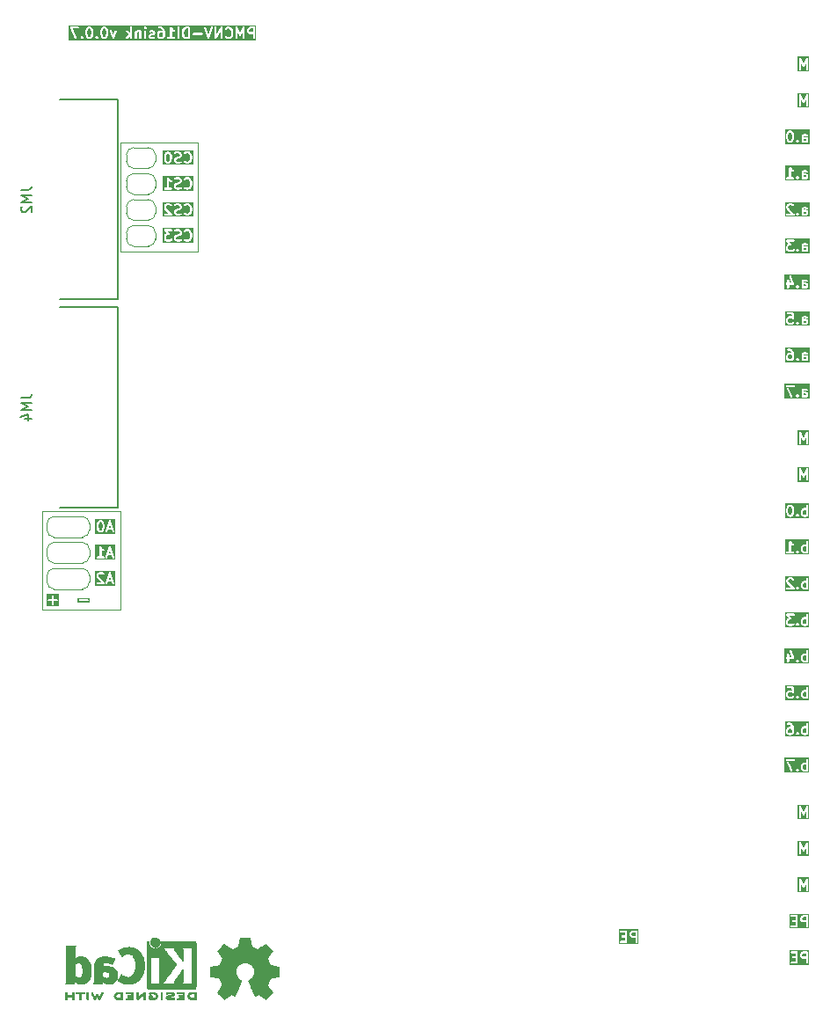
<source format=gbr>
%TF.GenerationSoftware,KiCad,Pcbnew,9.0.2*%
%TF.CreationDate,2025-06-20T11:17:31+03:00*%
%TF.ProjectId,PMCNV-DI16sink,504d434e-562d-4444-9931-3673696e6b2e,rev?*%
%TF.SameCoordinates,Original*%
%TF.FileFunction,Legend,Bot*%
%TF.FilePolarity,Positive*%
%FSLAX46Y46*%
G04 Gerber Fmt 4.6, Leading zero omitted, Abs format (unit mm)*
G04 Created by KiCad (PCBNEW 9.0.2) date 2025-06-20 11:17:31*
%MOMM*%
%LPD*%
G01*
G04 APERTURE LIST*
%ADD10C,0.100000*%
%ADD11C,0.200000*%
%ADD12C,0.150000*%
%ADD13C,0.152400*%
%ADD14C,0.120000*%
%ADD15C,0.010000*%
G04 APERTURE END LIST*
D10*
X-27000000Y35500000D02*
X-19500000Y35500000D01*
X-19500000Y25000000D01*
X-27000000Y25000000D01*
X-27000000Y35500000D01*
X-34500000Y0D02*
X-27000000Y0D01*
X-27000000Y-9500000D01*
X-34500000Y-9500000D01*
X-34500000Y0D01*
D11*
G36*
X39030326Y-6894974D02*
G01*
X39030326Y-7342796D01*
X39011481Y-7352219D01*
X38868219Y-7352219D01*
X38808609Y-7322414D01*
X38783942Y-7297746D01*
X38754136Y-7238134D01*
X38754136Y-6999635D01*
X38783941Y-6940025D01*
X38808609Y-6915356D01*
X38868219Y-6885552D01*
X39011481Y-6885552D01*
X39030326Y-6894974D01*
G37*
G36*
X39341437Y-7663330D02*
G01*
X37014454Y-7663330D01*
X37014454Y-6642695D01*
X37125565Y-6642695D01*
X37125565Y-6737933D01*
X37126537Y-6747806D01*
X37126350Y-6750440D01*
X37127137Y-6753903D01*
X37127486Y-6757442D01*
X37128497Y-6759884D01*
X37130697Y-6769556D01*
X37178316Y-6912412D01*
X37186307Y-6930313D01*
X37188662Y-6933028D01*
X37190037Y-6936347D01*
X37202473Y-6951501D01*
X37603190Y-7352219D01*
X37225565Y-7352219D01*
X37206056Y-7354140D01*
X37170008Y-7369072D01*
X37142418Y-7396662D01*
X37127486Y-7432710D01*
X37127486Y-7471728D01*
X37142418Y-7507776D01*
X37170008Y-7535366D01*
X37206056Y-7550298D01*
X37225565Y-7552219D01*
X37844612Y-7552219D01*
X37864121Y-7550298D01*
X37900169Y-7535366D01*
X37927759Y-7507776D01*
X37942691Y-7471728D01*
X37942691Y-7432710D01*
X37927759Y-7396662D01*
X37927758Y-7396661D01*
X37918263Y-7385091D01*
X38079866Y-7385091D01*
X38079866Y-7424109D01*
X38086329Y-7439712D01*
X38094798Y-7460158D01*
X38094802Y-7460162D01*
X38107234Y-7475311D01*
X38154853Y-7522929D01*
X38170006Y-7535366D01*
X38179009Y-7539095D01*
X38206055Y-7550298D01*
X38245073Y-7550298D01*
X38281121Y-7535366D01*
X38296275Y-7522930D01*
X38343893Y-7475311D01*
X38356330Y-7460158D01*
X38363082Y-7443856D01*
X38371261Y-7424110D01*
X38371262Y-7385092D01*
X38356331Y-7349043D01*
X38343894Y-7333890D01*
X38296275Y-7286270D01*
X38281122Y-7273833D01*
X38266190Y-7267648D01*
X38245073Y-7258901D01*
X38206055Y-7258901D01*
X38195497Y-7263274D01*
X38170007Y-7273832D01*
X38170006Y-7273833D01*
X38154852Y-7286270D01*
X38107234Y-7333890D01*
X38094797Y-7349043D01*
X38084784Y-7373219D01*
X38079866Y-7385091D01*
X37918263Y-7385091D01*
X37915323Y-7381508D01*
X37509844Y-6976028D01*
X38554136Y-6976028D01*
X38554136Y-7261742D01*
X38556057Y-7281251D01*
X38557432Y-7284571D01*
X38557687Y-7288155D01*
X38564693Y-7306463D01*
X38612312Y-7401701D01*
X38617595Y-7410093D01*
X38618607Y-7412537D01*
X38620863Y-7415286D01*
X38622755Y-7418291D01*
X38624749Y-7420020D01*
X38631044Y-7427690D01*
X38678662Y-7475310D01*
X38686330Y-7481603D01*
X38688062Y-7483600D01*
X38691070Y-7485493D01*
X38693816Y-7487747D01*
X38696256Y-7488757D01*
X38704653Y-7494043D01*
X38799890Y-7541662D01*
X38818199Y-7548668D01*
X38821782Y-7548922D01*
X38825103Y-7550298D01*
X38844612Y-7552219D01*
X39035088Y-7552219D01*
X39054597Y-7550298D01*
X39057917Y-7548922D01*
X39061501Y-7548668D01*
X39079809Y-7541662D01*
X39084412Y-7539360D01*
X39110817Y-7550298D01*
X39149835Y-7550298D01*
X39185883Y-7535366D01*
X39213473Y-7507776D01*
X39228405Y-7471728D01*
X39230326Y-7452219D01*
X39230326Y-6452219D01*
X39228405Y-6432710D01*
X39213473Y-6396662D01*
X39185883Y-6369072D01*
X39149835Y-6354140D01*
X39110817Y-6354140D01*
X39074769Y-6369072D01*
X39047179Y-6396662D01*
X39032247Y-6432710D01*
X39030326Y-6452219D01*
X39030326Y-6685552D01*
X38844612Y-6685552D01*
X38825103Y-6687473D01*
X38821782Y-6688848D01*
X38818199Y-6689103D01*
X38799890Y-6696109D01*
X38704653Y-6743728D01*
X38696256Y-6749013D01*
X38693816Y-6750024D01*
X38691070Y-6752277D01*
X38688062Y-6754171D01*
X38686329Y-6756168D01*
X38678663Y-6762461D01*
X38631044Y-6810079D01*
X38624749Y-6817749D01*
X38622755Y-6819479D01*
X38620861Y-6822486D01*
X38618608Y-6825233D01*
X38617597Y-6827672D01*
X38612312Y-6836069D01*
X38564693Y-6931307D01*
X38557687Y-6949615D01*
X38557432Y-6953198D01*
X38556057Y-6956519D01*
X38554136Y-6976028D01*
X37509844Y-6976028D01*
X37360586Y-6826770D01*
X37325565Y-6721706D01*
X37325565Y-6666302D01*
X37355370Y-6606692D01*
X37380038Y-6582023D01*
X37439648Y-6552219D01*
X37630529Y-6552219D01*
X37690138Y-6582024D01*
X37726282Y-6618167D01*
X37741435Y-6630604D01*
X37777484Y-6645535D01*
X37816502Y-6645535D01*
X37852550Y-6630604D01*
X37880140Y-6603014D01*
X37895071Y-6566966D01*
X37895071Y-6527948D01*
X37880140Y-6491899D01*
X37867703Y-6476746D01*
X37820085Y-6429127D01*
X37812414Y-6422832D01*
X37810685Y-6420838D01*
X37807677Y-6418944D01*
X37804931Y-6416691D01*
X37802491Y-6415680D01*
X37794095Y-6410395D01*
X37698857Y-6362776D01*
X37680549Y-6355770D01*
X37676965Y-6355515D01*
X37673645Y-6354140D01*
X37654136Y-6352219D01*
X37416041Y-6352219D01*
X37396532Y-6354140D01*
X37393211Y-6355515D01*
X37389628Y-6355770D01*
X37371319Y-6362776D01*
X37276082Y-6410395D01*
X37267685Y-6415680D01*
X37265245Y-6416691D01*
X37262499Y-6418944D01*
X37259491Y-6420838D01*
X37257758Y-6422835D01*
X37250092Y-6429128D01*
X37202473Y-6476746D01*
X37196178Y-6484416D01*
X37194184Y-6486146D01*
X37192290Y-6489153D01*
X37190037Y-6491900D01*
X37189026Y-6494339D01*
X37183741Y-6502736D01*
X37136122Y-6597974D01*
X37129116Y-6616282D01*
X37128861Y-6619865D01*
X37127486Y-6623186D01*
X37125565Y-6642695D01*
X37014454Y-6642695D01*
X37014454Y-6241108D01*
X39341437Y-6241108D01*
X39341437Y-7663330D01*
G37*
G36*
X39030326Y-42876028D02*
G01*
X38772981Y-42876028D01*
X38713371Y-42846223D01*
X38688703Y-42821554D01*
X38658898Y-42761944D01*
X38658898Y-42666302D01*
X38688703Y-42606692D01*
X38713371Y-42582023D01*
X38772981Y-42552219D01*
X39030326Y-42552219D01*
X39030326Y-42876028D01*
G37*
G36*
X39341437Y-43663330D02*
G01*
X37444946Y-43663330D01*
X37444946Y-42432710D01*
X37556057Y-42432710D01*
X37556057Y-42471728D01*
X37570989Y-42507776D01*
X37598579Y-42535366D01*
X37634627Y-42550298D01*
X37654136Y-42552219D01*
X38030326Y-42552219D01*
X38030326Y-42828409D01*
X37796993Y-42828409D01*
X37777484Y-42830330D01*
X37741436Y-42845262D01*
X37713846Y-42872852D01*
X37698914Y-42908900D01*
X37698914Y-42947918D01*
X37713846Y-42983966D01*
X37741436Y-43011556D01*
X37777484Y-43026488D01*
X37796993Y-43028409D01*
X38030326Y-43028409D01*
X38030326Y-43352219D01*
X37654136Y-43352219D01*
X37634627Y-43354140D01*
X37598579Y-43369072D01*
X37570989Y-43396662D01*
X37556057Y-43432710D01*
X37556057Y-43471728D01*
X37570989Y-43507776D01*
X37598579Y-43535366D01*
X37634627Y-43550298D01*
X37654136Y-43552219D01*
X38130326Y-43552219D01*
X38149835Y-43550298D01*
X38185883Y-43535366D01*
X38213473Y-43507776D01*
X38228405Y-43471728D01*
X38230326Y-43452219D01*
X38230326Y-42642695D01*
X38458898Y-42642695D01*
X38458898Y-42785552D01*
X38460819Y-42805061D01*
X38462194Y-42808381D01*
X38462449Y-42811965D01*
X38469455Y-42830273D01*
X38517074Y-42925511D01*
X38522359Y-42933907D01*
X38523370Y-42936347D01*
X38525623Y-42939093D01*
X38527517Y-42942101D01*
X38529511Y-42943830D01*
X38535806Y-42951501D01*
X38583425Y-42999119D01*
X38591091Y-43005411D01*
X38592824Y-43007409D01*
X38595832Y-43009302D01*
X38598578Y-43011556D01*
X38601018Y-43012566D01*
X38609415Y-43017852D01*
X38704652Y-43065471D01*
X38722961Y-43072477D01*
X38726544Y-43072731D01*
X38729865Y-43074107D01*
X38749374Y-43076028D01*
X39030326Y-43076028D01*
X39030326Y-43452219D01*
X39032247Y-43471728D01*
X39047179Y-43507776D01*
X39074769Y-43535366D01*
X39110817Y-43550298D01*
X39149835Y-43550298D01*
X39185883Y-43535366D01*
X39213473Y-43507776D01*
X39228405Y-43471728D01*
X39230326Y-43452219D01*
X39230326Y-42452219D01*
X39228405Y-42432710D01*
X39213473Y-42396662D01*
X39185883Y-42369072D01*
X39149835Y-42354140D01*
X39130326Y-42352219D01*
X38749374Y-42352219D01*
X38729865Y-42354140D01*
X38726544Y-42355515D01*
X38722961Y-42355770D01*
X38704652Y-42362776D01*
X38609415Y-42410395D01*
X38601018Y-42415680D01*
X38598578Y-42416691D01*
X38595832Y-42418944D01*
X38592824Y-42420838D01*
X38591091Y-42422835D01*
X38583425Y-42429128D01*
X38535806Y-42476746D01*
X38529511Y-42484416D01*
X38527517Y-42486146D01*
X38525623Y-42489153D01*
X38523370Y-42491900D01*
X38522359Y-42494339D01*
X38517074Y-42502736D01*
X38469455Y-42597974D01*
X38462449Y-42616282D01*
X38462194Y-42619865D01*
X38460819Y-42623186D01*
X38458898Y-42642695D01*
X38230326Y-42642695D01*
X38230326Y-42452219D01*
X38228405Y-42432710D01*
X38213473Y-42396662D01*
X38185883Y-42369072D01*
X38149835Y-42354140D01*
X38130326Y-42352219D01*
X37654136Y-42352219D01*
X37634627Y-42354140D01*
X37598579Y-42369072D01*
X37570989Y-42396662D01*
X37556057Y-42432710D01*
X37444946Y-42432710D01*
X37444946Y-42241108D01*
X39341437Y-42241108D01*
X39341437Y-43663330D01*
G37*
G36*
X39341437Y6338591D02*
G01*
X38252549Y6338591D01*
X38252549Y7547781D01*
X38363660Y7547781D01*
X38363660Y6547781D01*
X38365581Y6528272D01*
X38380513Y6492224D01*
X38408103Y6464634D01*
X38444151Y6449702D01*
X38483169Y6449702D01*
X38519217Y6464634D01*
X38546807Y6492224D01*
X38561739Y6528272D01*
X38563660Y6547781D01*
X38563660Y7097025D01*
X38706375Y6791207D01*
X38710607Y6784062D01*
X38711487Y6781644D01*
X38713052Y6779935D01*
X38716366Y6774341D01*
X38727576Y6764075D01*
X38737838Y6752869D01*
X38741863Y6750991D01*
X38745141Y6747989D01*
X38759423Y6742796D01*
X38773196Y6736368D01*
X38777635Y6736173D01*
X38781810Y6734655D01*
X38796993Y6735323D01*
X38812176Y6734655D01*
X38816349Y6736173D01*
X38820791Y6736368D01*
X38834575Y6742801D01*
X38848845Y6747990D01*
X38852118Y6750988D01*
X38856148Y6752868D01*
X38866417Y6764083D01*
X38877620Y6774341D01*
X38880931Y6779932D01*
X38882500Y6781644D01*
X38883380Y6784066D01*
X38887611Y6791207D01*
X39030326Y7097026D01*
X39030326Y6547781D01*
X39032247Y6528272D01*
X39047179Y6492224D01*
X39074769Y6464634D01*
X39110817Y6449702D01*
X39149835Y6449702D01*
X39185883Y6464634D01*
X39213473Y6492224D01*
X39228405Y6528272D01*
X39230326Y6547781D01*
X39230326Y7547781D01*
X39229063Y7560605D01*
X39229167Y7562964D01*
X39228706Y7564232D01*
X39228405Y7567290D01*
X39221764Y7583321D01*
X39215833Y7599633D01*
X39214326Y7601279D01*
X39213473Y7603338D01*
X39201211Y7615600D01*
X39189481Y7628409D01*
X39187457Y7629354D01*
X39185883Y7630928D01*
X39169867Y7637563D01*
X39154124Y7644909D01*
X39151894Y7645007D01*
X39149835Y7645860D01*
X39132483Y7645860D01*
X39115143Y7646622D01*
X39113047Y7645860D01*
X39110817Y7645860D01*
X39094786Y7639220D01*
X39078474Y7633288D01*
X39076828Y7631782D01*
X39074769Y7630928D01*
X39062501Y7618661D01*
X39049699Y7606936D01*
X39048132Y7604292D01*
X39047179Y7603338D01*
X39046275Y7601157D01*
X39039708Y7590070D01*
X38796992Y7069967D01*
X38554278Y7590070D01*
X38547710Y7601157D01*
X38546807Y7603338D01*
X38545853Y7604292D01*
X38544287Y7606936D01*
X38531490Y7618655D01*
X38519217Y7630928D01*
X38517155Y7631782D01*
X38515512Y7633287D01*
X38499210Y7639216D01*
X38483169Y7645860D01*
X38480938Y7645860D01*
X38478843Y7646622D01*
X38461503Y7645860D01*
X38444151Y7645860D01*
X38442091Y7645007D01*
X38439863Y7644909D01*
X38424132Y7637568D01*
X38408103Y7630928D01*
X38406526Y7629352D01*
X38404505Y7628408D01*
X38392786Y7615612D01*
X38380513Y7603338D01*
X38379659Y7601277D01*
X38378154Y7599633D01*
X38372225Y7583332D01*
X38365581Y7567290D01*
X38365279Y7564232D01*
X38364819Y7562964D01*
X38364922Y7560605D01*
X38363660Y7547781D01*
X38252549Y7547781D01*
X38252549Y7757733D01*
X39341437Y7757733D01*
X39341437Y6338591D01*
G37*
G36*
X37594900Y36417976D02*
G01*
X37619569Y36393308D01*
X37655022Y36322401D01*
X37696993Y36154520D01*
X37696993Y35941044D01*
X37655022Y35773163D01*
X37619569Y35702257D01*
X37594900Y35677587D01*
X37535291Y35647781D01*
X37487267Y35647781D01*
X37427657Y35677586D01*
X37402990Y35702254D01*
X37367535Y35773163D01*
X37325565Y35941044D01*
X37325565Y36154519D01*
X37367535Y36322401D01*
X37402989Y36393308D01*
X37427657Y36417977D01*
X37487267Y36447781D01*
X37535291Y36447781D01*
X37594900Y36417976D01*
G37*
G36*
X39055790Y35806579D02*
G01*
X39077945Y35762270D01*
X39077945Y35714246D01*
X39055790Y35669937D01*
X39011481Y35647781D01*
X38820600Y35647781D01*
X38801755Y35657204D01*
X38801755Y35828734D01*
X39011481Y35828734D01*
X39055790Y35806579D01*
G37*
G36*
X39389056Y35336670D02*
G01*
X37014454Y35336670D01*
X37014454Y36166829D01*
X37125565Y36166829D01*
X37125565Y35928734D01*
X37125900Y35925332D01*
X37125683Y35923873D01*
X37126762Y35916576D01*
X37127486Y35909225D01*
X37128050Y35907862D01*
X37128551Y35904480D01*
X37176170Y35714005D01*
X37176683Y35712568D01*
X37176735Y35711845D01*
X37179843Y35703721D01*
X37182765Y35695544D01*
X37183195Y35694964D01*
X37183741Y35693537D01*
X37231360Y35598299D01*
X37236643Y35589907D01*
X37237655Y35587463D01*
X37239911Y35584714D01*
X37241803Y35581709D01*
X37243797Y35579980D01*
X37250092Y35572310D01*
X37297710Y35524690D01*
X37305378Y35518397D01*
X37307110Y35516400D01*
X37310118Y35514507D01*
X37312864Y35512253D01*
X37315304Y35511243D01*
X37323701Y35505957D01*
X37418938Y35458338D01*
X37437247Y35451332D01*
X37440830Y35451078D01*
X37444151Y35449702D01*
X37463660Y35447781D01*
X37558898Y35447781D01*
X37578407Y35449702D01*
X37581727Y35451078D01*
X37585311Y35451332D01*
X37603619Y35458338D01*
X37698857Y35505957D01*
X37707252Y35511242D01*
X37709694Y35512253D01*
X37712441Y35514509D01*
X37715447Y35516400D01*
X37717177Y35518395D01*
X37724847Y35524690D01*
X37772466Y35572310D01*
X37778758Y35579977D01*
X37780755Y35581708D01*
X37782648Y35584716D01*
X37784903Y35587463D01*
X37785914Y35589905D01*
X37791198Y35598299D01*
X37799503Y35614909D01*
X38079866Y35614909D01*
X38079866Y35575891D01*
X38086329Y35560288D01*
X38094798Y35539842D01*
X38094802Y35539838D01*
X38107234Y35524689D01*
X38154853Y35477071D01*
X38170006Y35464634D01*
X38179009Y35460905D01*
X38206055Y35449702D01*
X38245073Y35449702D01*
X38281121Y35464634D01*
X38296275Y35477070D01*
X38343893Y35524689D01*
X38356330Y35539842D01*
X38363082Y35556144D01*
X38371261Y35575890D01*
X38371262Y35614908D01*
X38356331Y35650957D01*
X38343894Y35666110D01*
X38296275Y35713730D01*
X38281122Y35726167D01*
X38258928Y35735360D01*
X38256528Y35736354D01*
X38245073Y35741099D01*
X38206055Y35741099D01*
X38195497Y35736726D01*
X38170007Y35726168D01*
X38170006Y35726167D01*
X38154852Y35713730D01*
X38107234Y35666110D01*
X38094797Y35650957D01*
X38084784Y35626781D01*
X38079866Y35614909D01*
X37799503Y35614909D01*
X37838817Y35693536D01*
X37839363Y35694965D01*
X37839793Y35695544D01*
X37842714Y35703721D01*
X37845823Y35711845D01*
X37845874Y35712566D01*
X37846388Y35714004D01*
X37894007Y35904480D01*
X37894507Y35907862D01*
X37895072Y35909225D01*
X37895795Y35916576D01*
X37896875Y35923873D01*
X37896657Y35925332D01*
X37896993Y35928734D01*
X37896993Y36071591D01*
X38601755Y36071591D01*
X38601755Y35547781D01*
X38603676Y35528272D01*
X38618608Y35492224D01*
X38646198Y35464634D01*
X38682246Y35449702D01*
X38721264Y35449702D01*
X38747668Y35460640D01*
X38752271Y35458338D01*
X38770580Y35451332D01*
X38774163Y35451078D01*
X38777484Y35449702D01*
X38796993Y35447781D01*
X39035088Y35447781D01*
X39054597Y35449702D01*
X39057917Y35451078D01*
X39061501Y35451332D01*
X39079809Y35458338D01*
X39175047Y35505957D01*
X39178309Y35508011D01*
X39179849Y35508524D01*
X39181765Y35510187D01*
X39191637Y35516400D01*
X39199852Y35525874D01*
X39209326Y35534089D01*
X39215539Y35543961D01*
X39217202Y35545877D01*
X39217714Y35547416D01*
X39219769Y35550679D01*
X39267388Y35645918D01*
X39274394Y35664226D01*
X39274648Y35667810D01*
X39276024Y35671130D01*
X39277945Y35690639D01*
X39277945Y35785877D01*
X39276024Y35805386D01*
X39274648Y35808707D01*
X39274394Y35812290D01*
X39267388Y35830599D01*
X39219769Y35925836D01*
X39217714Y35929100D01*
X39217202Y35930638D01*
X39215540Y35932554D01*
X39209326Y35942427D01*
X39199850Y35950645D01*
X39191637Y35960115D01*
X39181765Y35966329D01*
X39179849Y35967991D01*
X39178310Y35968505D01*
X39175047Y35970558D01*
X39079809Y36018177D01*
X39061501Y36025183D01*
X39057917Y36025438D01*
X39054597Y36026813D01*
X39035088Y36028734D01*
X38820600Y36028734D01*
X38801755Y36038157D01*
X38801755Y36047984D01*
X38823910Y36092294D01*
X38868219Y36114448D01*
X39011481Y36114448D01*
X39085604Y36077386D01*
X39103913Y36070380D01*
X39142833Y36067614D01*
X39179849Y36079953D01*
X39209326Y36105518D01*
X39226775Y36140416D01*
X39229540Y36179336D01*
X39217202Y36216352D01*
X39191637Y36245829D01*
X39175047Y36256272D01*
X39079809Y36303891D01*
X39061501Y36310897D01*
X39057917Y36311152D01*
X39054597Y36312527D01*
X39035088Y36314448D01*
X38844612Y36314448D01*
X38825103Y36312527D01*
X38821782Y36311152D01*
X38818199Y36310897D01*
X38799890Y36303891D01*
X38704653Y36256272D01*
X38701389Y36254218D01*
X38699851Y36253705D01*
X38697935Y36252044D01*
X38688062Y36245829D01*
X38679844Y36236354D01*
X38670374Y36228140D01*
X38664160Y36218269D01*
X38662498Y36216352D01*
X38661984Y36214814D01*
X38659931Y36211550D01*
X38612312Y36116312D01*
X38605306Y36098004D01*
X38605051Y36094421D01*
X38603676Y36091100D01*
X38601755Y36071591D01*
X37896993Y36071591D01*
X37896993Y36166829D01*
X37896657Y36170232D01*
X37896875Y36171690D01*
X37895795Y36178988D01*
X37895072Y36186338D01*
X37894507Y36187702D01*
X37894007Y36191083D01*
X37846388Y36381559D01*
X37845874Y36382998D01*
X37845823Y36383718D01*
X37842714Y36391843D01*
X37839793Y36400019D01*
X37839363Y36400599D01*
X37838817Y36402027D01*
X37791198Y36497264D01*
X37785912Y36505661D01*
X37784902Y36508101D01*
X37782648Y36510847D01*
X37780755Y36513855D01*
X37778757Y36515588D01*
X37772465Y36523254D01*
X37724847Y36570873D01*
X37717176Y36577168D01*
X37715447Y36579162D01*
X37712439Y36581056D01*
X37709693Y36583309D01*
X37707253Y36584320D01*
X37698857Y36589605D01*
X37603619Y36637224D01*
X37585311Y36644230D01*
X37581727Y36644485D01*
X37578407Y36645860D01*
X37558898Y36647781D01*
X37463660Y36647781D01*
X37444151Y36645860D01*
X37440830Y36644485D01*
X37437247Y36644230D01*
X37418938Y36637224D01*
X37323701Y36589605D01*
X37315304Y36584320D01*
X37312864Y36583309D01*
X37310118Y36581056D01*
X37307110Y36579162D01*
X37305377Y36577165D01*
X37297711Y36570872D01*
X37250092Y36523254D01*
X37243797Y36515584D01*
X37241803Y36513854D01*
X37239909Y36510847D01*
X37237656Y36508100D01*
X37236645Y36505661D01*
X37231360Y36497264D01*
X37183741Y36402026D01*
X37183195Y36400600D01*
X37182765Y36400019D01*
X37179843Y36391843D01*
X37176735Y36383718D01*
X37176683Y36382996D01*
X37176170Y36381558D01*
X37128551Y36191083D01*
X37128050Y36187702D01*
X37127486Y36186338D01*
X37126762Y36178988D01*
X37125683Y36171690D01*
X37125900Y36170232D01*
X37125565Y36166829D01*
X37014454Y36166829D01*
X37014454Y36758892D01*
X39389056Y36758892D01*
X39389056Y35336670D01*
G37*
G36*
X39055790Y25306579D02*
G01*
X39077945Y25262270D01*
X39077945Y25214246D01*
X39055790Y25169937D01*
X39011481Y25147781D01*
X38820600Y25147781D01*
X38801755Y25157204D01*
X38801755Y25328734D01*
X39011481Y25328734D01*
X39055790Y25306579D01*
G37*
G36*
X39389056Y24836670D02*
G01*
X37014454Y24836670D01*
X37014454Y25476353D01*
X37125565Y25476353D01*
X37125565Y25238258D01*
X37127486Y25218749D01*
X37128861Y25215429D01*
X37129116Y25211845D01*
X37136122Y25193537D01*
X37183741Y25098299D01*
X37189024Y25089907D01*
X37190036Y25087463D01*
X37192292Y25084714D01*
X37194184Y25081709D01*
X37196178Y25079980D01*
X37202473Y25072310D01*
X37250091Y25024690D01*
X37257759Y25018397D01*
X37259491Y25016400D01*
X37262499Y25014507D01*
X37265245Y25012253D01*
X37267685Y25011243D01*
X37276082Y25005957D01*
X37371319Y24958338D01*
X37389628Y24951332D01*
X37393211Y24951078D01*
X37396532Y24949702D01*
X37416041Y24947781D01*
X37701755Y24947781D01*
X37721264Y24949702D01*
X37724584Y24951078D01*
X37728168Y24951332D01*
X37746476Y24958338D01*
X37841714Y25005957D01*
X37850109Y25011242D01*
X37852551Y25012253D01*
X37855298Y25014509D01*
X37858304Y25016400D01*
X37860034Y25018395D01*
X37867704Y25024690D01*
X37915323Y25072310D01*
X37927760Y25087463D01*
X37939128Y25114909D01*
X38079866Y25114909D01*
X38079866Y25075891D01*
X38086329Y25060288D01*
X38094798Y25039842D01*
X38094802Y25039838D01*
X38107234Y25024689D01*
X38154853Y24977071D01*
X38170006Y24964634D01*
X38179009Y24960905D01*
X38206055Y24949702D01*
X38245073Y24949702D01*
X38281121Y24964634D01*
X38296275Y24977070D01*
X38343893Y25024689D01*
X38356330Y25039842D01*
X38363082Y25056144D01*
X38371261Y25075890D01*
X38371262Y25114908D01*
X38356331Y25150957D01*
X38343894Y25166110D01*
X38296275Y25213730D01*
X38281122Y25226167D01*
X38258928Y25235360D01*
X38256528Y25236354D01*
X38245073Y25241099D01*
X38206055Y25241099D01*
X38195497Y25236726D01*
X38170007Y25226168D01*
X38170006Y25226167D01*
X38154852Y25213730D01*
X38107234Y25166110D01*
X38094797Y25150957D01*
X38084784Y25126781D01*
X38079866Y25114909D01*
X37939128Y25114909D01*
X37942691Y25123512D01*
X37942690Y25162530D01*
X37927759Y25198578D01*
X37900168Y25226168D01*
X37864120Y25241099D01*
X37825102Y25241098D01*
X37789054Y25226167D01*
X37773900Y25213730D01*
X37737757Y25177587D01*
X37678148Y25147781D01*
X37439648Y25147781D01*
X37380038Y25177586D01*
X37355371Y25202254D01*
X37325565Y25261866D01*
X37325565Y25452746D01*
X37355370Y25512356D01*
X37380038Y25537025D01*
X37439648Y25566829D01*
X37558898Y25566829D01*
X37569215Y25567845D01*
X37571840Y25567670D01*
X37573647Y25568282D01*
X37578407Y25568750D01*
X37585265Y25571591D01*
X38601755Y25571591D01*
X38601755Y25047781D01*
X38603676Y25028272D01*
X38618608Y24992224D01*
X38646198Y24964634D01*
X38682246Y24949702D01*
X38721264Y24949702D01*
X38747668Y24960640D01*
X38752271Y24958338D01*
X38770580Y24951332D01*
X38774163Y24951078D01*
X38777484Y24949702D01*
X38796993Y24947781D01*
X39035088Y24947781D01*
X39054597Y24949702D01*
X39057917Y24951078D01*
X39061501Y24951332D01*
X39079809Y24958338D01*
X39175047Y25005957D01*
X39178309Y25008011D01*
X39179849Y25008524D01*
X39181765Y25010187D01*
X39191637Y25016400D01*
X39199852Y25025874D01*
X39209326Y25034089D01*
X39215539Y25043961D01*
X39217202Y25045877D01*
X39217714Y25047416D01*
X39219769Y25050679D01*
X39267388Y25145918D01*
X39274394Y25164226D01*
X39274648Y25167810D01*
X39276024Y25171130D01*
X39277945Y25190639D01*
X39277945Y25285877D01*
X39276024Y25305386D01*
X39274648Y25308707D01*
X39274394Y25312290D01*
X39267388Y25330599D01*
X39219769Y25425836D01*
X39217714Y25429100D01*
X39217202Y25430638D01*
X39215540Y25432554D01*
X39209326Y25442427D01*
X39199850Y25450645D01*
X39191637Y25460115D01*
X39181765Y25466329D01*
X39179849Y25467991D01*
X39178310Y25468505D01*
X39175047Y25470558D01*
X39079809Y25518177D01*
X39061501Y25525183D01*
X39057917Y25525438D01*
X39054597Y25526813D01*
X39035088Y25528734D01*
X38820600Y25528734D01*
X38801755Y25538157D01*
X38801755Y25547984D01*
X38823910Y25592294D01*
X38868219Y25614448D01*
X39011481Y25614448D01*
X39085604Y25577386D01*
X39103913Y25570380D01*
X39142833Y25567614D01*
X39179849Y25579953D01*
X39209326Y25605518D01*
X39226775Y25640416D01*
X39229540Y25679336D01*
X39217202Y25716352D01*
X39191637Y25745829D01*
X39175047Y25756272D01*
X39079809Y25803891D01*
X39061501Y25810897D01*
X39057917Y25811152D01*
X39054597Y25812527D01*
X39035088Y25814448D01*
X38844612Y25814448D01*
X38825103Y25812527D01*
X38821782Y25811152D01*
X38818199Y25810897D01*
X38799890Y25803891D01*
X38704653Y25756272D01*
X38701389Y25754218D01*
X38699851Y25753705D01*
X38697935Y25752044D01*
X38688062Y25745829D01*
X38679844Y25736354D01*
X38670374Y25728140D01*
X38664160Y25718269D01*
X38662498Y25716352D01*
X38661984Y25714814D01*
X38659931Y25711550D01*
X38612312Y25616312D01*
X38605306Y25598004D01*
X38605051Y25594421D01*
X38603676Y25591100D01*
X38601755Y25571591D01*
X37585265Y25571591D01*
X37593410Y25574965D01*
X37608802Y25580170D01*
X37611341Y25582393D01*
X37614455Y25583682D01*
X37625932Y25595160D01*
X37638166Y25605864D01*
X37639661Y25608889D01*
X37642045Y25611272D01*
X37648259Y25626274D01*
X37655462Y25640839D01*
X37655686Y25644205D01*
X37656977Y25647320D01*
X37656977Y25663569D01*
X37658057Y25679771D01*
X37656977Y25682965D01*
X37656977Y25686338D01*
X37650761Y25701344D01*
X37645557Y25716732D01*
X37642775Y25720623D01*
X37642045Y25722386D01*
X37640185Y25724246D01*
X37634156Y25732679D01*
X37445942Y25947781D01*
X37844612Y25947781D01*
X37864121Y25949702D01*
X37900169Y25964634D01*
X37927759Y25992224D01*
X37942691Y26028272D01*
X37942691Y26067290D01*
X37927759Y26103338D01*
X37900169Y26130928D01*
X37864121Y26145860D01*
X37844612Y26147781D01*
X37225565Y26147781D01*
X37215247Y26146766D01*
X37212623Y26146940D01*
X37210815Y26146329D01*
X37206056Y26145860D01*
X37191050Y26139645D01*
X37175662Y26134440D01*
X37173122Y26132219D01*
X37170008Y26130928D01*
X37158523Y26119444D01*
X37146298Y26108746D01*
X37144802Y26105723D01*
X37142418Y26103338D01*
X37136201Y26088332D01*
X37129001Y26073771D01*
X37128776Y26070406D01*
X37127486Y26067290D01*
X37127486Y26051042D01*
X37126406Y26034839D01*
X37127486Y26031646D01*
X37127486Y26028272D01*
X37133701Y26013267D01*
X37138906Y25997878D01*
X37141687Y25993988D01*
X37142418Y25992224D01*
X37144277Y25990365D01*
X37150307Y25981931D01*
X37354928Y25748077D01*
X37276082Y25708653D01*
X37267685Y25703368D01*
X37265245Y25702357D01*
X37262499Y25700104D01*
X37259491Y25698210D01*
X37257758Y25696213D01*
X37250092Y25689920D01*
X37202473Y25642302D01*
X37196178Y25634632D01*
X37194184Y25632902D01*
X37192290Y25629895D01*
X37190037Y25627148D01*
X37189026Y25624709D01*
X37183741Y25616312D01*
X37136122Y25521074D01*
X37129116Y25502766D01*
X37128861Y25499183D01*
X37127486Y25495862D01*
X37125565Y25476353D01*
X37014454Y25476353D01*
X37014454Y26258892D01*
X39389056Y26258892D01*
X39389056Y24836670D01*
G37*
G36*
X-22308611Y34417976D02*
G01*
X-22283942Y34393308D01*
X-22248489Y34322401D01*
X-22206518Y34154520D01*
X-22206518Y33941044D01*
X-22248489Y33773163D01*
X-22283942Y33702257D01*
X-22308611Y33677587D01*
X-22368220Y33647781D01*
X-22416244Y33647781D01*
X-22475854Y33677586D01*
X-22500521Y33702254D01*
X-22535976Y33773163D01*
X-22577946Y33941044D01*
X-22577946Y34154519D01*
X-22535976Y34322401D01*
X-22500522Y34393308D01*
X-22475854Y34417977D01*
X-22416244Y34447781D01*
X-22368220Y34447781D01*
X-22308611Y34417976D01*
G37*
G36*
X-19943026Y33336670D02*
G01*
X-22889057Y33336670D01*
X-22889057Y34166829D01*
X-22777946Y34166829D01*
X-22777946Y33928734D01*
X-22777611Y33925332D01*
X-22777828Y33923873D01*
X-22776749Y33916576D01*
X-22776025Y33909225D01*
X-22775461Y33907862D01*
X-22774960Y33904480D01*
X-22727341Y33714005D01*
X-22726828Y33712568D01*
X-22726776Y33711845D01*
X-22723668Y33703721D01*
X-22720746Y33695544D01*
X-22720316Y33694964D01*
X-22719770Y33693537D01*
X-22672151Y33598299D01*
X-22666868Y33589907D01*
X-22665856Y33587463D01*
X-22663600Y33584714D01*
X-22661708Y33581709D01*
X-22659714Y33579980D01*
X-22653419Y33572310D01*
X-22605801Y33524690D01*
X-22598133Y33518397D01*
X-22596401Y33516400D01*
X-22593393Y33514507D01*
X-22590647Y33512253D01*
X-22588207Y33511243D01*
X-22579810Y33505957D01*
X-22484573Y33458338D01*
X-22466264Y33451332D01*
X-22462681Y33451078D01*
X-22459360Y33449702D01*
X-22439851Y33447781D01*
X-22344613Y33447781D01*
X-22325104Y33449702D01*
X-22321784Y33451078D01*
X-22318200Y33451332D01*
X-22299892Y33458338D01*
X-22204654Y33505957D01*
X-22196259Y33511242D01*
X-22193817Y33512253D01*
X-22191070Y33514509D01*
X-22188064Y33516400D01*
X-22186334Y33518395D01*
X-22178664Y33524690D01*
X-22131045Y33572310D01*
X-22124753Y33579977D01*
X-22122756Y33581708D01*
X-22120863Y33584716D01*
X-22118608Y33587463D01*
X-22117597Y33589905D01*
X-22112313Y33598299D01*
X-22064694Y33693536D01*
X-22064148Y33694965D01*
X-22063718Y33695544D01*
X-22060797Y33703721D01*
X-22057688Y33711845D01*
X-22057637Y33712566D01*
X-22057123Y33714004D01*
X-22027250Y33833496D01*
X-21825565Y33833496D01*
X-21825565Y33738258D01*
X-21823644Y33718749D01*
X-21822269Y33715429D01*
X-21822014Y33711845D01*
X-21815008Y33693537D01*
X-21767389Y33598299D01*
X-21762106Y33589907D01*
X-21761094Y33587463D01*
X-21758838Y33584714D01*
X-21756946Y33581709D01*
X-21754952Y33579980D01*
X-21748657Y33572310D01*
X-21701039Y33524690D01*
X-21693371Y33518397D01*
X-21691639Y33516400D01*
X-21688631Y33514507D01*
X-21685885Y33512253D01*
X-21683445Y33511243D01*
X-21675048Y33505957D01*
X-21579811Y33458338D01*
X-21561502Y33451332D01*
X-21557919Y33451078D01*
X-21554598Y33449702D01*
X-21535089Y33447781D01*
X-21296994Y33447781D01*
X-21287121Y33448754D01*
X-21284487Y33448566D01*
X-21281024Y33449354D01*
X-21277485Y33449702D01*
X-21275043Y33450714D01*
X-21265371Y33452913D01*
X-21122515Y33500532D01*
X-21104614Y33508523D01*
X-21075138Y33534088D01*
X-21057689Y33568987D01*
X-21054922Y33607907D01*
X-21067261Y33644923D01*
X-21092826Y33674399D01*
X-21127725Y33691849D01*
X-21166645Y33694615D01*
X-21185760Y33690268D01*
X-21313221Y33647781D01*
X-21511482Y33647781D01*
X-21571092Y33677586D01*
X-21595759Y33702254D01*
X-21625565Y33761866D01*
X-21625565Y33809889D01*
X-21595760Y33869499D01*
X-21571092Y33894168D01*
X-21500185Y33929621D01*
X-21320360Y33974577D01*
X-21318923Y33975091D01*
X-21318200Y33975142D01*
X-21310076Y33978251D01*
X-21301899Y33981172D01*
X-21301319Y33981603D01*
X-21299892Y33982148D01*
X-21204654Y34029767D01*
X-21196258Y34035053D01*
X-21193818Y34036063D01*
X-21191072Y34038317D01*
X-21188064Y34040210D01*
X-21186335Y34042205D01*
X-21178664Y34048499D01*
X-21131046Y34096118D01*
X-21124754Y34103785D01*
X-21122756Y34105517D01*
X-21120863Y34108526D01*
X-21118609Y34111271D01*
X-21117599Y34113712D01*
X-21112313Y34122108D01*
X-21064694Y34217345D01*
X-21057688Y34235654D01*
X-21057434Y34239238D01*
X-21056058Y34242558D01*
X-21054137Y34262067D01*
X-21054137Y34357305D01*
X-21056058Y34376814D01*
X-21057434Y34380135D01*
X-21057688Y34383718D01*
X-21064694Y34402027D01*
X-21099707Y34472052D01*
X-20871263Y34472052D01*
X-20871263Y34433034D01*
X-20856331Y34396986D01*
X-20828741Y34369396D01*
X-20792693Y34354464D01*
X-20753675Y34354464D01*
X-20717627Y34369396D01*
X-20702473Y34381832D01*
X-20671547Y34412760D01*
X-20566482Y34447781D01*
X-20503697Y34447781D01*
X-20398633Y34412760D01*
X-20331560Y34345687D01*
X-20296108Y34274782D01*
X-20254137Y34106901D01*
X-20254137Y33988663D01*
X-20296108Y33820782D01*
X-20331561Y33749876D01*
X-20398632Y33682803D01*
X-20503697Y33647781D01*
X-20566482Y33647781D01*
X-20671547Y33682803D01*
X-20702473Y33713730D01*
X-20717626Y33726167D01*
X-20753674Y33741098D01*
X-20792692Y33741099D01*
X-20828741Y33726168D01*
X-20856331Y33698578D01*
X-20871262Y33662530D01*
X-20871263Y33623512D01*
X-20856332Y33587463D01*
X-20843895Y33572310D01*
X-20796277Y33524690D01*
X-20781123Y33512253D01*
X-20777804Y33510878D01*
X-20775088Y33508523D01*
X-20757188Y33500532D01*
X-20614331Y33452913D01*
X-20604659Y33450714D01*
X-20602217Y33449702D01*
X-20598680Y33449354D01*
X-20595216Y33448566D01*
X-20592582Y33448754D01*
X-20582708Y33447781D01*
X-20487470Y33447781D01*
X-20477597Y33448754D01*
X-20474963Y33448566D01*
X-20471500Y33449354D01*
X-20467961Y33449702D01*
X-20465519Y33450714D01*
X-20455847Y33452913D01*
X-20312991Y33500532D01*
X-20295090Y33508523D01*
X-20292375Y33510878D01*
X-20289055Y33512253D01*
X-20273902Y33524690D01*
X-20178664Y33619929D01*
X-20172372Y33627596D01*
X-20170375Y33629327D01*
X-20168482Y33632335D01*
X-20166227Y33635082D01*
X-20165216Y33637524D01*
X-20159932Y33645918D01*
X-20112313Y33741155D01*
X-20111767Y33742584D01*
X-20111337Y33743163D01*
X-20108416Y33751340D01*
X-20105307Y33759464D01*
X-20105256Y33760185D01*
X-20104742Y33761623D01*
X-20057123Y33952099D01*
X-20056623Y33955481D01*
X-20056058Y33956844D01*
X-20055335Y33964195D01*
X-20054255Y33971492D01*
X-20054473Y33972951D01*
X-20054137Y33976353D01*
X-20054137Y34119210D01*
X-20054473Y34122613D01*
X-20054255Y34124071D01*
X-20055335Y34131369D01*
X-20056058Y34138719D01*
X-20056623Y34140083D01*
X-20057123Y34143464D01*
X-20104742Y34333940D01*
X-20105256Y34335379D01*
X-20105307Y34336099D01*
X-20108416Y34344224D01*
X-20111337Y34352400D01*
X-20111767Y34352980D01*
X-20112313Y34354408D01*
X-20159932Y34449645D01*
X-20165219Y34458044D01*
X-20166228Y34460481D01*
X-20168480Y34463225D01*
X-20170375Y34466236D01*
X-20172373Y34467969D01*
X-20178664Y34475635D01*
X-20273902Y34570873D01*
X-20289056Y34583309D01*
X-20292375Y34584684D01*
X-20295090Y34587039D01*
X-20312991Y34595030D01*
X-20455847Y34642649D01*
X-20465519Y34644849D01*
X-20467961Y34645860D01*
X-20471500Y34646209D01*
X-20474963Y34646996D01*
X-20477597Y34646809D01*
X-20487470Y34647781D01*
X-20582708Y34647781D01*
X-20592582Y34646809D01*
X-20595216Y34646996D01*
X-20598680Y34646209D01*
X-20602217Y34645860D01*
X-20604659Y34644849D01*
X-20614331Y34642649D01*
X-20757188Y34595030D01*
X-20775088Y34587039D01*
X-20777804Y34584684D01*
X-20781123Y34583309D01*
X-20796276Y34570872D01*
X-20843895Y34523254D01*
X-20856331Y34508100D01*
X-20871263Y34472052D01*
X-21099707Y34472052D01*
X-21112313Y34497264D01*
X-21117599Y34505661D01*
X-21118609Y34508101D01*
X-21120863Y34510847D01*
X-21122756Y34513855D01*
X-21124754Y34515588D01*
X-21131046Y34523254D01*
X-21178664Y34570873D01*
X-21186335Y34577168D01*
X-21188064Y34579162D01*
X-21191072Y34581056D01*
X-21193818Y34583309D01*
X-21196258Y34584320D01*
X-21204654Y34589605D01*
X-21299892Y34637224D01*
X-21318200Y34644230D01*
X-21321784Y34644485D01*
X-21325104Y34645860D01*
X-21344613Y34647781D01*
X-21582708Y34647781D01*
X-21592582Y34646809D01*
X-21595216Y34646996D01*
X-21598680Y34646209D01*
X-21602217Y34645860D01*
X-21604659Y34644849D01*
X-21614331Y34642649D01*
X-21757188Y34595030D01*
X-21775088Y34587039D01*
X-21804564Y34561474D01*
X-21822014Y34526575D01*
X-21824780Y34487655D01*
X-21812442Y34450639D01*
X-21786877Y34421163D01*
X-21751978Y34403713D01*
X-21713058Y34400947D01*
X-21693942Y34405294D01*
X-21566482Y34447781D01*
X-21368220Y34447781D01*
X-21308611Y34417976D01*
X-21283942Y34393308D01*
X-21254137Y34333698D01*
X-21254137Y34285674D01*
X-21283942Y34226065D01*
X-21308611Y34201397D01*
X-21379518Y34165943D01*
X-21559343Y34120986D01*
X-21560782Y34120473D01*
X-21561502Y34120421D01*
X-21569627Y34117313D01*
X-21577803Y34114391D01*
X-21578383Y34113962D01*
X-21579811Y34113415D01*
X-21675048Y34065796D01*
X-21683445Y34060511D01*
X-21685885Y34059500D01*
X-21688631Y34057247D01*
X-21691639Y34055353D01*
X-21693372Y34053356D01*
X-21701038Y34047063D01*
X-21748657Y33999445D01*
X-21754952Y33991775D01*
X-21756946Y33990045D01*
X-21758840Y33987038D01*
X-21761093Y33984291D01*
X-21762104Y33981852D01*
X-21767389Y33973455D01*
X-21815008Y33878217D01*
X-21822014Y33859909D01*
X-21822269Y33856326D01*
X-21823644Y33853005D01*
X-21825565Y33833496D01*
X-22027250Y33833496D01*
X-22009504Y33904480D01*
X-22009004Y33907862D01*
X-22008439Y33909225D01*
X-22007716Y33916576D01*
X-22006636Y33923873D01*
X-22006854Y33925332D01*
X-22006518Y33928734D01*
X-22006518Y34166829D01*
X-22006854Y34170232D01*
X-22006636Y34171690D01*
X-22007716Y34178988D01*
X-22008439Y34186338D01*
X-22009004Y34187702D01*
X-22009504Y34191083D01*
X-22057123Y34381559D01*
X-22057637Y34382998D01*
X-22057688Y34383718D01*
X-22060797Y34391843D01*
X-22063718Y34400019D01*
X-22064148Y34400599D01*
X-22064694Y34402027D01*
X-22112313Y34497264D01*
X-22117599Y34505661D01*
X-22118609Y34508101D01*
X-22120863Y34510847D01*
X-22122756Y34513855D01*
X-22124754Y34515588D01*
X-22131046Y34523254D01*
X-22178664Y34570873D01*
X-22186335Y34577168D01*
X-22188064Y34579162D01*
X-22191072Y34581056D01*
X-22193818Y34583309D01*
X-22196258Y34584320D01*
X-22204654Y34589605D01*
X-22299892Y34637224D01*
X-22318200Y34644230D01*
X-22321784Y34644485D01*
X-22325104Y34645860D01*
X-22344613Y34647781D01*
X-22439851Y34647781D01*
X-22459360Y34645860D01*
X-22462681Y34644485D01*
X-22466264Y34644230D01*
X-22484573Y34637224D01*
X-22579810Y34589605D01*
X-22588207Y34584320D01*
X-22590647Y34583309D01*
X-22593393Y34581056D01*
X-22596401Y34579162D01*
X-22598134Y34577165D01*
X-22605800Y34570872D01*
X-22653419Y34523254D01*
X-22659714Y34515584D01*
X-22661708Y34513854D01*
X-22663602Y34510847D01*
X-22665855Y34508100D01*
X-22666866Y34505661D01*
X-22672151Y34497264D01*
X-22719770Y34402026D01*
X-22720316Y34400600D01*
X-22720746Y34400019D01*
X-22723668Y34391843D01*
X-22726776Y34383718D01*
X-22726828Y34382996D01*
X-22727341Y34381558D01*
X-22774960Y34191083D01*
X-22775461Y34187702D01*
X-22776025Y34186338D01*
X-22776749Y34178988D01*
X-22777828Y34171690D01*
X-22777611Y34170232D01*
X-22777946Y34166829D01*
X-22889057Y34166829D01*
X-22889057Y34758892D01*
X-19943026Y34758892D01*
X-19943026Y33336670D01*
G37*
G36*
X39055790Y11306579D02*
G01*
X39077945Y11262270D01*
X39077945Y11214246D01*
X39055790Y11169937D01*
X39011481Y11147781D01*
X38820600Y11147781D01*
X38801755Y11157204D01*
X38801755Y11328734D01*
X39011481Y11328734D01*
X39055790Y11306579D01*
G37*
G36*
X39389056Y10836670D02*
G01*
X36968526Y10836670D01*
X36968526Y12066093D01*
X37079637Y12066093D01*
X37079867Y12047202D01*
X37079867Y12028272D01*
X37080104Y12027699D01*
X37080112Y12027077D01*
X37086031Y12008389D01*
X37514602Y11008389D01*
X37524053Y10991215D01*
X37551978Y10963963D01*
X37588205Y10949472D01*
X37627220Y10949948D01*
X37663084Y10965318D01*
X37690335Y10993242D01*
X37704826Y11029470D01*
X37704351Y11068485D01*
X37698431Y11087173D01*
X37686544Y11114909D01*
X38079866Y11114909D01*
X38079866Y11075891D01*
X38082934Y11068485D01*
X38094798Y11039842D01*
X38094802Y11039838D01*
X38107234Y11024689D01*
X38154853Y10977071D01*
X38170006Y10964634D01*
X38179009Y10960905D01*
X38206055Y10949702D01*
X38245073Y10949702D01*
X38281121Y10964634D01*
X38296275Y10977070D01*
X38343893Y11024689D01*
X38356330Y11039842D01*
X38360819Y11050679D01*
X38371261Y11075890D01*
X38371262Y11114908D01*
X38356331Y11150957D01*
X38343894Y11166110D01*
X38296275Y11213730D01*
X38281122Y11226167D01*
X38258928Y11235360D01*
X38256528Y11236354D01*
X38245073Y11241099D01*
X38206055Y11241099D01*
X38195497Y11236726D01*
X38170007Y11226168D01*
X38170006Y11226167D01*
X38154852Y11213730D01*
X38107234Y11166110D01*
X38094797Y11150957D01*
X38091510Y11143020D01*
X38079866Y11114909D01*
X37686544Y11114909D01*
X37490824Y11571591D01*
X38601755Y11571591D01*
X38601755Y11047781D01*
X38603676Y11028272D01*
X38618608Y10992224D01*
X38646198Y10964634D01*
X38682246Y10949702D01*
X38721264Y10949702D01*
X38747668Y10960640D01*
X38752271Y10958338D01*
X38770580Y10951332D01*
X38774163Y10951078D01*
X38777484Y10949702D01*
X38796993Y10947781D01*
X39035088Y10947781D01*
X39054597Y10949702D01*
X39057917Y10951078D01*
X39061501Y10951332D01*
X39079809Y10958338D01*
X39175047Y11005957D01*
X39178309Y11008011D01*
X39179849Y11008524D01*
X39181765Y11010187D01*
X39191637Y11016400D01*
X39199852Y11025874D01*
X39209326Y11034089D01*
X39215539Y11043961D01*
X39217202Y11045877D01*
X39217714Y11047416D01*
X39219769Y11050679D01*
X39267388Y11145918D01*
X39274394Y11164226D01*
X39274648Y11167810D01*
X39276024Y11171130D01*
X39277945Y11190639D01*
X39277945Y11285877D01*
X39276024Y11305386D01*
X39274648Y11308707D01*
X39274394Y11312290D01*
X39267388Y11330599D01*
X39219769Y11425836D01*
X39217714Y11429100D01*
X39217202Y11430638D01*
X39215540Y11432554D01*
X39209326Y11442427D01*
X39199850Y11450645D01*
X39191637Y11460115D01*
X39181765Y11466329D01*
X39179849Y11467991D01*
X39178310Y11468505D01*
X39175047Y11470558D01*
X39079809Y11518177D01*
X39061501Y11525183D01*
X39057917Y11525438D01*
X39054597Y11526813D01*
X39035088Y11528734D01*
X38820600Y11528734D01*
X38801755Y11538157D01*
X38801755Y11547984D01*
X38823910Y11592294D01*
X38868219Y11614448D01*
X39011481Y11614448D01*
X39085604Y11577386D01*
X39103913Y11570380D01*
X39142833Y11567614D01*
X39179849Y11579953D01*
X39209326Y11605518D01*
X39226775Y11640416D01*
X39229540Y11679336D01*
X39217202Y11716352D01*
X39191637Y11745829D01*
X39175047Y11756272D01*
X39079809Y11803891D01*
X39061501Y11810897D01*
X39057917Y11811152D01*
X39054597Y11812527D01*
X39035088Y11814448D01*
X38844612Y11814448D01*
X38825103Y11812527D01*
X38821782Y11811152D01*
X38818199Y11810897D01*
X38799890Y11803891D01*
X38704653Y11756272D01*
X38701389Y11754218D01*
X38699851Y11753705D01*
X38697935Y11752044D01*
X38688062Y11745829D01*
X38679844Y11736354D01*
X38670374Y11728140D01*
X38664160Y11718269D01*
X38662498Y11716352D01*
X38661984Y11714814D01*
X38659931Y11711550D01*
X38612312Y11616312D01*
X38605306Y11598004D01*
X38605051Y11594421D01*
X38603676Y11591100D01*
X38601755Y11571591D01*
X37490824Y11571591D01*
X37329600Y11947781D01*
X37844612Y11947781D01*
X37864121Y11949702D01*
X37900169Y11964634D01*
X37927759Y11992224D01*
X37942691Y12028272D01*
X37942691Y12067290D01*
X37927759Y12103338D01*
X37900169Y12130928D01*
X37864121Y12145860D01*
X37844612Y12147781D01*
X37177946Y12147781D01*
X37158437Y12145860D01*
X37157863Y12145623D01*
X37157242Y12145615D01*
X37139820Y12138149D01*
X37122389Y12130928D01*
X37121951Y12130491D01*
X37121379Y12130245D01*
X37108157Y12116697D01*
X37094799Y12103338D01*
X37094561Y12102764D01*
X37094128Y12102320D01*
X37087114Y12084788D01*
X37079867Y12067290D01*
X37079867Y12066668D01*
X37079637Y12066093D01*
X36968526Y12066093D01*
X36968526Y12258892D01*
X39389056Y12258892D01*
X39389056Y10836670D01*
G37*
G36*
X39030326Y-13894974D02*
G01*
X39030326Y-14342796D01*
X39011481Y-14352219D01*
X38868219Y-14352219D01*
X38808609Y-14322414D01*
X38783942Y-14297746D01*
X38754136Y-14238134D01*
X38754136Y-13999635D01*
X38783941Y-13940025D01*
X38808609Y-13915356D01*
X38868219Y-13885552D01*
X39011481Y-13885552D01*
X39030326Y-13894974D01*
G37*
G36*
X39341437Y-14663330D02*
G01*
X36968756Y-14663330D01*
X36968756Y-14099376D01*
X37079867Y-14099376D01*
X37079867Y-14138394D01*
X37094799Y-14174442D01*
X37122389Y-14202032D01*
X37158437Y-14216964D01*
X37177946Y-14218885D01*
X37220803Y-14218885D01*
X37220803Y-14452219D01*
X37222724Y-14471728D01*
X37237656Y-14507776D01*
X37265246Y-14535366D01*
X37301294Y-14550298D01*
X37340312Y-14550298D01*
X37376360Y-14535366D01*
X37403950Y-14507776D01*
X37418882Y-14471728D01*
X37420803Y-14452219D01*
X37420803Y-14385091D01*
X38079866Y-14385091D01*
X38079866Y-14424109D01*
X38086329Y-14439712D01*
X38094798Y-14460158D01*
X38094802Y-14460162D01*
X38107234Y-14475311D01*
X38154853Y-14522929D01*
X38170006Y-14535366D01*
X38179009Y-14539095D01*
X38206055Y-14550298D01*
X38245073Y-14550298D01*
X38281121Y-14535366D01*
X38296275Y-14522930D01*
X38343893Y-14475311D01*
X38356330Y-14460158D01*
X38363082Y-14443856D01*
X38371261Y-14424110D01*
X38371262Y-14385092D01*
X38356331Y-14349043D01*
X38343894Y-14333890D01*
X38296275Y-14286270D01*
X38281122Y-14273833D01*
X38266190Y-14267648D01*
X38245073Y-14258901D01*
X38206055Y-14258901D01*
X38195497Y-14263274D01*
X38170007Y-14273832D01*
X38170006Y-14273833D01*
X38154852Y-14286270D01*
X38107234Y-14333890D01*
X38094797Y-14349043D01*
X38084784Y-14373219D01*
X38079866Y-14385091D01*
X37420803Y-14385091D01*
X37420803Y-14218885D01*
X37796993Y-14218885D01*
X37806866Y-14217912D01*
X37809500Y-14218100D01*
X37811401Y-14217466D01*
X37816502Y-14216964D01*
X37831314Y-14210828D01*
X37846516Y-14205761D01*
X37849229Y-14203407D01*
X37852550Y-14202032D01*
X37863888Y-14190693D01*
X37875992Y-14180196D01*
X37877598Y-14176983D01*
X37880140Y-14174442D01*
X37886276Y-14159627D01*
X37893442Y-14145297D01*
X37893696Y-14141714D01*
X37895072Y-14138394D01*
X37895072Y-14122361D01*
X37896208Y-14106377D01*
X37895072Y-14101381D01*
X37895072Y-14099376D01*
X37894060Y-14096934D01*
X37891861Y-14087262D01*
X37854783Y-13976028D01*
X38554136Y-13976028D01*
X38554136Y-14261742D01*
X38556057Y-14281251D01*
X38557432Y-14284571D01*
X38557687Y-14288155D01*
X38564693Y-14306463D01*
X38612312Y-14401701D01*
X38617595Y-14410093D01*
X38618607Y-14412537D01*
X38620863Y-14415286D01*
X38622755Y-14418291D01*
X38624749Y-14420020D01*
X38631044Y-14427690D01*
X38678662Y-14475310D01*
X38686330Y-14481603D01*
X38688062Y-14483600D01*
X38691070Y-14485493D01*
X38693816Y-14487747D01*
X38696256Y-14488757D01*
X38704653Y-14494043D01*
X38799890Y-14541662D01*
X38818199Y-14548668D01*
X38821782Y-14548922D01*
X38825103Y-14550298D01*
X38844612Y-14552219D01*
X39035088Y-14552219D01*
X39054597Y-14550298D01*
X39057917Y-14548922D01*
X39061501Y-14548668D01*
X39079809Y-14541662D01*
X39084412Y-14539360D01*
X39110817Y-14550298D01*
X39149835Y-14550298D01*
X39185883Y-14535366D01*
X39213473Y-14507776D01*
X39228405Y-14471728D01*
X39230326Y-14452219D01*
X39230326Y-13452219D01*
X39228405Y-13432710D01*
X39213473Y-13396662D01*
X39185883Y-13369072D01*
X39149835Y-13354140D01*
X39110817Y-13354140D01*
X39074769Y-13369072D01*
X39047179Y-13396662D01*
X39032247Y-13432710D01*
X39030326Y-13452219D01*
X39030326Y-13685552D01*
X38844612Y-13685552D01*
X38825103Y-13687473D01*
X38821782Y-13688848D01*
X38818199Y-13689103D01*
X38799890Y-13696109D01*
X38704653Y-13743728D01*
X38696256Y-13749013D01*
X38693816Y-13750024D01*
X38691070Y-13752277D01*
X38688062Y-13754171D01*
X38686329Y-13756168D01*
X38678663Y-13762461D01*
X38631044Y-13810079D01*
X38624749Y-13817749D01*
X38622755Y-13819479D01*
X38620861Y-13822486D01*
X38618608Y-13825233D01*
X38617597Y-13827672D01*
X38612312Y-13836069D01*
X38564693Y-13931307D01*
X38557687Y-13949615D01*
X38557432Y-13953198D01*
X38556057Y-13956519D01*
X38554136Y-13976028D01*
X37854783Y-13976028D01*
X37653766Y-13372977D01*
X37645775Y-13355077D01*
X37620210Y-13325601D01*
X37585311Y-13308151D01*
X37546391Y-13305385D01*
X37509375Y-13317723D01*
X37479899Y-13343288D01*
X37462449Y-13378187D01*
X37459683Y-13417107D01*
X37464030Y-13436223D01*
X37658251Y-14018885D01*
X37420803Y-14018885D01*
X37420803Y-13785552D01*
X37418882Y-13766043D01*
X37403950Y-13729995D01*
X37376360Y-13702405D01*
X37340312Y-13687473D01*
X37301294Y-13687473D01*
X37265246Y-13702405D01*
X37237656Y-13729995D01*
X37222724Y-13766043D01*
X37220803Y-13785552D01*
X37220803Y-14018885D01*
X37177946Y-14018885D01*
X37158437Y-14020806D01*
X37122389Y-14035738D01*
X37094799Y-14063328D01*
X37079867Y-14099376D01*
X36968756Y-14099376D01*
X36968756Y-13194274D01*
X39341437Y-13194274D01*
X39341437Y-14663330D01*
G37*
G36*
X-32909859Y-9161409D02*
G01*
X-34090143Y-9161409D01*
X-34090143Y-8551757D01*
X-33979032Y-8551757D01*
X-33979032Y-8590775D01*
X-33964100Y-8626823D01*
X-33936510Y-8654413D01*
X-33900462Y-8669345D01*
X-33880953Y-8671266D01*
X-33600001Y-8671266D01*
X-33600001Y-8952219D01*
X-33598080Y-8971728D01*
X-33583148Y-9007776D01*
X-33555558Y-9035366D01*
X-33519510Y-9050298D01*
X-33480492Y-9050298D01*
X-33444444Y-9035366D01*
X-33416854Y-9007776D01*
X-33401922Y-8971728D01*
X-33400001Y-8952219D01*
X-33400001Y-8671266D01*
X-33119049Y-8671266D01*
X-33099540Y-8669345D01*
X-33063492Y-8654413D01*
X-33035902Y-8626823D01*
X-33020970Y-8590775D01*
X-33020970Y-8551757D01*
X-33035902Y-8515709D01*
X-33063492Y-8488119D01*
X-33099540Y-8473187D01*
X-33119049Y-8471266D01*
X-33400001Y-8471266D01*
X-33400001Y-8190314D01*
X-33401922Y-8170805D01*
X-33416854Y-8134757D01*
X-33444444Y-8107167D01*
X-33480492Y-8092235D01*
X-33519510Y-8092235D01*
X-33555558Y-8107167D01*
X-33583148Y-8134757D01*
X-33598080Y-8170805D01*
X-33600001Y-8190314D01*
X-33600001Y-8471266D01*
X-33880953Y-8471266D01*
X-33900462Y-8473187D01*
X-33936510Y-8488119D01*
X-33964100Y-8515709D01*
X-33979032Y-8551757D01*
X-34090143Y-8551757D01*
X-34090143Y-7981124D01*
X-32909859Y-7981124D01*
X-32909859Y-9161409D01*
G37*
G36*
X39341437Y-29661409D02*
G01*
X38252549Y-29661409D01*
X38252549Y-28452219D01*
X38363660Y-28452219D01*
X38363660Y-29452219D01*
X38365581Y-29471728D01*
X38380513Y-29507776D01*
X38408103Y-29535366D01*
X38444151Y-29550298D01*
X38483169Y-29550298D01*
X38519217Y-29535366D01*
X38546807Y-29507776D01*
X38561739Y-29471728D01*
X38563660Y-29452219D01*
X38563660Y-28902975D01*
X38706375Y-29208793D01*
X38710607Y-29215938D01*
X38711487Y-29218356D01*
X38713052Y-29220065D01*
X38716366Y-29225659D01*
X38727576Y-29235925D01*
X38737838Y-29247131D01*
X38741863Y-29249009D01*
X38745141Y-29252011D01*
X38759423Y-29257204D01*
X38773196Y-29263632D01*
X38777635Y-29263827D01*
X38781810Y-29265345D01*
X38796993Y-29264677D01*
X38812176Y-29265345D01*
X38816349Y-29263827D01*
X38820791Y-29263632D01*
X38834575Y-29257199D01*
X38848845Y-29252010D01*
X38852118Y-29249012D01*
X38856148Y-29247132D01*
X38866417Y-29235917D01*
X38877620Y-29225659D01*
X38880931Y-29220068D01*
X38882500Y-29218356D01*
X38883380Y-29215934D01*
X38887611Y-29208793D01*
X39030326Y-28902974D01*
X39030326Y-29452219D01*
X39032247Y-29471728D01*
X39047179Y-29507776D01*
X39074769Y-29535366D01*
X39110817Y-29550298D01*
X39149835Y-29550298D01*
X39185883Y-29535366D01*
X39213473Y-29507776D01*
X39228405Y-29471728D01*
X39230326Y-29452219D01*
X39230326Y-28452219D01*
X39229063Y-28439395D01*
X39229167Y-28437036D01*
X39228706Y-28435768D01*
X39228405Y-28432710D01*
X39221764Y-28416679D01*
X39215833Y-28400367D01*
X39214326Y-28398721D01*
X39213473Y-28396662D01*
X39201211Y-28384400D01*
X39189481Y-28371591D01*
X39187457Y-28370646D01*
X39185883Y-28369072D01*
X39169867Y-28362437D01*
X39154124Y-28355091D01*
X39151894Y-28354993D01*
X39149835Y-28354140D01*
X39132483Y-28354140D01*
X39115143Y-28353378D01*
X39113047Y-28354140D01*
X39110817Y-28354140D01*
X39094786Y-28360780D01*
X39078474Y-28366712D01*
X39076828Y-28368218D01*
X39074769Y-28369072D01*
X39062501Y-28381339D01*
X39049699Y-28393064D01*
X39048132Y-28395708D01*
X39047179Y-28396662D01*
X39046275Y-28398843D01*
X39039708Y-28409930D01*
X38796992Y-28930033D01*
X38554278Y-28409930D01*
X38547710Y-28398843D01*
X38546807Y-28396662D01*
X38545853Y-28395708D01*
X38544287Y-28393064D01*
X38531490Y-28381345D01*
X38519217Y-28369072D01*
X38517155Y-28368218D01*
X38515512Y-28366713D01*
X38499210Y-28360784D01*
X38483169Y-28354140D01*
X38480938Y-28354140D01*
X38478843Y-28353378D01*
X38461503Y-28354140D01*
X38444151Y-28354140D01*
X38442091Y-28354993D01*
X38439863Y-28355091D01*
X38424132Y-28362432D01*
X38408103Y-28369072D01*
X38406526Y-28370648D01*
X38404505Y-28371592D01*
X38392786Y-28384388D01*
X38380513Y-28396662D01*
X38379659Y-28398723D01*
X38378154Y-28400367D01*
X38372225Y-28416668D01*
X38365581Y-28432710D01*
X38365279Y-28435768D01*
X38364819Y-28437036D01*
X38364922Y-28439395D01*
X38363660Y-28452219D01*
X38252549Y-28452219D01*
X38252549Y-28242267D01*
X39341437Y-28242267D01*
X39341437Y-29661409D01*
G37*
G36*
X39341437Y-36661409D02*
G01*
X38252549Y-36661409D01*
X38252549Y-35452219D01*
X38363660Y-35452219D01*
X38363660Y-36452219D01*
X38365581Y-36471728D01*
X38380513Y-36507776D01*
X38408103Y-36535366D01*
X38444151Y-36550298D01*
X38483169Y-36550298D01*
X38519217Y-36535366D01*
X38546807Y-36507776D01*
X38561739Y-36471728D01*
X38563660Y-36452219D01*
X38563660Y-35902975D01*
X38706375Y-36208793D01*
X38710607Y-36215938D01*
X38711487Y-36218356D01*
X38713052Y-36220065D01*
X38716366Y-36225659D01*
X38727576Y-36235925D01*
X38737838Y-36247131D01*
X38741863Y-36249009D01*
X38745141Y-36252011D01*
X38759423Y-36257204D01*
X38773196Y-36263632D01*
X38777635Y-36263827D01*
X38781810Y-36265345D01*
X38796993Y-36264677D01*
X38812176Y-36265345D01*
X38816349Y-36263827D01*
X38820791Y-36263632D01*
X38834575Y-36257199D01*
X38848845Y-36252010D01*
X38852118Y-36249012D01*
X38856148Y-36247132D01*
X38866417Y-36235917D01*
X38877620Y-36225659D01*
X38880931Y-36220068D01*
X38882500Y-36218356D01*
X38883380Y-36215934D01*
X38887611Y-36208793D01*
X39030326Y-35902974D01*
X39030326Y-36452219D01*
X39032247Y-36471728D01*
X39047179Y-36507776D01*
X39074769Y-36535366D01*
X39110817Y-36550298D01*
X39149835Y-36550298D01*
X39185883Y-36535366D01*
X39213473Y-36507776D01*
X39228405Y-36471728D01*
X39230326Y-36452219D01*
X39230326Y-35452219D01*
X39229063Y-35439395D01*
X39229167Y-35437036D01*
X39228706Y-35435768D01*
X39228405Y-35432710D01*
X39221764Y-35416679D01*
X39215833Y-35400367D01*
X39214326Y-35398721D01*
X39213473Y-35396662D01*
X39201211Y-35384400D01*
X39189481Y-35371591D01*
X39187457Y-35370646D01*
X39185883Y-35369072D01*
X39169867Y-35362437D01*
X39154124Y-35355091D01*
X39151894Y-35354993D01*
X39149835Y-35354140D01*
X39132483Y-35354140D01*
X39115143Y-35353378D01*
X39113047Y-35354140D01*
X39110817Y-35354140D01*
X39094786Y-35360780D01*
X39078474Y-35366712D01*
X39076828Y-35368218D01*
X39074769Y-35369072D01*
X39062501Y-35381339D01*
X39049699Y-35393064D01*
X39048132Y-35395708D01*
X39047179Y-35396662D01*
X39046275Y-35398843D01*
X39039708Y-35409930D01*
X38796992Y-35930033D01*
X38554278Y-35409930D01*
X38547710Y-35398843D01*
X38546807Y-35396662D01*
X38545853Y-35395708D01*
X38544287Y-35393064D01*
X38531490Y-35381345D01*
X38519217Y-35369072D01*
X38517155Y-35368218D01*
X38515512Y-35366713D01*
X38499210Y-35360784D01*
X38483169Y-35354140D01*
X38480938Y-35354140D01*
X38478843Y-35353378D01*
X38461503Y-35354140D01*
X38444151Y-35354140D01*
X38442091Y-35354993D01*
X38439863Y-35355091D01*
X38424132Y-35362432D01*
X38408103Y-35369072D01*
X38406526Y-35370648D01*
X38404505Y-35371592D01*
X38392786Y-35384388D01*
X38380513Y-35396662D01*
X38379659Y-35398723D01*
X38378154Y-35400367D01*
X38372225Y-35416668D01*
X38365581Y-35432710D01*
X38365279Y-35435768D01*
X38364819Y-35437036D01*
X38364922Y-35439395D01*
X38363660Y-35452219D01*
X38252549Y-35452219D01*
X38252549Y-35242267D01*
X39341437Y-35242267D01*
X39341437Y-36661409D01*
G37*
G36*
X39055790Y32306579D02*
G01*
X39077945Y32262270D01*
X39077945Y32214246D01*
X39055790Y32169937D01*
X39011481Y32147781D01*
X38820600Y32147781D01*
X38801755Y32157204D01*
X38801755Y32328734D01*
X39011481Y32328734D01*
X39055790Y32306579D01*
G37*
G36*
X39389056Y31836670D02*
G01*
X37016375Y31836670D01*
X37016375Y32067290D01*
X37127486Y32067290D01*
X37127486Y32028272D01*
X37142418Y31992224D01*
X37170008Y31964634D01*
X37206056Y31949702D01*
X37225565Y31947781D01*
X37796993Y31947781D01*
X37816502Y31949702D01*
X37852550Y31964634D01*
X37880140Y31992224D01*
X37895072Y32028272D01*
X37895072Y32067290D01*
X37880140Y32103338D01*
X37868569Y32114909D01*
X38079866Y32114909D01*
X38079866Y32075891D01*
X38083429Y32067290D01*
X38094798Y32039842D01*
X38094802Y32039838D01*
X38107234Y32024689D01*
X38154853Y31977071D01*
X38170006Y31964634D01*
X38179009Y31960905D01*
X38206055Y31949702D01*
X38245073Y31949702D01*
X38281121Y31964634D01*
X38296275Y31977070D01*
X38343893Y32024689D01*
X38356330Y32039842D01*
X38360819Y32050679D01*
X38371261Y32075890D01*
X38371262Y32114908D01*
X38356331Y32150957D01*
X38343894Y32166110D01*
X38296275Y32213730D01*
X38281122Y32226167D01*
X38258928Y32235360D01*
X38256528Y32236354D01*
X38245073Y32241099D01*
X38206055Y32241099D01*
X38195497Y32236726D01*
X38170007Y32226168D01*
X38170006Y32226167D01*
X38154852Y32213730D01*
X38107234Y32166110D01*
X38094797Y32150957D01*
X38091510Y32143020D01*
X38079866Y32114909D01*
X37868569Y32114909D01*
X37852550Y32130928D01*
X37816502Y32145860D01*
X37796993Y32147781D01*
X37611279Y32147781D01*
X37611279Y32571591D01*
X38601755Y32571591D01*
X38601755Y32047781D01*
X38603676Y32028272D01*
X38618608Y31992224D01*
X38646198Y31964634D01*
X38682246Y31949702D01*
X38721264Y31949702D01*
X38747668Y31960640D01*
X38752271Y31958338D01*
X38770580Y31951332D01*
X38774163Y31951078D01*
X38777484Y31949702D01*
X38796993Y31947781D01*
X39035088Y31947781D01*
X39054597Y31949702D01*
X39057917Y31951078D01*
X39061501Y31951332D01*
X39079809Y31958338D01*
X39175047Y32005957D01*
X39178309Y32008011D01*
X39179849Y32008524D01*
X39181765Y32010187D01*
X39191637Y32016400D01*
X39199852Y32025874D01*
X39209326Y32034089D01*
X39215539Y32043961D01*
X39217202Y32045877D01*
X39217714Y32047416D01*
X39219769Y32050679D01*
X39267388Y32145918D01*
X39274394Y32164226D01*
X39274648Y32167810D01*
X39276024Y32171130D01*
X39277945Y32190639D01*
X39277945Y32285877D01*
X39276024Y32305386D01*
X39274648Y32308707D01*
X39274394Y32312290D01*
X39267388Y32330599D01*
X39219769Y32425836D01*
X39217714Y32429100D01*
X39217202Y32430638D01*
X39215540Y32432554D01*
X39209326Y32442427D01*
X39199850Y32450645D01*
X39191637Y32460115D01*
X39181765Y32466329D01*
X39179849Y32467991D01*
X39178310Y32468505D01*
X39175047Y32470558D01*
X39079809Y32518177D01*
X39061501Y32525183D01*
X39057917Y32525438D01*
X39054597Y32526813D01*
X39035088Y32528734D01*
X38820600Y32528734D01*
X38801755Y32538157D01*
X38801755Y32547984D01*
X38823910Y32592294D01*
X38868219Y32614448D01*
X39011481Y32614448D01*
X39085604Y32577386D01*
X39103913Y32570380D01*
X39142833Y32567614D01*
X39179849Y32579953D01*
X39209326Y32605518D01*
X39226775Y32640416D01*
X39229540Y32679336D01*
X39217202Y32716352D01*
X39191637Y32745829D01*
X39175047Y32756272D01*
X39079809Y32803891D01*
X39061501Y32810897D01*
X39057917Y32811152D01*
X39054597Y32812527D01*
X39035088Y32814448D01*
X38844612Y32814448D01*
X38825103Y32812527D01*
X38821782Y32811152D01*
X38818199Y32810897D01*
X38799890Y32803891D01*
X38704653Y32756272D01*
X38701389Y32754218D01*
X38699851Y32753705D01*
X38697935Y32752044D01*
X38688062Y32745829D01*
X38679844Y32736354D01*
X38670374Y32728140D01*
X38664160Y32718269D01*
X38662498Y32716352D01*
X38661984Y32714814D01*
X38659931Y32711550D01*
X38612312Y32616312D01*
X38605306Y32598004D01*
X38605051Y32594421D01*
X38603676Y32591100D01*
X38601755Y32571591D01*
X37611279Y32571591D01*
X37611279Y32758740D01*
X37631044Y32738975D01*
X37638710Y32732684D01*
X37640443Y32730686D01*
X37643454Y32728791D01*
X37646198Y32726539D01*
X37648635Y32725530D01*
X37657034Y32720243D01*
X37752271Y32672624D01*
X37770580Y32665618D01*
X37809500Y32662852D01*
X37846516Y32675191D01*
X37875993Y32700756D01*
X37893442Y32735654D01*
X37896207Y32774574D01*
X37883869Y32811590D01*
X37858304Y32841067D01*
X37841714Y32851510D01*
X37760992Y32891871D01*
X37684228Y32968635D01*
X37594484Y33103251D01*
X37594439Y33103306D01*
X37594426Y33103338D01*
X37594352Y33103412D01*
X37582064Y33118418D01*
X37573835Y33123929D01*
X37566836Y33130928D01*
X37557784Y33134678D01*
X37549644Y33140129D01*
X37539936Y33142071D01*
X37530788Y33145860D01*
X37520989Y33145860D01*
X37511384Y33147781D01*
X37501673Y33145860D01*
X37491770Y33145860D01*
X37482717Y33142111D01*
X37473107Y33140209D01*
X37464868Y33134717D01*
X37455722Y33130928D01*
X37448795Y33124002D01*
X37440642Y33118566D01*
X37435131Y33110338D01*
X37428132Y33103338D01*
X37424382Y33094287D01*
X37418931Y33086146D01*
X37416989Y33076439D01*
X37413200Y33067290D01*
X37411299Y33047988D01*
X37411279Y33047886D01*
X37411285Y33047852D01*
X37411279Y33047781D01*
X37411279Y32147781D01*
X37225565Y32147781D01*
X37206056Y32145860D01*
X37170008Y32130928D01*
X37142418Y32103338D01*
X37127486Y32067290D01*
X37016375Y32067290D01*
X37016375Y33258892D01*
X39389056Y33258892D01*
X39389056Y31836670D01*
G37*
G36*
X39030326Y-17394974D02*
G01*
X39030326Y-17842796D01*
X39011481Y-17852219D01*
X38868219Y-17852219D01*
X38808609Y-17822414D01*
X38783942Y-17797746D01*
X38754136Y-17738134D01*
X38754136Y-17499635D01*
X38783941Y-17440025D01*
X38808609Y-17415356D01*
X38868219Y-17385552D01*
X39011481Y-17385552D01*
X39030326Y-17394974D01*
G37*
G36*
X39341437Y-18163330D02*
G01*
X37014454Y-18163330D01*
X37014454Y-17523647D01*
X37125565Y-17523647D01*
X37125565Y-17761742D01*
X37127486Y-17781251D01*
X37128861Y-17784571D01*
X37129116Y-17788155D01*
X37136122Y-17806463D01*
X37183741Y-17901701D01*
X37189024Y-17910093D01*
X37190036Y-17912537D01*
X37192292Y-17915286D01*
X37194184Y-17918291D01*
X37196178Y-17920020D01*
X37202473Y-17927690D01*
X37250091Y-17975310D01*
X37257759Y-17981603D01*
X37259491Y-17983600D01*
X37262499Y-17985493D01*
X37265245Y-17987747D01*
X37267685Y-17988757D01*
X37276082Y-17994043D01*
X37371319Y-18041662D01*
X37389628Y-18048668D01*
X37393211Y-18048922D01*
X37396532Y-18050298D01*
X37416041Y-18052219D01*
X37654136Y-18052219D01*
X37673645Y-18050298D01*
X37676965Y-18048922D01*
X37680549Y-18048668D01*
X37698857Y-18041662D01*
X37794095Y-17994043D01*
X37802490Y-17988758D01*
X37804932Y-17987747D01*
X37807679Y-17985491D01*
X37810685Y-17983600D01*
X37812415Y-17981605D01*
X37820085Y-17975310D01*
X37867704Y-17927690D01*
X37880141Y-17912537D01*
X37891509Y-17885091D01*
X38079866Y-17885091D01*
X38079866Y-17924109D01*
X38086329Y-17939712D01*
X38094798Y-17960158D01*
X38094802Y-17960162D01*
X38107234Y-17975311D01*
X38154853Y-18022929D01*
X38170006Y-18035366D01*
X38179009Y-18039095D01*
X38206055Y-18050298D01*
X38245073Y-18050298D01*
X38281121Y-18035366D01*
X38296275Y-18022930D01*
X38343893Y-17975311D01*
X38356330Y-17960158D01*
X38363082Y-17943856D01*
X38371261Y-17924110D01*
X38371262Y-17885092D01*
X38356331Y-17849043D01*
X38343894Y-17833890D01*
X38296275Y-17786270D01*
X38281122Y-17773833D01*
X38266190Y-17767648D01*
X38245073Y-17758901D01*
X38206055Y-17758901D01*
X38195497Y-17763274D01*
X38170007Y-17773832D01*
X38170006Y-17773833D01*
X38154852Y-17786270D01*
X38107234Y-17833890D01*
X38094797Y-17849043D01*
X38084784Y-17873219D01*
X38079866Y-17885091D01*
X37891509Y-17885091D01*
X37895072Y-17876488D01*
X37895071Y-17837470D01*
X37880140Y-17801422D01*
X37852549Y-17773832D01*
X37816501Y-17758901D01*
X37777483Y-17758902D01*
X37741435Y-17773833D01*
X37726281Y-17786270D01*
X37690138Y-17822413D01*
X37630529Y-17852219D01*
X37439648Y-17852219D01*
X37380038Y-17822414D01*
X37355371Y-17797746D01*
X37325565Y-17738134D01*
X37325565Y-17547254D01*
X37355370Y-17487644D01*
X37380038Y-17462975D01*
X37439648Y-17433171D01*
X37630529Y-17433171D01*
X37690138Y-17462976D01*
X37726282Y-17499119D01*
X37741435Y-17511556D01*
X37746089Y-17513483D01*
X37749985Y-17516671D01*
X37763978Y-17520893D01*
X37777484Y-17526487D01*
X37782518Y-17526487D01*
X37787340Y-17527942D01*
X37801891Y-17526487D01*
X37816502Y-17526487D01*
X37821151Y-17524561D01*
X37826164Y-17524060D01*
X37839047Y-17517148D01*
X37852550Y-17511556D01*
X37856110Y-17507995D01*
X37860548Y-17505615D01*
X37869803Y-17494302D01*
X37880140Y-17483966D01*
X37882067Y-17479313D01*
X37884755Y-17476028D01*
X38554136Y-17476028D01*
X38554136Y-17761742D01*
X38556057Y-17781251D01*
X38557432Y-17784571D01*
X38557687Y-17788155D01*
X38564693Y-17806463D01*
X38612312Y-17901701D01*
X38617595Y-17910093D01*
X38618607Y-17912537D01*
X38620863Y-17915286D01*
X38622755Y-17918291D01*
X38624749Y-17920020D01*
X38631044Y-17927690D01*
X38678662Y-17975310D01*
X38686330Y-17981603D01*
X38688062Y-17983600D01*
X38691070Y-17985493D01*
X38693816Y-17987747D01*
X38696256Y-17988757D01*
X38704653Y-17994043D01*
X38799890Y-18041662D01*
X38818199Y-18048668D01*
X38821782Y-18048922D01*
X38825103Y-18050298D01*
X38844612Y-18052219D01*
X39035088Y-18052219D01*
X39054597Y-18050298D01*
X39057917Y-18048922D01*
X39061501Y-18048668D01*
X39079809Y-18041662D01*
X39084412Y-18039360D01*
X39110817Y-18050298D01*
X39149835Y-18050298D01*
X39185883Y-18035366D01*
X39213473Y-18007776D01*
X39228405Y-17971728D01*
X39230326Y-17952219D01*
X39230326Y-16952219D01*
X39228405Y-16932710D01*
X39213473Y-16896662D01*
X39185883Y-16869072D01*
X39149835Y-16854140D01*
X39110817Y-16854140D01*
X39074769Y-16869072D01*
X39047179Y-16896662D01*
X39032247Y-16932710D01*
X39030326Y-16952219D01*
X39030326Y-17185552D01*
X38844612Y-17185552D01*
X38825103Y-17187473D01*
X38821782Y-17188848D01*
X38818199Y-17189103D01*
X38799890Y-17196109D01*
X38704653Y-17243728D01*
X38696256Y-17249013D01*
X38693816Y-17250024D01*
X38691070Y-17252277D01*
X38688062Y-17254171D01*
X38686329Y-17256168D01*
X38678663Y-17262461D01*
X38631044Y-17310079D01*
X38624749Y-17317749D01*
X38622755Y-17319479D01*
X38620861Y-17322486D01*
X38618608Y-17325233D01*
X38617597Y-17327672D01*
X38612312Y-17336069D01*
X38564693Y-17431307D01*
X38557687Y-17449615D01*
X38557432Y-17453198D01*
X38556057Y-17456519D01*
X38554136Y-17476028D01*
X37884755Y-17476028D01*
X37885255Y-17475417D01*
X37889477Y-17461422D01*
X37895071Y-17447918D01*
X37895071Y-17442884D01*
X37896526Y-17438062D01*
X37896497Y-17418459D01*
X37848878Y-16942269D01*
X37847453Y-16935160D01*
X37847453Y-16932710D01*
X37846501Y-16930412D01*
X37845025Y-16923048D01*
X37838115Y-16910167D01*
X37832521Y-16896662D01*
X37828960Y-16893101D01*
X37826580Y-16888664D01*
X37815267Y-16879408D01*
X37804931Y-16869072D01*
X37800278Y-16867144D01*
X37796382Y-16863957D01*
X37782392Y-16859736D01*
X37768883Y-16854140D01*
X37761405Y-16853403D01*
X37759027Y-16852686D01*
X37756590Y-16852929D01*
X37749374Y-16852219D01*
X37273184Y-16852219D01*
X37253675Y-16854140D01*
X37217627Y-16869072D01*
X37190037Y-16896662D01*
X37175105Y-16932710D01*
X37175105Y-16971728D01*
X37190037Y-17007776D01*
X37217627Y-17035366D01*
X37253675Y-17050298D01*
X37273184Y-17052219D01*
X37658875Y-17052219D01*
X37677302Y-17236491D01*
X37676965Y-17236467D01*
X37673645Y-17235092D01*
X37654136Y-17233171D01*
X37416041Y-17233171D01*
X37396532Y-17235092D01*
X37393211Y-17236467D01*
X37389628Y-17236722D01*
X37371319Y-17243728D01*
X37276082Y-17291347D01*
X37267685Y-17296632D01*
X37265245Y-17297643D01*
X37262499Y-17299896D01*
X37259491Y-17301790D01*
X37257758Y-17303787D01*
X37250092Y-17310080D01*
X37202473Y-17357698D01*
X37196178Y-17365368D01*
X37194184Y-17367098D01*
X37192290Y-17370105D01*
X37190037Y-17372852D01*
X37189026Y-17375291D01*
X37183741Y-17383688D01*
X37136122Y-17478926D01*
X37129116Y-17497234D01*
X37128861Y-17500817D01*
X37127486Y-17504138D01*
X37125565Y-17523647D01*
X37014454Y-17523647D01*
X37014454Y-16741108D01*
X39341437Y-16741108D01*
X39341437Y-18163330D01*
G37*
G36*
X39030326Y-39376028D02*
G01*
X38772981Y-39376028D01*
X38713371Y-39346223D01*
X38688703Y-39321554D01*
X38658898Y-39261944D01*
X38658898Y-39166302D01*
X38688703Y-39106692D01*
X38713371Y-39082023D01*
X38772981Y-39052219D01*
X39030326Y-39052219D01*
X39030326Y-39376028D01*
G37*
G36*
X39341437Y-40163330D02*
G01*
X37444946Y-40163330D01*
X37444946Y-38932710D01*
X37556057Y-38932710D01*
X37556057Y-38971728D01*
X37570989Y-39007776D01*
X37598579Y-39035366D01*
X37634627Y-39050298D01*
X37654136Y-39052219D01*
X38030326Y-39052219D01*
X38030326Y-39328409D01*
X37796993Y-39328409D01*
X37777484Y-39330330D01*
X37741436Y-39345262D01*
X37713846Y-39372852D01*
X37698914Y-39408900D01*
X37698914Y-39447918D01*
X37713846Y-39483966D01*
X37741436Y-39511556D01*
X37777484Y-39526488D01*
X37796993Y-39528409D01*
X38030326Y-39528409D01*
X38030326Y-39852219D01*
X37654136Y-39852219D01*
X37634627Y-39854140D01*
X37598579Y-39869072D01*
X37570989Y-39896662D01*
X37556057Y-39932710D01*
X37556057Y-39971728D01*
X37570989Y-40007776D01*
X37598579Y-40035366D01*
X37634627Y-40050298D01*
X37654136Y-40052219D01*
X38130326Y-40052219D01*
X38149835Y-40050298D01*
X38185883Y-40035366D01*
X38213473Y-40007776D01*
X38228405Y-39971728D01*
X38230326Y-39952219D01*
X38230326Y-39142695D01*
X38458898Y-39142695D01*
X38458898Y-39285552D01*
X38460819Y-39305061D01*
X38462194Y-39308381D01*
X38462449Y-39311965D01*
X38469455Y-39330273D01*
X38517074Y-39425511D01*
X38522359Y-39433907D01*
X38523370Y-39436347D01*
X38525623Y-39439093D01*
X38527517Y-39442101D01*
X38529511Y-39443830D01*
X38535806Y-39451501D01*
X38583425Y-39499119D01*
X38591091Y-39505411D01*
X38592824Y-39507409D01*
X38595832Y-39509302D01*
X38598578Y-39511556D01*
X38601018Y-39512566D01*
X38609415Y-39517852D01*
X38704652Y-39565471D01*
X38722961Y-39572477D01*
X38726544Y-39572731D01*
X38729865Y-39574107D01*
X38749374Y-39576028D01*
X39030326Y-39576028D01*
X39030326Y-39952219D01*
X39032247Y-39971728D01*
X39047179Y-40007776D01*
X39074769Y-40035366D01*
X39110817Y-40050298D01*
X39149835Y-40050298D01*
X39185883Y-40035366D01*
X39213473Y-40007776D01*
X39228405Y-39971728D01*
X39230326Y-39952219D01*
X39230326Y-38952219D01*
X39228405Y-38932710D01*
X39213473Y-38896662D01*
X39185883Y-38869072D01*
X39149835Y-38854140D01*
X39130326Y-38852219D01*
X38749374Y-38852219D01*
X38729865Y-38854140D01*
X38726544Y-38855515D01*
X38722961Y-38855770D01*
X38704652Y-38862776D01*
X38609415Y-38910395D01*
X38601018Y-38915680D01*
X38598578Y-38916691D01*
X38595832Y-38918944D01*
X38592824Y-38920838D01*
X38591091Y-38922835D01*
X38583425Y-38929128D01*
X38535806Y-38976746D01*
X38529511Y-38984416D01*
X38527517Y-38986146D01*
X38525623Y-38989153D01*
X38523370Y-38991900D01*
X38522359Y-38994339D01*
X38517074Y-39002736D01*
X38469455Y-39097974D01*
X38462449Y-39116282D01*
X38462194Y-39119865D01*
X38460819Y-39123186D01*
X38458898Y-39142695D01*
X38230326Y-39142695D01*
X38230326Y-38952219D01*
X38228405Y-38932710D01*
X38213473Y-38896662D01*
X38185883Y-38869072D01*
X38149835Y-38854140D01*
X38130326Y-38852219D01*
X37654136Y-38852219D01*
X37634627Y-38854140D01*
X37598579Y-38869072D01*
X37570989Y-38896662D01*
X37556057Y-38932710D01*
X37444946Y-38932710D01*
X37444946Y-38741108D01*
X39341437Y-38741108D01*
X39341437Y-40163330D01*
G37*
G36*
X-28808611Y-1082024D02*
G01*
X-28783942Y-1106692D01*
X-28748489Y-1177599D01*
X-28706518Y-1345480D01*
X-28706518Y-1558956D01*
X-28748489Y-1726837D01*
X-28783942Y-1797743D01*
X-28808611Y-1822413D01*
X-28868220Y-1852219D01*
X-28916244Y-1852219D01*
X-28975854Y-1822414D01*
X-29000521Y-1797746D01*
X-29035976Y-1726837D01*
X-29077946Y-1558956D01*
X-29077946Y-1345481D01*
X-29035976Y-1177599D01*
X-29000522Y-1106692D01*
X-28975854Y-1082023D01*
X-28916244Y-1052219D01*
X-28868220Y-1052219D01*
X-28808611Y-1082024D01*
G37*
G36*
X-27888117Y-1566504D02*
G01*
X-28086822Y-1566504D01*
X-27987470Y-1268446D01*
X-27888117Y-1566504D01*
G37*
G36*
X-27443811Y-2163330D02*
G01*
X-29389057Y-2163330D01*
X-29389057Y-1333171D01*
X-29277946Y-1333171D01*
X-29277946Y-1571266D01*
X-29277611Y-1574668D01*
X-29277828Y-1576127D01*
X-29276749Y-1583424D01*
X-29276025Y-1590775D01*
X-29275461Y-1592138D01*
X-29274960Y-1595520D01*
X-29227341Y-1785995D01*
X-29226828Y-1787432D01*
X-29226776Y-1788155D01*
X-29223668Y-1796279D01*
X-29220746Y-1804456D01*
X-29220316Y-1805036D01*
X-29219770Y-1806463D01*
X-29172151Y-1901701D01*
X-29166868Y-1910093D01*
X-29165856Y-1912537D01*
X-29163600Y-1915286D01*
X-29161708Y-1918291D01*
X-29159714Y-1920020D01*
X-29153419Y-1927690D01*
X-29105801Y-1975310D01*
X-29098133Y-1981603D01*
X-29096401Y-1983600D01*
X-29093393Y-1985493D01*
X-29090647Y-1987747D01*
X-29088207Y-1988757D01*
X-29079810Y-1994043D01*
X-28984573Y-2041662D01*
X-28966264Y-2048668D01*
X-28962681Y-2048922D01*
X-28959360Y-2050298D01*
X-28939851Y-2052219D01*
X-28844613Y-2052219D01*
X-28825104Y-2050298D01*
X-28821784Y-2048922D01*
X-28818200Y-2048668D01*
X-28799892Y-2041662D01*
X-28704654Y-1994043D01*
X-28696259Y-1988758D01*
X-28693817Y-1987747D01*
X-28691070Y-1985491D01*
X-28688064Y-1983600D01*
X-28686334Y-1981605D01*
X-28678664Y-1975310D01*
X-28643067Y-1939712D01*
X-28420018Y-1939712D01*
X-28417252Y-1978632D01*
X-28399802Y-2013531D01*
X-28370326Y-2039096D01*
X-28333310Y-2051434D01*
X-28294390Y-2048668D01*
X-28259491Y-2031218D01*
X-28233926Y-2001742D01*
X-28225935Y-1983842D01*
X-28153489Y-1766504D01*
X-27821451Y-1766504D01*
X-27749005Y-1983841D01*
X-27741014Y-2001742D01*
X-27715449Y-2031218D01*
X-27680550Y-2048667D01*
X-27641630Y-2051434D01*
X-27604614Y-2039095D01*
X-27575138Y-2013530D01*
X-27557688Y-1978631D01*
X-27554922Y-1939711D01*
X-27559269Y-1920596D01*
X-27892602Y-920596D01*
X-27900593Y-902696D01*
X-27905278Y-897294D01*
X-27908471Y-890908D01*
X-27917940Y-882695D01*
X-27926158Y-873220D01*
X-27932550Y-870023D01*
X-27937947Y-865343D01*
X-27949841Y-861378D01*
X-27961057Y-855770D01*
X-27968185Y-855263D01*
X-27974963Y-853004D01*
X-27987468Y-853893D01*
X-27999977Y-853004D01*
X-28006759Y-855264D01*
X-28013883Y-855771D01*
X-28025092Y-861374D01*
X-28036993Y-865342D01*
X-28042394Y-870025D01*
X-28048782Y-873220D01*
X-28056998Y-882691D01*
X-28066469Y-890907D01*
X-28069664Y-897296D01*
X-28074347Y-902696D01*
X-28082338Y-920597D01*
X-28415671Y-1920596D01*
X-28420018Y-1939712D01*
X-28643067Y-1939712D01*
X-28631045Y-1927690D01*
X-28624753Y-1920023D01*
X-28622756Y-1918292D01*
X-28620863Y-1915284D01*
X-28618608Y-1912537D01*
X-28617597Y-1910095D01*
X-28612313Y-1901701D01*
X-28564694Y-1806464D01*
X-28564148Y-1805035D01*
X-28563718Y-1804456D01*
X-28560797Y-1796279D01*
X-28557688Y-1788155D01*
X-28557637Y-1787434D01*
X-28557123Y-1785996D01*
X-28509504Y-1595520D01*
X-28509004Y-1592138D01*
X-28508439Y-1590775D01*
X-28507716Y-1583424D01*
X-28506636Y-1576127D01*
X-28506854Y-1574668D01*
X-28506518Y-1571266D01*
X-28506518Y-1333171D01*
X-28506854Y-1329768D01*
X-28506636Y-1328310D01*
X-28507716Y-1321012D01*
X-28508439Y-1313662D01*
X-28509004Y-1312298D01*
X-28509504Y-1308917D01*
X-28557123Y-1118441D01*
X-28557637Y-1117002D01*
X-28557688Y-1116282D01*
X-28560797Y-1108157D01*
X-28563718Y-1099981D01*
X-28564148Y-1099401D01*
X-28564694Y-1097973D01*
X-28612313Y-1002736D01*
X-28617599Y-994339D01*
X-28618609Y-991899D01*
X-28620863Y-989153D01*
X-28622756Y-986145D01*
X-28624754Y-984412D01*
X-28631046Y-976746D01*
X-28678664Y-929127D01*
X-28686335Y-922832D01*
X-28688064Y-920838D01*
X-28691072Y-918944D01*
X-28693818Y-916691D01*
X-28696258Y-915680D01*
X-28704654Y-910395D01*
X-28799892Y-862776D01*
X-28818200Y-855770D01*
X-28821784Y-855515D01*
X-28825104Y-854140D01*
X-28844613Y-852219D01*
X-28939851Y-852219D01*
X-28959360Y-854140D01*
X-28962681Y-855515D01*
X-28966264Y-855770D01*
X-28984573Y-862776D01*
X-29079810Y-910395D01*
X-29088207Y-915680D01*
X-29090647Y-916691D01*
X-29093393Y-918944D01*
X-29096401Y-920838D01*
X-29098134Y-922835D01*
X-29105800Y-929128D01*
X-29153419Y-976746D01*
X-29159714Y-984416D01*
X-29161708Y-986146D01*
X-29163602Y-989153D01*
X-29165855Y-991900D01*
X-29166866Y-994339D01*
X-29172151Y-1002736D01*
X-29219770Y-1097974D01*
X-29220316Y-1099400D01*
X-29220746Y-1099981D01*
X-29223668Y-1108157D01*
X-29226776Y-1116282D01*
X-29226828Y-1117004D01*
X-29227341Y-1118442D01*
X-29274960Y-1308917D01*
X-29275461Y-1312298D01*
X-29276025Y-1313662D01*
X-29276749Y-1321012D01*
X-29277828Y-1328310D01*
X-29277611Y-1329768D01*
X-29277946Y-1333171D01*
X-29389057Y-1333171D01*
X-29389057Y-741108D01*
X-27443811Y-741108D01*
X-27443811Y-2163330D01*
G37*
G36*
X-29909859Y-8782377D02*
G01*
X-31090143Y-8782377D01*
X-31090143Y-8551757D01*
X-30979032Y-8551757D01*
X-30979032Y-8590775D01*
X-30964100Y-8626823D01*
X-30936510Y-8654413D01*
X-30900462Y-8669345D01*
X-30880953Y-8671266D01*
X-30119049Y-8671266D01*
X-30099540Y-8669345D01*
X-30063492Y-8654413D01*
X-30035902Y-8626823D01*
X-30020970Y-8590775D01*
X-30020970Y-8551757D01*
X-30035902Y-8515709D01*
X-30063492Y-8488119D01*
X-30099540Y-8473187D01*
X-30119049Y-8471266D01*
X-30880953Y-8471266D01*
X-30900462Y-8473187D01*
X-30936510Y-8488119D01*
X-30964100Y-8515709D01*
X-30979032Y-8551757D01*
X-31090143Y-8551757D01*
X-31090143Y-8360155D01*
X-29909859Y-8360155D01*
X-29909859Y-8782377D01*
G37*
G36*
X37642519Y-20962976D02*
G01*
X37667188Y-20987644D01*
X37696993Y-21047254D01*
X37696993Y-21238135D01*
X37667188Y-21297743D01*
X37642519Y-21322413D01*
X37582910Y-21352219D01*
X37439648Y-21352219D01*
X37380038Y-21322414D01*
X37355371Y-21297746D01*
X37325565Y-21238134D01*
X37325565Y-21047254D01*
X37355370Y-20987644D01*
X37380038Y-20962975D01*
X37439648Y-20933171D01*
X37582910Y-20933171D01*
X37642519Y-20962976D01*
G37*
G36*
X39030326Y-20894974D02*
G01*
X39030326Y-21342796D01*
X39011481Y-21352219D01*
X38868219Y-21352219D01*
X38808609Y-21322414D01*
X38783942Y-21297746D01*
X38754136Y-21238134D01*
X38754136Y-20999635D01*
X38783941Y-20940025D01*
X38808609Y-20915356D01*
X38868219Y-20885552D01*
X39011481Y-20885552D01*
X39030326Y-20894974D01*
G37*
G36*
X39341437Y-21663330D02*
G01*
X37014454Y-21663330D01*
X37014454Y-21023647D01*
X37125565Y-21023647D01*
X37125565Y-21261742D01*
X37127486Y-21281251D01*
X37128861Y-21284571D01*
X37129116Y-21288155D01*
X37136122Y-21306463D01*
X37183741Y-21401701D01*
X37189024Y-21410093D01*
X37190036Y-21412537D01*
X37192292Y-21415286D01*
X37194184Y-21418291D01*
X37196178Y-21420020D01*
X37202473Y-21427690D01*
X37250091Y-21475310D01*
X37257759Y-21481603D01*
X37259491Y-21483600D01*
X37262499Y-21485493D01*
X37265245Y-21487747D01*
X37267685Y-21488757D01*
X37276082Y-21494043D01*
X37371319Y-21541662D01*
X37389628Y-21548668D01*
X37393211Y-21548922D01*
X37396532Y-21550298D01*
X37416041Y-21552219D01*
X37606517Y-21552219D01*
X37626026Y-21550298D01*
X37629346Y-21548922D01*
X37632930Y-21548668D01*
X37651238Y-21541662D01*
X37746476Y-21494043D01*
X37754871Y-21488758D01*
X37757313Y-21487747D01*
X37760060Y-21485491D01*
X37763066Y-21483600D01*
X37764796Y-21481605D01*
X37772466Y-21475310D01*
X37820085Y-21427690D01*
X37826377Y-21420023D01*
X37828374Y-21418292D01*
X37830267Y-21415284D01*
X37832522Y-21412537D01*
X37833533Y-21410095D01*
X37838817Y-21401701D01*
X37847122Y-21385091D01*
X38079866Y-21385091D01*
X38079866Y-21424109D01*
X38086329Y-21439712D01*
X38094798Y-21460158D01*
X38094802Y-21460162D01*
X38107234Y-21475311D01*
X38154853Y-21522929D01*
X38170006Y-21535366D01*
X38179009Y-21539095D01*
X38206055Y-21550298D01*
X38245073Y-21550298D01*
X38281121Y-21535366D01*
X38296275Y-21522930D01*
X38343893Y-21475311D01*
X38356330Y-21460158D01*
X38363082Y-21443856D01*
X38371261Y-21424110D01*
X38371262Y-21385092D01*
X38356331Y-21349043D01*
X38343894Y-21333890D01*
X38296275Y-21286270D01*
X38281122Y-21273833D01*
X38266190Y-21267648D01*
X38245073Y-21258901D01*
X38206055Y-21258901D01*
X38195497Y-21263274D01*
X38170007Y-21273832D01*
X38170006Y-21273833D01*
X38154852Y-21286270D01*
X38107234Y-21333890D01*
X38094797Y-21349043D01*
X38084784Y-21373219D01*
X38079866Y-21385091D01*
X37847122Y-21385091D01*
X37886436Y-21306464D01*
X37893442Y-21288155D01*
X37893696Y-21284571D01*
X37895072Y-21281251D01*
X37896993Y-21261742D01*
X37896993Y-20976028D01*
X38554136Y-20976028D01*
X38554136Y-21261742D01*
X38556057Y-21281251D01*
X38557432Y-21284571D01*
X38557687Y-21288155D01*
X38564693Y-21306463D01*
X38612312Y-21401701D01*
X38617595Y-21410093D01*
X38618607Y-21412537D01*
X38620863Y-21415286D01*
X38622755Y-21418291D01*
X38624749Y-21420020D01*
X38631044Y-21427690D01*
X38678662Y-21475310D01*
X38686330Y-21481603D01*
X38688062Y-21483600D01*
X38691070Y-21485493D01*
X38693816Y-21487747D01*
X38696256Y-21488757D01*
X38704653Y-21494043D01*
X38799890Y-21541662D01*
X38818199Y-21548668D01*
X38821782Y-21548922D01*
X38825103Y-21550298D01*
X38844612Y-21552219D01*
X39035088Y-21552219D01*
X39054597Y-21550298D01*
X39057917Y-21548922D01*
X39061501Y-21548668D01*
X39079809Y-21541662D01*
X39084412Y-21539360D01*
X39110817Y-21550298D01*
X39149835Y-21550298D01*
X39185883Y-21535366D01*
X39213473Y-21507776D01*
X39228405Y-21471728D01*
X39230326Y-21452219D01*
X39230326Y-20452219D01*
X39228405Y-20432710D01*
X39213473Y-20396662D01*
X39185883Y-20369072D01*
X39149835Y-20354140D01*
X39110817Y-20354140D01*
X39074769Y-20369072D01*
X39047179Y-20396662D01*
X39032247Y-20432710D01*
X39030326Y-20452219D01*
X39030326Y-20685552D01*
X38844612Y-20685552D01*
X38825103Y-20687473D01*
X38821782Y-20688848D01*
X38818199Y-20689103D01*
X38799890Y-20696109D01*
X38704653Y-20743728D01*
X38696256Y-20749013D01*
X38693816Y-20750024D01*
X38691070Y-20752277D01*
X38688062Y-20754171D01*
X38686329Y-20756168D01*
X38678663Y-20762461D01*
X38631044Y-20810079D01*
X38624749Y-20817749D01*
X38622755Y-20819479D01*
X38620861Y-20822486D01*
X38618608Y-20825233D01*
X38617597Y-20827672D01*
X38612312Y-20836069D01*
X38564693Y-20931307D01*
X38557687Y-20949615D01*
X38557432Y-20953198D01*
X38556057Y-20956519D01*
X38554136Y-20976028D01*
X37896993Y-20976028D01*
X37896993Y-20880790D01*
X37896657Y-20877387D01*
X37896875Y-20875929D01*
X37895795Y-20868631D01*
X37895072Y-20861281D01*
X37894507Y-20859917D01*
X37894007Y-20856536D01*
X37846388Y-20666060D01*
X37842281Y-20654565D01*
X37841802Y-20652142D01*
X37840631Y-20649945D01*
X37839793Y-20647600D01*
X37838321Y-20645613D01*
X37832579Y-20634844D01*
X37737341Y-20491987D01*
X37737297Y-20491933D01*
X37737283Y-20491899D01*
X37731138Y-20484413D01*
X37724921Y-20476820D01*
X37724889Y-20476798D01*
X37724846Y-20476746D01*
X37677228Y-20429127D01*
X37669557Y-20422832D01*
X37667828Y-20420838D01*
X37664820Y-20418944D01*
X37662074Y-20416691D01*
X37659634Y-20415680D01*
X37651238Y-20410395D01*
X37556000Y-20362776D01*
X37537692Y-20355770D01*
X37534108Y-20355515D01*
X37530788Y-20354140D01*
X37511279Y-20352219D01*
X37320803Y-20352219D01*
X37301294Y-20354140D01*
X37265246Y-20369072D01*
X37237656Y-20396662D01*
X37222724Y-20432710D01*
X37222724Y-20471728D01*
X37237656Y-20507776D01*
X37265246Y-20535366D01*
X37301294Y-20550298D01*
X37320803Y-20552219D01*
X37487672Y-20552219D01*
X37547281Y-20582024D01*
X37576423Y-20611165D01*
X37656561Y-20731372D01*
X37660851Y-20748534D01*
X37651238Y-20743728D01*
X37632930Y-20736722D01*
X37629346Y-20736467D01*
X37626026Y-20735092D01*
X37606517Y-20733171D01*
X37416041Y-20733171D01*
X37396532Y-20735092D01*
X37393211Y-20736467D01*
X37389628Y-20736722D01*
X37371319Y-20743728D01*
X37276082Y-20791347D01*
X37267685Y-20796632D01*
X37265245Y-20797643D01*
X37262499Y-20799896D01*
X37259491Y-20801790D01*
X37257758Y-20803787D01*
X37250092Y-20810080D01*
X37202473Y-20857698D01*
X37196178Y-20865368D01*
X37194184Y-20867098D01*
X37192290Y-20870105D01*
X37190037Y-20872852D01*
X37189026Y-20875291D01*
X37183741Y-20883688D01*
X37136122Y-20978926D01*
X37129116Y-20997234D01*
X37128861Y-21000817D01*
X37127486Y-21004138D01*
X37125565Y-21023647D01*
X37014454Y-21023647D01*
X37014454Y-20241108D01*
X39341437Y-20241108D01*
X39341437Y-21663330D01*
G37*
G36*
X-19943026Y25836670D02*
G01*
X-22889057Y25836670D01*
X-22889057Y26476353D01*
X-22777946Y26476353D01*
X-22777946Y26238258D01*
X-22776025Y26218749D01*
X-22774650Y26215429D01*
X-22774395Y26211845D01*
X-22767389Y26193537D01*
X-22719770Y26098299D01*
X-22714487Y26089907D01*
X-22713475Y26087463D01*
X-22711219Y26084714D01*
X-22709327Y26081709D01*
X-22707333Y26079980D01*
X-22701038Y26072310D01*
X-22653420Y26024690D01*
X-22645752Y26018397D01*
X-22644020Y26016400D01*
X-22641012Y26014507D01*
X-22638266Y26012253D01*
X-22635826Y26011243D01*
X-22627429Y26005957D01*
X-22532192Y25958338D01*
X-22513883Y25951332D01*
X-22510300Y25951078D01*
X-22506979Y25949702D01*
X-22487470Y25947781D01*
X-22201756Y25947781D01*
X-22182247Y25949702D01*
X-22178927Y25951078D01*
X-22175343Y25951332D01*
X-22157035Y25958338D01*
X-22061797Y26005957D01*
X-22053402Y26011242D01*
X-22050960Y26012253D01*
X-22048213Y26014509D01*
X-22045207Y26016400D01*
X-22043477Y26018395D01*
X-22035807Y26024690D01*
X-21988188Y26072310D01*
X-21975751Y26087463D01*
X-21960820Y26123512D01*
X-21960821Y26162530D01*
X-21975752Y26198578D01*
X-22003343Y26226168D01*
X-22039391Y26241099D01*
X-22078409Y26241098D01*
X-22114457Y26226167D01*
X-22129611Y26213730D01*
X-22165754Y26177587D01*
X-22225363Y26147781D01*
X-22463863Y26147781D01*
X-22523473Y26177586D01*
X-22548140Y26202254D01*
X-22577946Y26261866D01*
X-22577946Y26333496D01*
X-21825565Y26333496D01*
X-21825565Y26238258D01*
X-21823644Y26218749D01*
X-21822269Y26215429D01*
X-21822014Y26211845D01*
X-21815008Y26193537D01*
X-21767389Y26098299D01*
X-21762106Y26089907D01*
X-21761094Y26087463D01*
X-21758838Y26084714D01*
X-21756946Y26081709D01*
X-21754952Y26079980D01*
X-21748657Y26072310D01*
X-21701039Y26024690D01*
X-21693371Y26018397D01*
X-21691639Y26016400D01*
X-21688631Y26014507D01*
X-21685885Y26012253D01*
X-21683445Y26011243D01*
X-21675048Y26005957D01*
X-21579811Y25958338D01*
X-21561502Y25951332D01*
X-21557919Y25951078D01*
X-21554598Y25949702D01*
X-21535089Y25947781D01*
X-21296994Y25947781D01*
X-21287121Y25948754D01*
X-21284487Y25948566D01*
X-21281024Y25949354D01*
X-21277485Y25949702D01*
X-21275043Y25950714D01*
X-21265371Y25952913D01*
X-21122515Y26000532D01*
X-21104614Y26008523D01*
X-21075138Y26034088D01*
X-21057689Y26068987D01*
X-21054922Y26107907D01*
X-21067261Y26144923D01*
X-21092826Y26174399D01*
X-21127725Y26191849D01*
X-21166645Y26194615D01*
X-21185760Y26190268D01*
X-21313221Y26147781D01*
X-21511482Y26147781D01*
X-21571092Y26177586D01*
X-21595759Y26202254D01*
X-21625565Y26261866D01*
X-21625565Y26309889D01*
X-21595760Y26369499D01*
X-21571092Y26394168D01*
X-21500185Y26429621D01*
X-21320360Y26474577D01*
X-21318923Y26475091D01*
X-21318200Y26475142D01*
X-21310076Y26478251D01*
X-21301899Y26481172D01*
X-21301319Y26481603D01*
X-21299892Y26482148D01*
X-21204654Y26529767D01*
X-21196258Y26535053D01*
X-21193818Y26536063D01*
X-21191072Y26538317D01*
X-21188064Y26540210D01*
X-21186335Y26542205D01*
X-21178664Y26548499D01*
X-21131046Y26596118D01*
X-21124754Y26603785D01*
X-21122756Y26605517D01*
X-21120863Y26608526D01*
X-21118609Y26611271D01*
X-21117599Y26613712D01*
X-21112313Y26622108D01*
X-21064694Y26717345D01*
X-21057688Y26735654D01*
X-21057434Y26739238D01*
X-21056058Y26742558D01*
X-21054137Y26762067D01*
X-21054137Y26857305D01*
X-21056058Y26876814D01*
X-21057434Y26880135D01*
X-21057688Y26883718D01*
X-21064694Y26902027D01*
X-21099707Y26972052D01*
X-20871263Y26972052D01*
X-20871263Y26933034D01*
X-20856331Y26896986D01*
X-20828741Y26869396D01*
X-20792693Y26854464D01*
X-20753675Y26854464D01*
X-20717627Y26869396D01*
X-20702473Y26881832D01*
X-20671547Y26912760D01*
X-20566482Y26947781D01*
X-20503697Y26947781D01*
X-20398633Y26912760D01*
X-20331560Y26845687D01*
X-20296108Y26774782D01*
X-20254137Y26606901D01*
X-20254137Y26488663D01*
X-20296108Y26320782D01*
X-20331561Y26249876D01*
X-20398632Y26182803D01*
X-20503697Y26147781D01*
X-20566482Y26147781D01*
X-20671547Y26182803D01*
X-20702473Y26213730D01*
X-20717626Y26226167D01*
X-20753674Y26241098D01*
X-20792692Y26241099D01*
X-20828741Y26226168D01*
X-20856331Y26198578D01*
X-20871262Y26162530D01*
X-20871263Y26123512D01*
X-20856332Y26087463D01*
X-20843895Y26072310D01*
X-20796277Y26024690D01*
X-20781123Y26012253D01*
X-20777804Y26010878D01*
X-20775088Y26008523D01*
X-20757188Y26000532D01*
X-20614331Y25952913D01*
X-20604659Y25950714D01*
X-20602217Y25949702D01*
X-20598680Y25949354D01*
X-20595216Y25948566D01*
X-20592582Y25948754D01*
X-20582708Y25947781D01*
X-20487470Y25947781D01*
X-20477597Y25948754D01*
X-20474963Y25948566D01*
X-20471500Y25949354D01*
X-20467961Y25949702D01*
X-20465519Y25950714D01*
X-20455847Y25952913D01*
X-20312991Y26000532D01*
X-20295090Y26008523D01*
X-20292375Y26010878D01*
X-20289055Y26012253D01*
X-20273902Y26024690D01*
X-20178664Y26119929D01*
X-20172372Y26127596D01*
X-20170375Y26129327D01*
X-20168482Y26132335D01*
X-20166227Y26135082D01*
X-20165216Y26137524D01*
X-20159932Y26145918D01*
X-20112313Y26241155D01*
X-20111767Y26242584D01*
X-20111337Y26243163D01*
X-20108416Y26251340D01*
X-20105307Y26259464D01*
X-20105256Y26260185D01*
X-20104742Y26261623D01*
X-20057123Y26452099D01*
X-20056623Y26455481D01*
X-20056058Y26456844D01*
X-20055335Y26464195D01*
X-20054255Y26471492D01*
X-20054473Y26472951D01*
X-20054137Y26476353D01*
X-20054137Y26619210D01*
X-20054473Y26622613D01*
X-20054255Y26624071D01*
X-20055335Y26631369D01*
X-20056058Y26638719D01*
X-20056623Y26640083D01*
X-20057123Y26643464D01*
X-20104742Y26833940D01*
X-20105256Y26835379D01*
X-20105307Y26836099D01*
X-20108416Y26844224D01*
X-20111337Y26852400D01*
X-20111767Y26852980D01*
X-20112313Y26854408D01*
X-20159932Y26949645D01*
X-20165219Y26958044D01*
X-20166228Y26960481D01*
X-20168480Y26963225D01*
X-20170375Y26966236D01*
X-20172373Y26967969D01*
X-20178664Y26975635D01*
X-20273902Y27070873D01*
X-20289056Y27083309D01*
X-20292375Y27084684D01*
X-20295090Y27087039D01*
X-20312991Y27095030D01*
X-20455847Y27142649D01*
X-20465519Y27144849D01*
X-20467961Y27145860D01*
X-20471500Y27146209D01*
X-20474963Y27146996D01*
X-20477597Y27146809D01*
X-20487470Y27147781D01*
X-20582708Y27147781D01*
X-20592582Y27146809D01*
X-20595216Y27146996D01*
X-20598680Y27146209D01*
X-20602217Y27145860D01*
X-20604659Y27144849D01*
X-20614331Y27142649D01*
X-20757188Y27095030D01*
X-20775088Y27087039D01*
X-20777804Y27084684D01*
X-20781123Y27083309D01*
X-20796276Y27070872D01*
X-20843895Y27023254D01*
X-20856331Y27008100D01*
X-20871263Y26972052D01*
X-21099707Y26972052D01*
X-21112313Y26997264D01*
X-21117599Y27005661D01*
X-21118609Y27008101D01*
X-21120863Y27010847D01*
X-21122756Y27013855D01*
X-21124754Y27015588D01*
X-21131046Y27023254D01*
X-21178664Y27070873D01*
X-21186335Y27077168D01*
X-21188064Y27079162D01*
X-21191072Y27081056D01*
X-21193818Y27083309D01*
X-21196258Y27084320D01*
X-21204654Y27089605D01*
X-21299892Y27137224D01*
X-21318200Y27144230D01*
X-21321784Y27144485D01*
X-21325104Y27145860D01*
X-21344613Y27147781D01*
X-21582708Y27147781D01*
X-21592582Y27146809D01*
X-21595216Y27146996D01*
X-21598680Y27146209D01*
X-21602217Y27145860D01*
X-21604659Y27144849D01*
X-21614331Y27142649D01*
X-21757188Y27095030D01*
X-21775088Y27087039D01*
X-21804564Y27061474D01*
X-21822014Y27026575D01*
X-21824780Y26987655D01*
X-21812442Y26950639D01*
X-21786877Y26921163D01*
X-21751978Y26903713D01*
X-21713058Y26900947D01*
X-21693942Y26905294D01*
X-21566482Y26947781D01*
X-21368220Y26947781D01*
X-21308611Y26917976D01*
X-21283942Y26893308D01*
X-21254137Y26833698D01*
X-21254137Y26785674D01*
X-21283942Y26726065D01*
X-21308611Y26701397D01*
X-21379518Y26665943D01*
X-21559343Y26620986D01*
X-21560782Y26620473D01*
X-21561502Y26620421D01*
X-21569627Y26617313D01*
X-21577803Y26614391D01*
X-21578383Y26613962D01*
X-21579811Y26613415D01*
X-21675048Y26565796D01*
X-21683445Y26560511D01*
X-21685885Y26559500D01*
X-21688631Y26557247D01*
X-21691639Y26555353D01*
X-21693372Y26553356D01*
X-21701038Y26547063D01*
X-21748657Y26499445D01*
X-21754952Y26491775D01*
X-21756946Y26490045D01*
X-21758840Y26487038D01*
X-21761093Y26484291D01*
X-21762104Y26481852D01*
X-21767389Y26473455D01*
X-21815008Y26378217D01*
X-21822014Y26359909D01*
X-21822269Y26356326D01*
X-21823644Y26353005D01*
X-21825565Y26333496D01*
X-22577946Y26333496D01*
X-22577946Y26452746D01*
X-22548141Y26512356D01*
X-22523473Y26537025D01*
X-22463863Y26566829D01*
X-22344613Y26566829D01*
X-22334296Y26567845D01*
X-22331671Y26567670D01*
X-22329864Y26568282D01*
X-22325104Y26568750D01*
X-22310101Y26574965D01*
X-22294709Y26580170D01*
X-22292170Y26582393D01*
X-22289056Y26583682D01*
X-22277579Y26595160D01*
X-22265345Y26605864D01*
X-22263850Y26608889D01*
X-22261466Y26611272D01*
X-22255252Y26626274D01*
X-22248049Y26640839D01*
X-22247825Y26644205D01*
X-22246534Y26647320D01*
X-22246534Y26663569D01*
X-22245454Y26679771D01*
X-22246534Y26682965D01*
X-22246534Y26686338D01*
X-22252750Y26701344D01*
X-22257954Y26716732D01*
X-22260736Y26720623D01*
X-22261466Y26722386D01*
X-22263326Y26724246D01*
X-22269355Y26732679D01*
X-22457569Y26947781D01*
X-22058899Y26947781D01*
X-22039390Y26949702D01*
X-22003342Y26964634D01*
X-21975752Y26992224D01*
X-21960820Y27028272D01*
X-21960820Y27067290D01*
X-21975752Y27103338D01*
X-22003342Y27130928D01*
X-22039390Y27145860D01*
X-22058899Y27147781D01*
X-22677946Y27147781D01*
X-22688264Y27146766D01*
X-22690888Y27146940D01*
X-22692696Y27146329D01*
X-22697455Y27145860D01*
X-22712461Y27139645D01*
X-22727849Y27134440D01*
X-22730389Y27132219D01*
X-22733503Y27130928D01*
X-22744988Y27119444D01*
X-22757213Y27108746D01*
X-22758709Y27105723D01*
X-22761093Y27103338D01*
X-22767310Y27088332D01*
X-22774510Y27073771D01*
X-22774735Y27070406D01*
X-22776025Y27067290D01*
X-22776025Y27051042D01*
X-22777105Y27034839D01*
X-22776025Y27031646D01*
X-22776025Y27028272D01*
X-22769810Y27013267D01*
X-22764605Y26997878D01*
X-22761824Y26993988D01*
X-22761093Y26992224D01*
X-22759234Y26990365D01*
X-22753204Y26981931D01*
X-22548583Y26748077D01*
X-22627429Y26708653D01*
X-22635826Y26703368D01*
X-22638266Y26702357D01*
X-22641012Y26700104D01*
X-22644020Y26698210D01*
X-22645753Y26696213D01*
X-22653419Y26689920D01*
X-22701038Y26642302D01*
X-22707333Y26634632D01*
X-22709327Y26632902D01*
X-22711221Y26629895D01*
X-22713474Y26627148D01*
X-22714485Y26624709D01*
X-22719770Y26616312D01*
X-22767389Y26521074D01*
X-22774395Y26502766D01*
X-22774650Y26499183D01*
X-22776025Y26495862D01*
X-22777946Y26476353D01*
X-22889057Y26476353D01*
X-22889057Y27258892D01*
X-19943026Y27258892D01*
X-19943026Y25836670D01*
G37*
G36*
X39341437Y38838591D02*
G01*
X38252549Y38838591D01*
X38252549Y40047781D01*
X38363660Y40047781D01*
X38363660Y39047781D01*
X38365581Y39028272D01*
X38380513Y38992224D01*
X38408103Y38964634D01*
X38444151Y38949702D01*
X38483169Y38949702D01*
X38519217Y38964634D01*
X38546807Y38992224D01*
X38561739Y39028272D01*
X38563660Y39047781D01*
X38563660Y39597025D01*
X38706375Y39291207D01*
X38710607Y39284062D01*
X38711487Y39281644D01*
X38713052Y39279935D01*
X38716366Y39274341D01*
X38727576Y39264075D01*
X38737838Y39252869D01*
X38741863Y39250991D01*
X38745141Y39247989D01*
X38759423Y39242796D01*
X38773196Y39236368D01*
X38777635Y39236173D01*
X38781810Y39234655D01*
X38796993Y39235323D01*
X38812176Y39234655D01*
X38816349Y39236173D01*
X38820791Y39236368D01*
X38834575Y39242801D01*
X38848845Y39247990D01*
X38852118Y39250988D01*
X38856148Y39252868D01*
X38866417Y39264083D01*
X38877620Y39274341D01*
X38880931Y39279932D01*
X38882500Y39281644D01*
X38883380Y39284066D01*
X38887611Y39291207D01*
X39030326Y39597026D01*
X39030326Y39047781D01*
X39032247Y39028272D01*
X39047179Y38992224D01*
X39074769Y38964634D01*
X39110817Y38949702D01*
X39149835Y38949702D01*
X39185883Y38964634D01*
X39213473Y38992224D01*
X39228405Y39028272D01*
X39230326Y39047781D01*
X39230326Y40047781D01*
X39229063Y40060605D01*
X39229167Y40062964D01*
X39228706Y40064232D01*
X39228405Y40067290D01*
X39221764Y40083321D01*
X39215833Y40099633D01*
X39214326Y40101279D01*
X39213473Y40103338D01*
X39201211Y40115600D01*
X39189481Y40128409D01*
X39187457Y40129354D01*
X39185883Y40130928D01*
X39169867Y40137563D01*
X39154124Y40144909D01*
X39151894Y40145007D01*
X39149835Y40145860D01*
X39132483Y40145860D01*
X39115143Y40146622D01*
X39113047Y40145860D01*
X39110817Y40145860D01*
X39094786Y40139220D01*
X39078474Y40133288D01*
X39076828Y40131782D01*
X39074769Y40130928D01*
X39062501Y40118661D01*
X39049699Y40106936D01*
X39048132Y40104292D01*
X39047179Y40103338D01*
X39046275Y40101157D01*
X39039708Y40090070D01*
X38796992Y39569967D01*
X38554278Y40090070D01*
X38547710Y40101157D01*
X38546807Y40103338D01*
X38545853Y40104292D01*
X38544287Y40106936D01*
X38531490Y40118655D01*
X38519217Y40130928D01*
X38517155Y40131782D01*
X38515512Y40133287D01*
X38499210Y40139216D01*
X38483169Y40145860D01*
X38480938Y40145860D01*
X38478843Y40146622D01*
X38461503Y40145860D01*
X38444151Y40145860D01*
X38442091Y40145007D01*
X38439863Y40144909D01*
X38424132Y40137568D01*
X38408103Y40130928D01*
X38406526Y40129352D01*
X38404505Y40128408D01*
X38392786Y40115612D01*
X38380513Y40103338D01*
X38379659Y40101277D01*
X38378154Y40099633D01*
X38372225Y40083332D01*
X38365581Y40067290D01*
X38365279Y40064232D01*
X38364819Y40062964D01*
X38364922Y40060605D01*
X38363660Y40047781D01*
X38252549Y40047781D01*
X38252549Y40257733D01*
X39341437Y40257733D01*
X39341437Y38838591D01*
G37*
G36*
X-27888117Y-4066504D02*
G01*
X-28086822Y-4066504D01*
X-27987470Y-3768446D01*
X-27888117Y-4066504D01*
G37*
G36*
X-27443811Y-4663330D02*
G01*
X-29387136Y-4663330D01*
X-29387136Y-4432710D01*
X-29276025Y-4432710D01*
X-29276025Y-4471728D01*
X-29261093Y-4507776D01*
X-29233503Y-4535366D01*
X-29197455Y-4550298D01*
X-29177946Y-4552219D01*
X-28606518Y-4552219D01*
X-28587009Y-4550298D01*
X-28550961Y-4535366D01*
X-28523371Y-4507776D01*
X-28508439Y-4471728D01*
X-28508439Y-4439712D01*
X-28420018Y-4439712D01*
X-28417252Y-4478632D01*
X-28399802Y-4513531D01*
X-28370326Y-4539096D01*
X-28333310Y-4551434D01*
X-28294390Y-4548668D01*
X-28259491Y-4531218D01*
X-28233926Y-4501742D01*
X-28225935Y-4483842D01*
X-28153489Y-4266504D01*
X-27821451Y-4266504D01*
X-27749005Y-4483841D01*
X-27741014Y-4501742D01*
X-27715449Y-4531218D01*
X-27680550Y-4548667D01*
X-27641630Y-4551434D01*
X-27604614Y-4539095D01*
X-27575138Y-4513530D01*
X-27557688Y-4478631D01*
X-27554922Y-4439711D01*
X-27559269Y-4420596D01*
X-27892602Y-3420596D01*
X-27900593Y-3402696D01*
X-27905278Y-3397294D01*
X-27908471Y-3390908D01*
X-27917940Y-3382695D01*
X-27926158Y-3373220D01*
X-27932550Y-3370023D01*
X-27937947Y-3365343D01*
X-27949841Y-3361378D01*
X-27961057Y-3355770D01*
X-27968185Y-3355263D01*
X-27974963Y-3353004D01*
X-27987468Y-3353893D01*
X-27999977Y-3353004D01*
X-28006759Y-3355264D01*
X-28013883Y-3355771D01*
X-28025092Y-3361374D01*
X-28036993Y-3365342D01*
X-28042394Y-3370025D01*
X-28048782Y-3373220D01*
X-28056998Y-3382691D01*
X-28066469Y-3390907D01*
X-28069664Y-3397296D01*
X-28074347Y-3402696D01*
X-28082338Y-3420597D01*
X-28415671Y-4420596D01*
X-28420018Y-4439712D01*
X-28508439Y-4439712D01*
X-28508439Y-4432710D01*
X-28523371Y-4396662D01*
X-28550961Y-4369072D01*
X-28587009Y-4354140D01*
X-28606518Y-4352219D01*
X-28792232Y-4352219D01*
X-28792232Y-3741260D01*
X-28772467Y-3761025D01*
X-28764801Y-3767316D01*
X-28763068Y-3769314D01*
X-28760057Y-3771209D01*
X-28757313Y-3773461D01*
X-28754876Y-3774470D01*
X-28746477Y-3779757D01*
X-28651240Y-3827376D01*
X-28632931Y-3834382D01*
X-28594011Y-3837148D01*
X-28556995Y-3824809D01*
X-28527518Y-3799244D01*
X-28510069Y-3764346D01*
X-28507304Y-3725426D01*
X-28519642Y-3688410D01*
X-28545207Y-3658933D01*
X-28561797Y-3648490D01*
X-28642519Y-3608129D01*
X-28719283Y-3531365D01*
X-28809027Y-3396749D01*
X-28809072Y-3396694D01*
X-28809085Y-3396662D01*
X-28809159Y-3396588D01*
X-28821447Y-3381582D01*
X-28829676Y-3376071D01*
X-28836675Y-3369072D01*
X-28845727Y-3365322D01*
X-28853867Y-3359871D01*
X-28863575Y-3357929D01*
X-28872723Y-3354140D01*
X-28882522Y-3354140D01*
X-28892127Y-3352219D01*
X-28901838Y-3354140D01*
X-28911741Y-3354140D01*
X-28920794Y-3357889D01*
X-28930404Y-3359791D01*
X-28938643Y-3365283D01*
X-28947789Y-3369072D01*
X-28954716Y-3375998D01*
X-28962869Y-3381434D01*
X-28968380Y-3389662D01*
X-28975379Y-3396662D01*
X-28979129Y-3405713D01*
X-28984580Y-3413854D01*
X-28986522Y-3423561D01*
X-28990311Y-3432710D01*
X-28992212Y-3452012D01*
X-28992232Y-3452114D01*
X-28992226Y-3452148D01*
X-28992232Y-3452219D01*
X-28992232Y-4352219D01*
X-29177946Y-4352219D01*
X-29197455Y-4354140D01*
X-29233503Y-4369072D01*
X-29261093Y-4396662D01*
X-29276025Y-4432710D01*
X-29387136Y-4432710D01*
X-29387136Y-3241108D01*
X-27443811Y-3241108D01*
X-27443811Y-4663330D01*
G37*
G36*
X-19943026Y28336670D02*
G01*
X-22889057Y28336670D01*
X-22889057Y29357305D01*
X-22777946Y29357305D01*
X-22777946Y29262067D01*
X-22776974Y29252194D01*
X-22777161Y29249560D01*
X-22776374Y29246097D01*
X-22776025Y29242558D01*
X-22775014Y29240116D01*
X-22772814Y29230444D01*
X-22725195Y29087588D01*
X-22717204Y29069687D01*
X-22714849Y29066972D01*
X-22713474Y29063653D01*
X-22701038Y29048499D01*
X-22300321Y28647781D01*
X-22677946Y28647781D01*
X-22697455Y28645860D01*
X-22733503Y28630928D01*
X-22761093Y28603338D01*
X-22776025Y28567290D01*
X-22776025Y28528272D01*
X-22761093Y28492224D01*
X-22733503Y28464634D01*
X-22697455Y28449702D01*
X-22677946Y28447781D01*
X-22058899Y28447781D01*
X-22039390Y28449702D01*
X-22003342Y28464634D01*
X-21975752Y28492224D01*
X-21960820Y28528272D01*
X-21960820Y28567290D01*
X-21975752Y28603338D01*
X-21988188Y28618492D01*
X-22203192Y28833496D01*
X-21825565Y28833496D01*
X-21825565Y28738258D01*
X-21823644Y28718749D01*
X-21822269Y28715429D01*
X-21822014Y28711845D01*
X-21815008Y28693537D01*
X-21767389Y28598299D01*
X-21762106Y28589907D01*
X-21761094Y28587463D01*
X-21758838Y28584714D01*
X-21756946Y28581709D01*
X-21754952Y28579980D01*
X-21748657Y28572310D01*
X-21701039Y28524690D01*
X-21693371Y28518397D01*
X-21691639Y28516400D01*
X-21688631Y28514507D01*
X-21685885Y28512253D01*
X-21683445Y28511243D01*
X-21675048Y28505957D01*
X-21579811Y28458338D01*
X-21561502Y28451332D01*
X-21557919Y28451078D01*
X-21554598Y28449702D01*
X-21535089Y28447781D01*
X-21296994Y28447781D01*
X-21287121Y28448754D01*
X-21284487Y28448566D01*
X-21281024Y28449354D01*
X-21277485Y28449702D01*
X-21275043Y28450714D01*
X-21265371Y28452913D01*
X-21122515Y28500532D01*
X-21104614Y28508523D01*
X-21075138Y28534088D01*
X-21057689Y28568987D01*
X-21054922Y28607907D01*
X-21067261Y28644923D01*
X-21092826Y28674399D01*
X-21127725Y28691849D01*
X-21166645Y28694615D01*
X-21185760Y28690268D01*
X-21313221Y28647781D01*
X-21511482Y28647781D01*
X-21571092Y28677586D01*
X-21595759Y28702254D01*
X-21625565Y28761866D01*
X-21625565Y28809889D01*
X-21595760Y28869499D01*
X-21571092Y28894168D01*
X-21500185Y28929621D01*
X-21320360Y28974577D01*
X-21318923Y28975091D01*
X-21318200Y28975142D01*
X-21310076Y28978251D01*
X-21301899Y28981172D01*
X-21301319Y28981603D01*
X-21299892Y28982148D01*
X-21204654Y29029767D01*
X-21196258Y29035053D01*
X-21193818Y29036063D01*
X-21191072Y29038317D01*
X-21188064Y29040210D01*
X-21186335Y29042205D01*
X-21178664Y29048499D01*
X-21131046Y29096118D01*
X-21124754Y29103785D01*
X-21122756Y29105517D01*
X-21120863Y29108526D01*
X-21118609Y29111271D01*
X-21117599Y29113712D01*
X-21112313Y29122108D01*
X-21064694Y29217345D01*
X-21057688Y29235654D01*
X-21057434Y29239238D01*
X-21056058Y29242558D01*
X-21054137Y29262067D01*
X-21054137Y29357305D01*
X-21056058Y29376814D01*
X-21057434Y29380135D01*
X-21057688Y29383718D01*
X-21064694Y29402027D01*
X-21099707Y29472052D01*
X-20871263Y29472052D01*
X-20871263Y29433034D01*
X-20856331Y29396986D01*
X-20828741Y29369396D01*
X-20792693Y29354464D01*
X-20753675Y29354464D01*
X-20717627Y29369396D01*
X-20702473Y29381832D01*
X-20671547Y29412760D01*
X-20566482Y29447781D01*
X-20503697Y29447781D01*
X-20398633Y29412760D01*
X-20331560Y29345687D01*
X-20296108Y29274782D01*
X-20254137Y29106901D01*
X-20254137Y28988663D01*
X-20296108Y28820782D01*
X-20331561Y28749876D01*
X-20398632Y28682803D01*
X-20503697Y28647781D01*
X-20566482Y28647781D01*
X-20671547Y28682803D01*
X-20702473Y28713730D01*
X-20717626Y28726167D01*
X-20753674Y28741098D01*
X-20792692Y28741099D01*
X-20828741Y28726168D01*
X-20856331Y28698578D01*
X-20871262Y28662530D01*
X-20871263Y28623512D01*
X-20856332Y28587463D01*
X-20843895Y28572310D01*
X-20796277Y28524690D01*
X-20781123Y28512253D01*
X-20777804Y28510878D01*
X-20775088Y28508523D01*
X-20757188Y28500532D01*
X-20614331Y28452913D01*
X-20604659Y28450714D01*
X-20602217Y28449702D01*
X-20598680Y28449354D01*
X-20595216Y28448566D01*
X-20592582Y28448754D01*
X-20582708Y28447781D01*
X-20487470Y28447781D01*
X-20477597Y28448754D01*
X-20474963Y28448566D01*
X-20471500Y28449354D01*
X-20467961Y28449702D01*
X-20465519Y28450714D01*
X-20455847Y28452913D01*
X-20312991Y28500532D01*
X-20295090Y28508523D01*
X-20292375Y28510878D01*
X-20289055Y28512253D01*
X-20273902Y28524690D01*
X-20178664Y28619929D01*
X-20172372Y28627596D01*
X-20170375Y28629327D01*
X-20168482Y28632335D01*
X-20166227Y28635082D01*
X-20165216Y28637524D01*
X-20159932Y28645918D01*
X-20112313Y28741155D01*
X-20111767Y28742584D01*
X-20111337Y28743163D01*
X-20108416Y28751340D01*
X-20105307Y28759464D01*
X-20105256Y28760185D01*
X-20104742Y28761623D01*
X-20057123Y28952099D01*
X-20056623Y28955481D01*
X-20056058Y28956844D01*
X-20055335Y28964195D01*
X-20054255Y28971492D01*
X-20054473Y28972951D01*
X-20054137Y28976353D01*
X-20054137Y29119210D01*
X-20054473Y29122613D01*
X-20054255Y29124071D01*
X-20055335Y29131369D01*
X-20056058Y29138719D01*
X-20056623Y29140083D01*
X-20057123Y29143464D01*
X-20104742Y29333940D01*
X-20105256Y29335379D01*
X-20105307Y29336099D01*
X-20108416Y29344224D01*
X-20111337Y29352400D01*
X-20111767Y29352980D01*
X-20112313Y29354408D01*
X-20159932Y29449645D01*
X-20165219Y29458044D01*
X-20166228Y29460481D01*
X-20168480Y29463225D01*
X-20170375Y29466236D01*
X-20172373Y29467969D01*
X-20178664Y29475635D01*
X-20273902Y29570873D01*
X-20289056Y29583309D01*
X-20292375Y29584684D01*
X-20295090Y29587039D01*
X-20312991Y29595030D01*
X-20455847Y29642649D01*
X-20465519Y29644849D01*
X-20467961Y29645860D01*
X-20471500Y29646209D01*
X-20474963Y29646996D01*
X-20477597Y29646809D01*
X-20487470Y29647781D01*
X-20582708Y29647781D01*
X-20592582Y29646809D01*
X-20595216Y29646996D01*
X-20598680Y29646209D01*
X-20602217Y29645860D01*
X-20604659Y29644849D01*
X-20614331Y29642649D01*
X-20757188Y29595030D01*
X-20775088Y29587039D01*
X-20777804Y29584684D01*
X-20781123Y29583309D01*
X-20796276Y29570872D01*
X-20843895Y29523254D01*
X-20856331Y29508100D01*
X-20871263Y29472052D01*
X-21099707Y29472052D01*
X-21112313Y29497264D01*
X-21117599Y29505661D01*
X-21118609Y29508101D01*
X-21120863Y29510847D01*
X-21122756Y29513855D01*
X-21124754Y29515588D01*
X-21131046Y29523254D01*
X-21178664Y29570873D01*
X-21186335Y29577168D01*
X-21188064Y29579162D01*
X-21191072Y29581056D01*
X-21193818Y29583309D01*
X-21196258Y29584320D01*
X-21204654Y29589605D01*
X-21299892Y29637224D01*
X-21318200Y29644230D01*
X-21321784Y29644485D01*
X-21325104Y29645860D01*
X-21344613Y29647781D01*
X-21582708Y29647781D01*
X-21592582Y29646809D01*
X-21595216Y29646996D01*
X-21598680Y29646209D01*
X-21602217Y29645860D01*
X-21604659Y29644849D01*
X-21614331Y29642649D01*
X-21757188Y29595030D01*
X-21775088Y29587039D01*
X-21804564Y29561474D01*
X-21822014Y29526575D01*
X-21824780Y29487655D01*
X-21812442Y29450639D01*
X-21786877Y29421163D01*
X-21751978Y29403713D01*
X-21713058Y29400947D01*
X-21693942Y29405294D01*
X-21566482Y29447781D01*
X-21368220Y29447781D01*
X-21308611Y29417976D01*
X-21283942Y29393308D01*
X-21254137Y29333698D01*
X-21254137Y29285674D01*
X-21283942Y29226065D01*
X-21308611Y29201397D01*
X-21379518Y29165943D01*
X-21559343Y29120986D01*
X-21560782Y29120473D01*
X-21561502Y29120421D01*
X-21569627Y29117313D01*
X-21577803Y29114391D01*
X-21578383Y29113962D01*
X-21579811Y29113415D01*
X-21675048Y29065796D01*
X-21683445Y29060511D01*
X-21685885Y29059500D01*
X-21688631Y29057247D01*
X-21691639Y29055353D01*
X-21693372Y29053356D01*
X-21701038Y29047063D01*
X-21748657Y28999445D01*
X-21754952Y28991775D01*
X-21756946Y28990045D01*
X-21758840Y28987038D01*
X-21761093Y28984291D01*
X-21762104Y28981852D01*
X-21767389Y28973455D01*
X-21815008Y28878217D01*
X-21822014Y28859909D01*
X-21822269Y28856326D01*
X-21823644Y28853005D01*
X-21825565Y28833496D01*
X-22203192Y28833496D01*
X-22542925Y29173230D01*
X-22577946Y29278294D01*
X-22577946Y29333698D01*
X-22548141Y29393308D01*
X-22523473Y29417977D01*
X-22463863Y29447781D01*
X-22272982Y29447781D01*
X-22213373Y29417976D01*
X-22177229Y29381833D01*
X-22162076Y29369396D01*
X-22126027Y29354465D01*
X-22087009Y29354465D01*
X-22050961Y29369396D01*
X-22023371Y29396986D01*
X-22008440Y29433034D01*
X-22008440Y29472052D01*
X-22023371Y29508101D01*
X-22035808Y29523254D01*
X-22083426Y29570873D01*
X-22091097Y29577168D01*
X-22092826Y29579162D01*
X-22095834Y29581056D01*
X-22098580Y29583309D01*
X-22101020Y29584320D01*
X-22109416Y29589605D01*
X-22204654Y29637224D01*
X-22222962Y29644230D01*
X-22226546Y29644485D01*
X-22229866Y29645860D01*
X-22249375Y29647781D01*
X-22487470Y29647781D01*
X-22506979Y29645860D01*
X-22510300Y29644485D01*
X-22513883Y29644230D01*
X-22532192Y29637224D01*
X-22627429Y29589605D01*
X-22635826Y29584320D01*
X-22638266Y29583309D01*
X-22641012Y29581056D01*
X-22644020Y29579162D01*
X-22645753Y29577165D01*
X-22653419Y29570872D01*
X-22701038Y29523254D01*
X-22707333Y29515584D01*
X-22709327Y29513854D01*
X-22711221Y29510847D01*
X-22713474Y29508100D01*
X-22714485Y29505661D01*
X-22719770Y29497264D01*
X-22767389Y29402026D01*
X-22774395Y29383718D01*
X-22774650Y29380135D01*
X-22776025Y29376814D01*
X-22777946Y29357305D01*
X-22889057Y29357305D01*
X-22889057Y29758892D01*
X-19943026Y29758892D01*
X-19943026Y28336670D01*
G37*
G36*
X39341437Y2838591D02*
G01*
X38252549Y2838591D01*
X38252549Y4047781D01*
X38363660Y4047781D01*
X38363660Y3047781D01*
X38365581Y3028272D01*
X38380513Y2992224D01*
X38408103Y2964634D01*
X38444151Y2949702D01*
X38483169Y2949702D01*
X38519217Y2964634D01*
X38546807Y2992224D01*
X38561739Y3028272D01*
X38563660Y3047781D01*
X38563660Y3597025D01*
X38706375Y3291207D01*
X38710607Y3284062D01*
X38711487Y3281644D01*
X38713052Y3279935D01*
X38716366Y3274341D01*
X38727576Y3264075D01*
X38737838Y3252869D01*
X38741863Y3250991D01*
X38745141Y3247989D01*
X38759423Y3242796D01*
X38773196Y3236368D01*
X38777635Y3236173D01*
X38781810Y3234655D01*
X38796993Y3235323D01*
X38812176Y3234655D01*
X38816349Y3236173D01*
X38820791Y3236368D01*
X38834575Y3242801D01*
X38848845Y3247990D01*
X38852118Y3250988D01*
X38856148Y3252868D01*
X38866417Y3264083D01*
X38877620Y3274341D01*
X38880931Y3279932D01*
X38882500Y3281644D01*
X38883380Y3284066D01*
X38887611Y3291207D01*
X39030326Y3597026D01*
X39030326Y3047781D01*
X39032247Y3028272D01*
X39047179Y2992224D01*
X39074769Y2964634D01*
X39110817Y2949702D01*
X39149835Y2949702D01*
X39185883Y2964634D01*
X39213473Y2992224D01*
X39228405Y3028272D01*
X39230326Y3047781D01*
X39230326Y4047781D01*
X39229063Y4060605D01*
X39229167Y4062964D01*
X39228706Y4064232D01*
X39228405Y4067290D01*
X39221764Y4083321D01*
X39215833Y4099633D01*
X39214326Y4101279D01*
X39213473Y4103338D01*
X39201211Y4115600D01*
X39189481Y4128409D01*
X39187457Y4129354D01*
X39185883Y4130928D01*
X39169867Y4137563D01*
X39154124Y4144909D01*
X39151894Y4145007D01*
X39149835Y4145860D01*
X39132483Y4145860D01*
X39115143Y4146622D01*
X39113047Y4145860D01*
X39110817Y4145860D01*
X39094786Y4139220D01*
X39078474Y4133288D01*
X39076828Y4131782D01*
X39074769Y4130928D01*
X39062501Y4118661D01*
X39049699Y4106936D01*
X39048132Y4104292D01*
X39047179Y4103338D01*
X39046275Y4101157D01*
X39039708Y4090070D01*
X38796992Y3569967D01*
X38554278Y4090070D01*
X38547710Y4101157D01*
X38546807Y4103338D01*
X38545853Y4104292D01*
X38544287Y4106936D01*
X38531490Y4118655D01*
X38519217Y4130928D01*
X38517155Y4131782D01*
X38515512Y4133287D01*
X38499210Y4139216D01*
X38483169Y4145860D01*
X38480938Y4145860D01*
X38478843Y4146622D01*
X38461503Y4145860D01*
X38444151Y4145860D01*
X38442091Y4145007D01*
X38439863Y4144909D01*
X38424132Y4137568D01*
X38408103Y4130928D01*
X38406526Y4129352D01*
X38404505Y4128408D01*
X38392786Y4115612D01*
X38380513Y4103338D01*
X38379659Y4101277D01*
X38378154Y4099633D01*
X38372225Y4083332D01*
X38365581Y4067290D01*
X38365279Y4064232D01*
X38364819Y4062964D01*
X38364922Y4060605D01*
X38363660Y4047781D01*
X38252549Y4047781D01*
X38252549Y4257733D01*
X39341437Y4257733D01*
X39341437Y2838591D01*
G37*
G36*
X39341437Y42338591D02*
G01*
X38252549Y42338591D01*
X38252549Y43547781D01*
X38363660Y43547781D01*
X38363660Y42547781D01*
X38365581Y42528272D01*
X38380513Y42492224D01*
X38408103Y42464634D01*
X38444151Y42449702D01*
X38483169Y42449702D01*
X38519217Y42464634D01*
X38546807Y42492224D01*
X38561739Y42528272D01*
X38563660Y42547781D01*
X38563660Y43097025D01*
X38706375Y42791207D01*
X38710607Y42784062D01*
X38711487Y42781644D01*
X38713052Y42779935D01*
X38716366Y42774341D01*
X38727576Y42764075D01*
X38737838Y42752869D01*
X38741863Y42750991D01*
X38745141Y42747989D01*
X38759423Y42742796D01*
X38773196Y42736368D01*
X38777635Y42736173D01*
X38781810Y42734655D01*
X38796993Y42735323D01*
X38812176Y42734655D01*
X38816349Y42736173D01*
X38820791Y42736368D01*
X38834575Y42742801D01*
X38848845Y42747990D01*
X38852118Y42750988D01*
X38856148Y42752868D01*
X38866417Y42764083D01*
X38877620Y42774341D01*
X38880931Y42779932D01*
X38882500Y42781644D01*
X38883380Y42784066D01*
X38887611Y42791207D01*
X39030326Y43097026D01*
X39030326Y42547781D01*
X39032247Y42528272D01*
X39047179Y42492224D01*
X39074769Y42464634D01*
X39110817Y42449702D01*
X39149835Y42449702D01*
X39185883Y42464634D01*
X39213473Y42492224D01*
X39228405Y42528272D01*
X39230326Y42547781D01*
X39230326Y43547781D01*
X39229063Y43560605D01*
X39229167Y43562964D01*
X39228706Y43564232D01*
X39228405Y43567290D01*
X39221764Y43583321D01*
X39215833Y43599633D01*
X39214326Y43601279D01*
X39213473Y43603338D01*
X39201211Y43615600D01*
X39189481Y43628409D01*
X39187457Y43629354D01*
X39185883Y43630928D01*
X39169867Y43637563D01*
X39154124Y43644909D01*
X39151894Y43645007D01*
X39149835Y43645860D01*
X39132483Y43645860D01*
X39115143Y43646622D01*
X39113047Y43645860D01*
X39110817Y43645860D01*
X39094786Y43639220D01*
X39078474Y43633288D01*
X39076828Y43631782D01*
X39074769Y43630928D01*
X39062501Y43618661D01*
X39049699Y43606936D01*
X39048132Y43604292D01*
X39047179Y43603338D01*
X39046275Y43601157D01*
X39039708Y43590070D01*
X38796992Y43069967D01*
X38554278Y43590070D01*
X38547710Y43601157D01*
X38546807Y43603338D01*
X38545853Y43604292D01*
X38544287Y43606936D01*
X38531490Y43618655D01*
X38519217Y43630928D01*
X38517155Y43631782D01*
X38515512Y43633287D01*
X38499210Y43639216D01*
X38483169Y43645860D01*
X38480938Y43645860D01*
X38478843Y43646622D01*
X38461503Y43645860D01*
X38444151Y43645860D01*
X38442091Y43645007D01*
X38439863Y43644909D01*
X38424132Y43637568D01*
X38408103Y43630928D01*
X38406526Y43629352D01*
X38404505Y43628408D01*
X38392786Y43615612D01*
X38380513Y43603338D01*
X38379659Y43601277D01*
X38378154Y43599633D01*
X38372225Y43583332D01*
X38365581Y43567290D01*
X38365279Y43564232D01*
X38364819Y43562964D01*
X38364922Y43560605D01*
X38363660Y43547781D01*
X38252549Y43547781D01*
X38252549Y43757733D01*
X39341437Y43757733D01*
X39341437Y42338591D01*
G37*
G36*
X39030326Y-3394974D02*
G01*
X39030326Y-3842796D01*
X39011481Y-3852219D01*
X38868219Y-3852219D01*
X38808609Y-3822414D01*
X38783942Y-3797746D01*
X38754136Y-3738134D01*
X38754136Y-3499635D01*
X38783941Y-3440025D01*
X38808609Y-3415356D01*
X38868219Y-3385552D01*
X39011481Y-3385552D01*
X39030326Y-3394974D01*
G37*
G36*
X39341437Y-4163330D02*
G01*
X37016375Y-4163330D01*
X37016375Y-3932710D01*
X37127486Y-3932710D01*
X37127486Y-3971728D01*
X37142418Y-4007776D01*
X37170008Y-4035366D01*
X37206056Y-4050298D01*
X37225565Y-4052219D01*
X37796993Y-4052219D01*
X37816502Y-4050298D01*
X37852550Y-4035366D01*
X37880140Y-4007776D01*
X37895072Y-3971728D01*
X37895072Y-3932710D01*
X37880140Y-3896662D01*
X37868569Y-3885091D01*
X38079866Y-3885091D01*
X38079866Y-3924109D01*
X38086329Y-3939712D01*
X38094798Y-3960158D01*
X38094802Y-3960162D01*
X38107234Y-3975311D01*
X38154853Y-4022929D01*
X38170006Y-4035366D01*
X38179009Y-4039095D01*
X38206055Y-4050298D01*
X38245073Y-4050298D01*
X38281121Y-4035366D01*
X38296275Y-4022930D01*
X38343893Y-3975311D01*
X38356330Y-3960158D01*
X38363082Y-3943856D01*
X38371261Y-3924110D01*
X38371262Y-3885092D01*
X38356331Y-3849043D01*
X38343894Y-3833890D01*
X38296275Y-3786270D01*
X38281122Y-3773833D01*
X38266190Y-3767648D01*
X38245073Y-3758901D01*
X38206055Y-3758901D01*
X38195497Y-3763274D01*
X38170007Y-3773832D01*
X38170006Y-3773833D01*
X38154852Y-3786270D01*
X38107234Y-3833890D01*
X38094797Y-3849043D01*
X38084784Y-3873219D01*
X38079866Y-3885091D01*
X37868569Y-3885091D01*
X37852550Y-3869072D01*
X37816502Y-3854140D01*
X37796993Y-3852219D01*
X37611279Y-3852219D01*
X37611279Y-3476028D01*
X38554136Y-3476028D01*
X38554136Y-3761742D01*
X38556057Y-3781251D01*
X38557432Y-3784571D01*
X38557687Y-3788155D01*
X38564693Y-3806463D01*
X38612312Y-3901701D01*
X38617595Y-3910093D01*
X38618607Y-3912537D01*
X38620863Y-3915286D01*
X38622755Y-3918291D01*
X38624749Y-3920020D01*
X38631044Y-3927690D01*
X38678662Y-3975310D01*
X38686330Y-3981603D01*
X38688062Y-3983600D01*
X38691070Y-3985493D01*
X38693816Y-3987747D01*
X38696256Y-3988757D01*
X38704653Y-3994043D01*
X38799890Y-4041662D01*
X38818199Y-4048668D01*
X38821782Y-4048922D01*
X38825103Y-4050298D01*
X38844612Y-4052219D01*
X39035088Y-4052219D01*
X39054597Y-4050298D01*
X39057917Y-4048922D01*
X39061501Y-4048668D01*
X39079809Y-4041662D01*
X39084412Y-4039360D01*
X39110817Y-4050298D01*
X39149835Y-4050298D01*
X39185883Y-4035366D01*
X39213473Y-4007776D01*
X39228405Y-3971728D01*
X39230326Y-3952219D01*
X39230326Y-2952219D01*
X39228405Y-2932710D01*
X39213473Y-2896662D01*
X39185883Y-2869072D01*
X39149835Y-2854140D01*
X39110817Y-2854140D01*
X39074769Y-2869072D01*
X39047179Y-2896662D01*
X39032247Y-2932710D01*
X39030326Y-2952219D01*
X39030326Y-3185552D01*
X38844612Y-3185552D01*
X38825103Y-3187473D01*
X38821782Y-3188848D01*
X38818199Y-3189103D01*
X38799890Y-3196109D01*
X38704653Y-3243728D01*
X38696256Y-3249013D01*
X38693816Y-3250024D01*
X38691070Y-3252277D01*
X38688062Y-3254171D01*
X38686329Y-3256168D01*
X38678663Y-3262461D01*
X38631044Y-3310079D01*
X38624749Y-3317749D01*
X38622755Y-3319479D01*
X38620861Y-3322486D01*
X38618608Y-3325233D01*
X38617597Y-3327672D01*
X38612312Y-3336069D01*
X38564693Y-3431307D01*
X38557687Y-3449615D01*
X38557432Y-3453198D01*
X38556057Y-3456519D01*
X38554136Y-3476028D01*
X37611279Y-3476028D01*
X37611279Y-3241260D01*
X37631044Y-3261025D01*
X37638710Y-3267316D01*
X37640443Y-3269314D01*
X37643454Y-3271209D01*
X37646198Y-3273461D01*
X37648635Y-3274470D01*
X37657034Y-3279757D01*
X37752271Y-3327376D01*
X37770580Y-3334382D01*
X37809500Y-3337148D01*
X37846516Y-3324809D01*
X37875993Y-3299244D01*
X37893442Y-3264346D01*
X37896207Y-3225426D01*
X37883869Y-3188410D01*
X37858304Y-3158933D01*
X37841714Y-3148490D01*
X37760992Y-3108129D01*
X37684228Y-3031365D01*
X37594484Y-2896749D01*
X37594439Y-2896694D01*
X37594426Y-2896662D01*
X37594352Y-2896588D01*
X37582064Y-2881582D01*
X37573835Y-2876071D01*
X37566836Y-2869072D01*
X37557784Y-2865322D01*
X37549644Y-2859871D01*
X37539936Y-2857929D01*
X37530788Y-2854140D01*
X37520989Y-2854140D01*
X37511384Y-2852219D01*
X37501673Y-2854140D01*
X37491770Y-2854140D01*
X37482717Y-2857889D01*
X37473107Y-2859791D01*
X37464868Y-2865283D01*
X37455722Y-2869072D01*
X37448795Y-2875998D01*
X37440642Y-2881434D01*
X37435131Y-2889662D01*
X37428132Y-2896662D01*
X37424382Y-2905713D01*
X37418931Y-2913854D01*
X37416989Y-2923561D01*
X37413200Y-2932710D01*
X37411299Y-2952012D01*
X37411279Y-2952114D01*
X37411285Y-2952148D01*
X37411279Y-2952219D01*
X37411279Y-3852219D01*
X37225565Y-3852219D01*
X37206056Y-3854140D01*
X37170008Y-3869072D01*
X37142418Y-3896662D01*
X37127486Y-3932710D01*
X37016375Y-3932710D01*
X37016375Y-2741108D01*
X39341437Y-2741108D01*
X39341437Y-4163330D01*
G37*
G36*
X37594900Y417976D02*
G01*
X37619569Y393308D01*
X37655022Y322401D01*
X37696993Y154520D01*
X37696993Y-58956D01*
X37655022Y-226837D01*
X37619569Y-297743D01*
X37594900Y-322413D01*
X37535291Y-352219D01*
X37487267Y-352219D01*
X37427657Y-322414D01*
X37402990Y-297746D01*
X37367535Y-226837D01*
X37325565Y-58956D01*
X37325565Y154519D01*
X37367535Y322401D01*
X37402989Y393308D01*
X37427657Y417977D01*
X37487267Y447781D01*
X37535291Y447781D01*
X37594900Y417976D01*
G37*
G36*
X39030326Y105026D02*
G01*
X39030326Y-342796D01*
X39011481Y-352219D01*
X38868219Y-352219D01*
X38808609Y-322414D01*
X38783942Y-297746D01*
X38754136Y-238134D01*
X38754136Y365D01*
X38783941Y59975D01*
X38808609Y84644D01*
X38868219Y114448D01*
X39011481Y114448D01*
X39030326Y105026D01*
G37*
G36*
X39341437Y-663330D02*
G01*
X37014454Y-663330D01*
X37014454Y166829D01*
X37125565Y166829D01*
X37125565Y-71266D01*
X37125900Y-74668D01*
X37125683Y-76127D01*
X37126762Y-83424D01*
X37127486Y-90775D01*
X37128050Y-92138D01*
X37128551Y-95520D01*
X37176170Y-285995D01*
X37176683Y-287432D01*
X37176735Y-288155D01*
X37179843Y-296279D01*
X37182765Y-304456D01*
X37183195Y-305036D01*
X37183741Y-306463D01*
X37231360Y-401701D01*
X37236643Y-410093D01*
X37237655Y-412537D01*
X37239911Y-415286D01*
X37241803Y-418291D01*
X37243797Y-420020D01*
X37250092Y-427690D01*
X37297710Y-475310D01*
X37305378Y-481603D01*
X37307110Y-483600D01*
X37310118Y-485493D01*
X37312864Y-487747D01*
X37315304Y-488757D01*
X37323701Y-494043D01*
X37418938Y-541662D01*
X37437247Y-548668D01*
X37440830Y-548922D01*
X37444151Y-550298D01*
X37463660Y-552219D01*
X37558898Y-552219D01*
X37578407Y-550298D01*
X37581727Y-548922D01*
X37585311Y-548668D01*
X37603619Y-541662D01*
X37698857Y-494043D01*
X37707252Y-488758D01*
X37709694Y-487747D01*
X37712441Y-485491D01*
X37715447Y-483600D01*
X37717177Y-481605D01*
X37724847Y-475310D01*
X37772466Y-427690D01*
X37778758Y-420023D01*
X37780755Y-418292D01*
X37782648Y-415284D01*
X37784903Y-412537D01*
X37785914Y-410095D01*
X37791198Y-401701D01*
X37799503Y-385091D01*
X38079866Y-385091D01*
X38079866Y-424109D01*
X38086329Y-439712D01*
X38094798Y-460158D01*
X38094802Y-460162D01*
X38107234Y-475311D01*
X38154853Y-522929D01*
X38170006Y-535366D01*
X38179009Y-539095D01*
X38206055Y-550298D01*
X38245073Y-550298D01*
X38281121Y-535366D01*
X38296275Y-522930D01*
X38343893Y-475311D01*
X38356330Y-460158D01*
X38363082Y-443856D01*
X38371261Y-424110D01*
X38371262Y-385092D01*
X38356331Y-349043D01*
X38343894Y-333890D01*
X38296275Y-286270D01*
X38281122Y-273833D01*
X38266190Y-267648D01*
X38245073Y-258901D01*
X38206055Y-258901D01*
X38195497Y-263274D01*
X38170007Y-273832D01*
X38170006Y-273833D01*
X38154852Y-286270D01*
X38107234Y-333890D01*
X38094797Y-349043D01*
X38084784Y-373219D01*
X38079866Y-385091D01*
X37799503Y-385091D01*
X37838817Y-306464D01*
X37839363Y-305035D01*
X37839793Y-304456D01*
X37842714Y-296279D01*
X37845823Y-288155D01*
X37845874Y-287434D01*
X37846388Y-285996D01*
X37894007Y-95520D01*
X37894507Y-92138D01*
X37895072Y-90775D01*
X37895795Y-83424D01*
X37896875Y-76127D01*
X37896657Y-74668D01*
X37896993Y-71266D01*
X37896993Y23972D01*
X38554136Y23972D01*
X38554136Y-261742D01*
X38556057Y-281251D01*
X38557432Y-284571D01*
X38557687Y-288155D01*
X38564693Y-306463D01*
X38612312Y-401701D01*
X38617595Y-410093D01*
X38618607Y-412537D01*
X38620863Y-415286D01*
X38622755Y-418291D01*
X38624749Y-420020D01*
X38631044Y-427690D01*
X38678662Y-475310D01*
X38686330Y-481603D01*
X38688062Y-483600D01*
X38691070Y-485493D01*
X38693816Y-487747D01*
X38696256Y-488757D01*
X38704653Y-494043D01*
X38799890Y-541662D01*
X38818199Y-548668D01*
X38821782Y-548922D01*
X38825103Y-550298D01*
X38844612Y-552219D01*
X39035088Y-552219D01*
X39054597Y-550298D01*
X39057917Y-548922D01*
X39061501Y-548668D01*
X39079809Y-541662D01*
X39084412Y-539360D01*
X39110817Y-550298D01*
X39149835Y-550298D01*
X39185883Y-535366D01*
X39213473Y-507776D01*
X39228405Y-471728D01*
X39230326Y-452219D01*
X39230326Y547781D01*
X39228405Y567290D01*
X39213473Y603338D01*
X39185883Y630928D01*
X39149835Y645860D01*
X39110817Y645860D01*
X39074769Y630928D01*
X39047179Y603338D01*
X39032247Y567290D01*
X39030326Y547781D01*
X39030326Y314448D01*
X38844612Y314448D01*
X38825103Y312527D01*
X38821782Y311152D01*
X38818199Y310897D01*
X38799890Y303891D01*
X38704653Y256272D01*
X38696256Y250987D01*
X38693816Y249976D01*
X38691070Y247723D01*
X38688062Y245829D01*
X38686329Y243832D01*
X38678663Y237539D01*
X38631044Y189921D01*
X38624749Y182251D01*
X38622755Y180521D01*
X38620861Y177514D01*
X38618608Y174767D01*
X38617597Y172328D01*
X38612312Y163931D01*
X38564693Y68693D01*
X38557687Y50385D01*
X38557432Y46802D01*
X38556057Y43481D01*
X38554136Y23972D01*
X37896993Y23972D01*
X37896993Y166829D01*
X37896657Y170232D01*
X37896875Y171690D01*
X37895795Y178988D01*
X37895072Y186338D01*
X37894507Y187702D01*
X37894007Y191083D01*
X37846388Y381559D01*
X37845874Y382998D01*
X37845823Y383718D01*
X37842714Y391843D01*
X37839793Y400019D01*
X37839363Y400599D01*
X37838817Y402027D01*
X37791198Y497264D01*
X37785912Y505661D01*
X37784902Y508101D01*
X37782648Y510847D01*
X37780755Y513855D01*
X37778757Y515588D01*
X37772465Y523254D01*
X37724847Y570873D01*
X37717176Y577168D01*
X37715447Y579162D01*
X37712439Y581056D01*
X37709693Y583309D01*
X37707253Y584320D01*
X37698857Y589605D01*
X37603619Y637224D01*
X37585311Y644230D01*
X37581727Y644485D01*
X37578407Y645860D01*
X37558898Y647781D01*
X37463660Y647781D01*
X37444151Y645860D01*
X37440830Y644485D01*
X37437247Y644230D01*
X37418938Y637224D01*
X37323701Y589605D01*
X37315304Y584320D01*
X37312864Y583309D01*
X37310118Y581056D01*
X37307110Y579162D01*
X37305377Y577165D01*
X37297711Y570872D01*
X37250092Y523254D01*
X37243797Y515584D01*
X37241803Y513854D01*
X37239909Y510847D01*
X37237656Y508100D01*
X37236645Y505661D01*
X37231360Y497264D01*
X37183741Y402026D01*
X37183195Y400600D01*
X37182765Y400019D01*
X37179843Y391843D01*
X37176735Y383718D01*
X37176683Y382996D01*
X37176170Y381558D01*
X37128551Y191083D01*
X37128050Y187702D01*
X37127486Y186338D01*
X37126762Y178988D01*
X37125683Y171690D01*
X37125900Y170232D01*
X37125565Y166829D01*
X37014454Y166829D01*
X37014454Y758892D01*
X39341437Y758892D01*
X39341437Y-663330D01*
G37*
G36*
X-27888117Y-6566504D02*
G01*
X-28086822Y-6566504D01*
X-27987470Y-6268446D01*
X-27888117Y-6566504D01*
G37*
G36*
X-27443811Y-7163330D02*
G01*
X-29389057Y-7163330D01*
X-29389057Y-6142695D01*
X-29277946Y-6142695D01*
X-29277946Y-6237933D01*
X-29276974Y-6247806D01*
X-29277161Y-6250440D01*
X-29276374Y-6253903D01*
X-29276025Y-6257442D01*
X-29275014Y-6259884D01*
X-29272814Y-6269556D01*
X-29225195Y-6412412D01*
X-29217204Y-6430313D01*
X-29214849Y-6433028D01*
X-29213474Y-6436347D01*
X-29201038Y-6451501D01*
X-28800321Y-6852219D01*
X-29177946Y-6852219D01*
X-29197455Y-6854140D01*
X-29233503Y-6869072D01*
X-29261093Y-6896662D01*
X-29276025Y-6932710D01*
X-29276025Y-6971728D01*
X-29261093Y-7007776D01*
X-29233503Y-7035366D01*
X-29197455Y-7050298D01*
X-29177946Y-7052219D01*
X-28558899Y-7052219D01*
X-28539390Y-7050298D01*
X-28503342Y-7035366D01*
X-28475752Y-7007776D01*
X-28460820Y-6971728D01*
X-28460820Y-6939712D01*
X-28420018Y-6939712D01*
X-28417252Y-6978632D01*
X-28399802Y-7013531D01*
X-28370326Y-7039096D01*
X-28333310Y-7051434D01*
X-28294390Y-7048668D01*
X-28259491Y-7031218D01*
X-28233926Y-7001742D01*
X-28225935Y-6983842D01*
X-28153489Y-6766504D01*
X-27821451Y-6766504D01*
X-27749005Y-6983841D01*
X-27741014Y-7001742D01*
X-27715449Y-7031218D01*
X-27680550Y-7048667D01*
X-27641630Y-7051434D01*
X-27604614Y-7039095D01*
X-27575138Y-7013530D01*
X-27557688Y-6978631D01*
X-27554922Y-6939711D01*
X-27559269Y-6920596D01*
X-27892602Y-5920596D01*
X-27900593Y-5902696D01*
X-27905278Y-5897294D01*
X-27908471Y-5890908D01*
X-27917940Y-5882695D01*
X-27926158Y-5873220D01*
X-27932550Y-5870023D01*
X-27937947Y-5865343D01*
X-27949841Y-5861378D01*
X-27961057Y-5855770D01*
X-27968185Y-5855263D01*
X-27974963Y-5853004D01*
X-27987468Y-5853893D01*
X-27999977Y-5853004D01*
X-28006759Y-5855264D01*
X-28013883Y-5855771D01*
X-28025092Y-5861374D01*
X-28036993Y-5865342D01*
X-28042394Y-5870025D01*
X-28048782Y-5873220D01*
X-28056998Y-5882691D01*
X-28066469Y-5890907D01*
X-28069664Y-5897296D01*
X-28074347Y-5902696D01*
X-28082338Y-5920597D01*
X-28415671Y-6920596D01*
X-28420018Y-6939712D01*
X-28460820Y-6939712D01*
X-28460820Y-6932710D01*
X-28475752Y-6896662D01*
X-28488188Y-6881508D01*
X-29042925Y-6326770D01*
X-29077946Y-6221706D01*
X-29077946Y-6166302D01*
X-29048141Y-6106692D01*
X-29023473Y-6082023D01*
X-28963863Y-6052219D01*
X-28772982Y-6052219D01*
X-28713373Y-6082024D01*
X-28677229Y-6118167D01*
X-28662076Y-6130604D01*
X-28626027Y-6145535D01*
X-28587009Y-6145535D01*
X-28550961Y-6130604D01*
X-28523371Y-6103014D01*
X-28508440Y-6066966D01*
X-28508440Y-6027948D01*
X-28523371Y-5991899D01*
X-28535808Y-5976746D01*
X-28583426Y-5929127D01*
X-28591097Y-5922832D01*
X-28592826Y-5920838D01*
X-28595834Y-5918944D01*
X-28598580Y-5916691D01*
X-28601020Y-5915680D01*
X-28609416Y-5910395D01*
X-28704654Y-5862776D01*
X-28722962Y-5855770D01*
X-28726546Y-5855515D01*
X-28729866Y-5854140D01*
X-28749375Y-5852219D01*
X-28987470Y-5852219D01*
X-29006979Y-5854140D01*
X-29010300Y-5855515D01*
X-29013883Y-5855770D01*
X-29032192Y-5862776D01*
X-29127429Y-5910395D01*
X-29135826Y-5915680D01*
X-29138266Y-5916691D01*
X-29141012Y-5918944D01*
X-29144020Y-5920838D01*
X-29145753Y-5922835D01*
X-29153419Y-5929128D01*
X-29201038Y-5976746D01*
X-29207333Y-5984416D01*
X-29209327Y-5986146D01*
X-29211221Y-5989153D01*
X-29213474Y-5991900D01*
X-29214485Y-5994339D01*
X-29219770Y-6002736D01*
X-29267389Y-6097974D01*
X-29274395Y-6116282D01*
X-29274650Y-6119865D01*
X-29276025Y-6123186D01*
X-29277946Y-6142695D01*
X-29389057Y-6142695D01*
X-29389057Y-5741108D01*
X-27443811Y-5741108D01*
X-27443811Y-7163330D01*
G37*
G36*
X39341437Y-33161409D02*
G01*
X38252549Y-33161409D01*
X38252549Y-31952219D01*
X38363660Y-31952219D01*
X38363660Y-32952219D01*
X38365581Y-32971728D01*
X38380513Y-33007776D01*
X38408103Y-33035366D01*
X38444151Y-33050298D01*
X38483169Y-33050298D01*
X38519217Y-33035366D01*
X38546807Y-33007776D01*
X38561739Y-32971728D01*
X38563660Y-32952219D01*
X38563660Y-32402975D01*
X38706375Y-32708793D01*
X38710607Y-32715938D01*
X38711487Y-32718356D01*
X38713052Y-32720065D01*
X38716366Y-32725659D01*
X38727576Y-32735925D01*
X38737838Y-32747131D01*
X38741863Y-32749009D01*
X38745141Y-32752011D01*
X38759423Y-32757204D01*
X38773196Y-32763632D01*
X38777635Y-32763827D01*
X38781810Y-32765345D01*
X38796993Y-32764677D01*
X38812176Y-32765345D01*
X38816349Y-32763827D01*
X38820791Y-32763632D01*
X38834575Y-32757199D01*
X38848845Y-32752010D01*
X38852118Y-32749012D01*
X38856148Y-32747132D01*
X38866417Y-32735917D01*
X38877620Y-32725659D01*
X38880931Y-32720068D01*
X38882500Y-32718356D01*
X38883380Y-32715934D01*
X38887611Y-32708793D01*
X39030326Y-32402974D01*
X39030326Y-32952219D01*
X39032247Y-32971728D01*
X39047179Y-33007776D01*
X39074769Y-33035366D01*
X39110817Y-33050298D01*
X39149835Y-33050298D01*
X39185883Y-33035366D01*
X39213473Y-33007776D01*
X39228405Y-32971728D01*
X39230326Y-32952219D01*
X39230326Y-31952219D01*
X39229063Y-31939395D01*
X39229167Y-31937036D01*
X39228706Y-31935768D01*
X39228405Y-31932710D01*
X39221764Y-31916679D01*
X39215833Y-31900367D01*
X39214326Y-31898721D01*
X39213473Y-31896662D01*
X39201211Y-31884400D01*
X39189481Y-31871591D01*
X39187457Y-31870646D01*
X39185883Y-31869072D01*
X39169867Y-31862437D01*
X39154124Y-31855091D01*
X39151894Y-31854993D01*
X39149835Y-31854140D01*
X39132483Y-31854140D01*
X39115143Y-31853378D01*
X39113047Y-31854140D01*
X39110817Y-31854140D01*
X39094786Y-31860780D01*
X39078474Y-31866712D01*
X39076828Y-31868218D01*
X39074769Y-31869072D01*
X39062501Y-31881339D01*
X39049699Y-31893064D01*
X39048132Y-31895708D01*
X39047179Y-31896662D01*
X39046275Y-31898843D01*
X39039708Y-31909930D01*
X38796992Y-32430033D01*
X38554278Y-31909930D01*
X38547710Y-31898843D01*
X38546807Y-31896662D01*
X38545853Y-31895708D01*
X38544287Y-31893064D01*
X38531490Y-31881345D01*
X38519217Y-31869072D01*
X38517155Y-31868218D01*
X38515512Y-31866713D01*
X38499210Y-31860784D01*
X38483169Y-31854140D01*
X38480938Y-31854140D01*
X38478843Y-31853378D01*
X38461503Y-31854140D01*
X38444151Y-31854140D01*
X38442091Y-31854993D01*
X38439863Y-31855091D01*
X38424132Y-31862432D01*
X38408103Y-31869072D01*
X38406526Y-31870648D01*
X38404505Y-31871592D01*
X38392786Y-31884388D01*
X38380513Y-31896662D01*
X38379659Y-31898723D01*
X38378154Y-31900367D01*
X38372225Y-31916668D01*
X38365581Y-31932710D01*
X38365279Y-31935768D01*
X38364819Y-31937036D01*
X38364922Y-31939395D01*
X38363660Y-31952219D01*
X38252549Y-31952219D01*
X38252549Y-31742267D01*
X39341437Y-31742267D01*
X39341437Y-33161409D01*
G37*
G36*
X39055790Y18306579D02*
G01*
X39077945Y18262270D01*
X39077945Y18214246D01*
X39055790Y18169937D01*
X39011481Y18147781D01*
X38820600Y18147781D01*
X38801755Y18157204D01*
X38801755Y18328734D01*
X39011481Y18328734D01*
X39055790Y18306579D01*
G37*
G36*
X39389056Y17836670D02*
G01*
X37014454Y17836670D01*
X37014454Y18476353D01*
X37125565Y18476353D01*
X37125565Y18238258D01*
X37127486Y18218749D01*
X37128861Y18215429D01*
X37129116Y18211845D01*
X37136122Y18193537D01*
X37183741Y18098299D01*
X37189024Y18089907D01*
X37190036Y18087463D01*
X37192292Y18084714D01*
X37194184Y18081709D01*
X37196178Y18079980D01*
X37202473Y18072310D01*
X37250091Y18024690D01*
X37257759Y18018397D01*
X37259491Y18016400D01*
X37262499Y18014507D01*
X37265245Y18012253D01*
X37267685Y18011243D01*
X37276082Y18005957D01*
X37371319Y17958338D01*
X37389628Y17951332D01*
X37393211Y17951078D01*
X37396532Y17949702D01*
X37416041Y17947781D01*
X37654136Y17947781D01*
X37673645Y17949702D01*
X37676965Y17951078D01*
X37680549Y17951332D01*
X37698857Y17958338D01*
X37794095Y18005957D01*
X37802490Y18011242D01*
X37804932Y18012253D01*
X37807679Y18014509D01*
X37810685Y18016400D01*
X37812415Y18018395D01*
X37820085Y18024690D01*
X37867704Y18072310D01*
X37880141Y18087463D01*
X37891509Y18114909D01*
X38079866Y18114909D01*
X38079866Y18075891D01*
X38086329Y18060288D01*
X38094798Y18039842D01*
X38094802Y18039838D01*
X38107234Y18024689D01*
X38154853Y17977071D01*
X38170006Y17964634D01*
X38179009Y17960905D01*
X38206055Y17949702D01*
X38245073Y17949702D01*
X38281121Y17964634D01*
X38296275Y17977070D01*
X38343893Y18024689D01*
X38356330Y18039842D01*
X38363082Y18056144D01*
X38371261Y18075890D01*
X38371262Y18114908D01*
X38356331Y18150957D01*
X38343894Y18166110D01*
X38296275Y18213730D01*
X38281122Y18226167D01*
X38258928Y18235360D01*
X38256528Y18236354D01*
X38245073Y18241099D01*
X38206055Y18241099D01*
X38195497Y18236726D01*
X38170007Y18226168D01*
X38170006Y18226167D01*
X38154852Y18213730D01*
X38107234Y18166110D01*
X38094797Y18150957D01*
X38084784Y18126781D01*
X38079866Y18114909D01*
X37891509Y18114909D01*
X37895072Y18123512D01*
X37895071Y18162530D01*
X37880140Y18198578D01*
X37852549Y18226168D01*
X37816501Y18241099D01*
X37777483Y18241098D01*
X37741435Y18226167D01*
X37726281Y18213730D01*
X37690138Y18177587D01*
X37630529Y18147781D01*
X37439648Y18147781D01*
X37380038Y18177586D01*
X37355371Y18202254D01*
X37325565Y18261866D01*
X37325565Y18452746D01*
X37355370Y18512356D01*
X37380038Y18537025D01*
X37439648Y18566829D01*
X37630529Y18566829D01*
X37690138Y18537024D01*
X37726282Y18500881D01*
X37741435Y18488444D01*
X37746089Y18486517D01*
X37749985Y18483329D01*
X37763978Y18479107D01*
X37777484Y18473513D01*
X37782518Y18473513D01*
X37787340Y18472058D01*
X37801891Y18473513D01*
X37816502Y18473513D01*
X37821151Y18475439D01*
X37826164Y18475940D01*
X37839047Y18482852D01*
X37852550Y18488444D01*
X37856110Y18492005D01*
X37860548Y18494385D01*
X37869803Y18505698D01*
X37880140Y18516034D01*
X37882067Y18520687D01*
X37885255Y18524583D01*
X37889477Y18538578D01*
X37895071Y18552082D01*
X37895071Y18557116D01*
X37896526Y18561938D01*
X37896512Y18571591D01*
X38601755Y18571591D01*
X38601755Y18047781D01*
X38603676Y18028272D01*
X38618608Y17992224D01*
X38646198Y17964634D01*
X38682246Y17949702D01*
X38721264Y17949702D01*
X38747668Y17960640D01*
X38752271Y17958338D01*
X38770580Y17951332D01*
X38774163Y17951078D01*
X38777484Y17949702D01*
X38796993Y17947781D01*
X39035088Y17947781D01*
X39054597Y17949702D01*
X39057917Y17951078D01*
X39061501Y17951332D01*
X39079809Y17958338D01*
X39175047Y18005957D01*
X39178309Y18008011D01*
X39179849Y18008524D01*
X39181765Y18010187D01*
X39191637Y18016400D01*
X39199852Y18025874D01*
X39209326Y18034089D01*
X39215539Y18043961D01*
X39217202Y18045877D01*
X39217714Y18047416D01*
X39219769Y18050679D01*
X39267388Y18145918D01*
X39274394Y18164226D01*
X39274648Y18167810D01*
X39276024Y18171130D01*
X39277945Y18190639D01*
X39277945Y18285877D01*
X39276024Y18305386D01*
X39274648Y18308707D01*
X39274394Y18312290D01*
X39267388Y18330599D01*
X39219769Y18425836D01*
X39217714Y18429100D01*
X39217202Y18430638D01*
X39215540Y18432554D01*
X39209326Y18442427D01*
X39199850Y18450645D01*
X39191637Y18460115D01*
X39181765Y18466329D01*
X39179849Y18467991D01*
X39178310Y18468505D01*
X39175047Y18470558D01*
X39079809Y18518177D01*
X39061501Y18525183D01*
X39057917Y18525438D01*
X39054597Y18526813D01*
X39035088Y18528734D01*
X38820600Y18528734D01*
X38801755Y18538157D01*
X38801755Y18547984D01*
X38823910Y18592294D01*
X38868219Y18614448D01*
X39011481Y18614448D01*
X39085604Y18577386D01*
X39103913Y18570380D01*
X39142833Y18567614D01*
X39179849Y18579953D01*
X39209326Y18605518D01*
X39226775Y18640416D01*
X39229540Y18679336D01*
X39217202Y18716352D01*
X39191637Y18745829D01*
X39175047Y18756272D01*
X39079809Y18803891D01*
X39061501Y18810897D01*
X39057917Y18811152D01*
X39054597Y18812527D01*
X39035088Y18814448D01*
X38844612Y18814448D01*
X38825103Y18812527D01*
X38821782Y18811152D01*
X38818199Y18810897D01*
X38799890Y18803891D01*
X38704653Y18756272D01*
X38701389Y18754218D01*
X38699851Y18753705D01*
X38697935Y18752044D01*
X38688062Y18745829D01*
X38679844Y18736354D01*
X38670374Y18728140D01*
X38664160Y18718269D01*
X38662498Y18716352D01*
X38661984Y18714814D01*
X38659931Y18711550D01*
X38612312Y18616312D01*
X38605306Y18598004D01*
X38605051Y18594421D01*
X38603676Y18591100D01*
X38601755Y18571591D01*
X37896512Y18571591D01*
X37896497Y18581541D01*
X37848878Y19057731D01*
X37847453Y19064840D01*
X37847453Y19067290D01*
X37846501Y19069588D01*
X37845025Y19076952D01*
X37838115Y19089833D01*
X37832521Y19103338D01*
X37828960Y19106899D01*
X37826580Y19111336D01*
X37815267Y19120592D01*
X37804931Y19130928D01*
X37800278Y19132856D01*
X37796382Y19136043D01*
X37782392Y19140264D01*
X37768883Y19145860D01*
X37761405Y19146597D01*
X37759027Y19147314D01*
X37756590Y19147071D01*
X37749374Y19147781D01*
X37273184Y19147781D01*
X37253675Y19145860D01*
X37217627Y19130928D01*
X37190037Y19103338D01*
X37175105Y19067290D01*
X37175105Y19028272D01*
X37190037Y18992224D01*
X37217627Y18964634D01*
X37253675Y18949702D01*
X37273184Y18947781D01*
X37658875Y18947781D01*
X37677302Y18763509D01*
X37676965Y18763533D01*
X37673645Y18764908D01*
X37654136Y18766829D01*
X37416041Y18766829D01*
X37396532Y18764908D01*
X37393211Y18763533D01*
X37389628Y18763278D01*
X37371319Y18756272D01*
X37276082Y18708653D01*
X37267685Y18703368D01*
X37265245Y18702357D01*
X37262499Y18700104D01*
X37259491Y18698210D01*
X37257758Y18696213D01*
X37250092Y18689920D01*
X37202473Y18642302D01*
X37196178Y18634632D01*
X37194184Y18632902D01*
X37192290Y18629895D01*
X37190037Y18627148D01*
X37189026Y18624709D01*
X37183741Y18616312D01*
X37136122Y18521074D01*
X37129116Y18502766D01*
X37128861Y18499183D01*
X37127486Y18495862D01*
X37125565Y18476353D01*
X37014454Y18476353D01*
X37014454Y19258892D01*
X39389056Y19258892D01*
X39389056Y17836670D01*
G37*
G36*
X39030326Y-24394974D02*
G01*
X39030326Y-24842796D01*
X39011481Y-24852219D01*
X38868219Y-24852219D01*
X38808609Y-24822414D01*
X38783942Y-24797746D01*
X38754136Y-24738134D01*
X38754136Y-24499635D01*
X38783941Y-24440025D01*
X38808609Y-24415356D01*
X38868219Y-24385552D01*
X39011481Y-24385552D01*
X39030326Y-24394974D01*
G37*
G36*
X39341437Y-25163330D02*
G01*
X36968526Y-25163330D01*
X36968526Y-23933907D01*
X37079637Y-23933907D01*
X37079867Y-23952798D01*
X37079867Y-23971728D01*
X37080104Y-23972301D01*
X37080112Y-23972923D01*
X37086031Y-23991611D01*
X37514602Y-24991611D01*
X37524053Y-25008785D01*
X37551978Y-25036037D01*
X37588205Y-25050528D01*
X37627220Y-25050052D01*
X37663084Y-25034682D01*
X37690335Y-25006758D01*
X37704826Y-24970530D01*
X37704351Y-24931515D01*
X37698431Y-24912827D01*
X37686544Y-24885091D01*
X38079866Y-24885091D01*
X38079866Y-24924109D01*
X38086329Y-24939712D01*
X38094798Y-24960158D01*
X38094802Y-24960162D01*
X38107234Y-24975311D01*
X38154853Y-25022929D01*
X38170006Y-25035366D01*
X38179009Y-25039095D01*
X38206055Y-25050298D01*
X38245073Y-25050298D01*
X38281121Y-25035366D01*
X38296275Y-25022930D01*
X38343893Y-24975311D01*
X38356330Y-24960158D01*
X38363082Y-24943856D01*
X38371261Y-24924110D01*
X38371262Y-24885092D01*
X38356331Y-24849043D01*
X38343894Y-24833890D01*
X38296275Y-24786270D01*
X38281122Y-24773833D01*
X38266190Y-24767648D01*
X38245073Y-24758901D01*
X38206055Y-24758901D01*
X38195497Y-24763274D01*
X38170007Y-24773832D01*
X38170006Y-24773833D01*
X38154852Y-24786270D01*
X38107234Y-24833890D01*
X38094797Y-24849043D01*
X38084784Y-24873219D01*
X38079866Y-24885091D01*
X37686544Y-24885091D01*
X37511232Y-24476028D01*
X38554136Y-24476028D01*
X38554136Y-24761742D01*
X38556057Y-24781251D01*
X38557432Y-24784571D01*
X38557687Y-24788155D01*
X38564693Y-24806463D01*
X38612312Y-24901701D01*
X38617595Y-24910093D01*
X38618607Y-24912537D01*
X38620863Y-24915286D01*
X38622755Y-24918291D01*
X38624749Y-24920020D01*
X38631044Y-24927690D01*
X38678662Y-24975310D01*
X38686330Y-24981603D01*
X38688062Y-24983600D01*
X38691070Y-24985493D01*
X38693816Y-24987747D01*
X38696256Y-24988757D01*
X38704653Y-24994043D01*
X38799890Y-25041662D01*
X38818199Y-25048668D01*
X38821782Y-25048922D01*
X38825103Y-25050298D01*
X38844612Y-25052219D01*
X39035088Y-25052219D01*
X39054597Y-25050298D01*
X39057917Y-25048922D01*
X39061501Y-25048668D01*
X39079809Y-25041662D01*
X39084412Y-25039360D01*
X39110817Y-25050298D01*
X39149835Y-25050298D01*
X39185883Y-25035366D01*
X39213473Y-25007776D01*
X39228405Y-24971728D01*
X39230326Y-24952219D01*
X39230326Y-23952219D01*
X39228405Y-23932710D01*
X39213473Y-23896662D01*
X39185883Y-23869072D01*
X39149835Y-23854140D01*
X39110817Y-23854140D01*
X39074769Y-23869072D01*
X39047179Y-23896662D01*
X39032247Y-23932710D01*
X39030326Y-23952219D01*
X39030326Y-24185552D01*
X38844612Y-24185552D01*
X38825103Y-24187473D01*
X38821782Y-24188848D01*
X38818199Y-24189103D01*
X38799890Y-24196109D01*
X38704653Y-24243728D01*
X38696256Y-24249013D01*
X38693816Y-24250024D01*
X38691070Y-24252277D01*
X38688062Y-24254171D01*
X38686329Y-24256168D01*
X38678663Y-24262461D01*
X38631044Y-24310079D01*
X38624749Y-24317749D01*
X38622755Y-24319479D01*
X38620861Y-24322486D01*
X38618608Y-24325233D01*
X38617597Y-24327672D01*
X38612312Y-24336069D01*
X38564693Y-24431307D01*
X38557687Y-24449615D01*
X38557432Y-24453198D01*
X38556057Y-24456519D01*
X38554136Y-24476028D01*
X37511232Y-24476028D01*
X37329600Y-24052219D01*
X37844612Y-24052219D01*
X37864121Y-24050298D01*
X37900169Y-24035366D01*
X37927759Y-24007776D01*
X37942691Y-23971728D01*
X37942691Y-23932710D01*
X37927759Y-23896662D01*
X37900169Y-23869072D01*
X37864121Y-23854140D01*
X37844612Y-23852219D01*
X37177946Y-23852219D01*
X37158437Y-23854140D01*
X37157863Y-23854377D01*
X37157242Y-23854385D01*
X37139820Y-23861851D01*
X37122389Y-23869072D01*
X37121951Y-23869509D01*
X37121379Y-23869755D01*
X37108157Y-23883303D01*
X37094799Y-23896662D01*
X37094561Y-23897236D01*
X37094128Y-23897680D01*
X37087114Y-23915212D01*
X37079867Y-23932710D01*
X37079867Y-23933332D01*
X37079637Y-23933907D01*
X36968526Y-23933907D01*
X36968526Y-23741108D01*
X39341437Y-23741108D01*
X39341437Y-25163330D01*
G37*
G36*
X-29880040Y46417976D02*
G01*
X-29855371Y46393308D01*
X-29819918Y46322401D01*
X-29777947Y46154520D01*
X-29777947Y45941044D01*
X-29819918Y45773163D01*
X-29855371Y45702257D01*
X-29880040Y45677587D01*
X-29939649Y45647781D01*
X-29987673Y45647781D01*
X-30047283Y45677586D01*
X-30071950Y45702254D01*
X-30107405Y45773163D01*
X-30149375Y45941044D01*
X-30149375Y46154519D01*
X-30107405Y46322401D01*
X-30071951Y46393308D01*
X-30047283Y46417977D01*
X-29987673Y46447781D01*
X-29939649Y46447781D01*
X-29880040Y46417976D01*
G37*
G36*
X-28451469Y46417976D02*
G01*
X-28426800Y46393308D01*
X-28391347Y46322401D01*
X-28349376Y46154520D01*
X-28349376Y45941044D01*
X-28391347Y45773163D01*
X-28426800Y45702257D01*
X-28451469Y45677587D01*
X-28511078Y45647781D01*
X-28559102Y45647781D01*
X-28618712Y45677586D01*
X-28643379Y45702254D01*
X-28678834Y45773163D01*
X-28720804Y45941044D01*
X-28720804Y46154519D01*
X-28678834Y46322401D01*
X-28643380Y46393308D01*
X-28618712Y46417977D01*
X-28559102Y46447781D01*
X-28511078Y46447781D01*
X-28451469Y46417976D01*
G37*
G36*
X-22927659Y46037024D02*
G01*
X-22902990Y46012356D01*
X-22873185Y45952746D01*
X-22873185Y45761865D01*
X-22902990Y45702257D01*
X-22927659Y45677587D01*
X-22987268Y45647781D01*
X-23130530Y45647781D01*
X-23190140Y45677586D01*
X-23214807Y45702254D01*
X-23244613Y45761866D01*
X-23244613Y45952746D01*
X-23214808Y46012356D01*
X-23190140Y46037025D01*
X-23130530Y46066829D01*
X-22987268Y46066829D01*
X-22927659Y46037024D01*
G37*
G36*
X-20492233Y45647781D02*
G01*
X-20614102Y45647781D01*
X-20719167Y45682803D01*
X-20786237Y45749873D01*
X-20821691Y45820782D01*
X-20863661Y45988663D01*
X-20863661Y46106900D01*
X-20821691Y46274782D01*
X-20786238Y46345688D01*
X-20719166Y46412760D01*
X-20614102Y46447781D01*
X-20492233Y46447781D01*
X-20492233Y45647781D01*
G37*
G36*
X-14206519Y46123972D02*
G01*
X-14463864Y46123972D01*
X-14523474Y46153777D01*
X-14548142Y46178446D01*
X-14577947Y46238056D01*
X-14577947Y46333698D01*
X-14548142Y46393308D01*
X-14523474Y46417977D01*
X-14463864Y46447781D01*
X-14206519Y46447781D01*
X-14206519Y46123972D01*
G37*
G36*
X-13895408Y45336670D02*
G01*
X-31934985Y45336670D01*
X-31934985Y46566093D01*
X-31823874Y46566093D01*
X-31823644Y46547202D01*
X-31823644Y46528272D01*
X-31823407Y46527699D01*
X-31823399Y46527077D01*
X-31817480Y46508389D01*
X-31388909Y45508389D01*
X-31379458Y45491215D01*
X-31351533Y45463963D01*
X-31315306Y45449472D01*
X-31276291Y45449948D01*
X-31240427Y45465318D01*
X-31213176Y45493242D01*
X-31198685Y45529470D01*
X-31199160Y45568485D01*
X-31205080Y45587173D01*
X-31216967Y45614909D01*
X-30823645Y45614909D01*
X-30823645Y45575891D01*
X-30818055Y45562396D01*
X-30808713Y45539842D01*
X-30808709Y45539838D01*
X-30796277Y45524689D01*
X-30748658Y45477071D01*
X-30733505Y45464634D01*
X-30727092Y45461978D01*
X-30697456Y45449702D01*
X-30658438Y45449702D01*
X-30622390Y45464634D01*
X-30607236Y45477070D01*
X-30559618Y45524689D01*
X-30547181Y45539842D01*
X-30540429Y45556144D01*
X-30532250Y45575890D01*
X-30532249Y45614908D01*
X-30547180Y45650957D01*
X-30559617Y45666110D01*
X-30607236Y45713730D01*
X-30622389Y45726167D01*
X-30641978Y45734281D01*
X-30648656Y45737047D01*
X-30658438Y45741099D01*
X-30697456Y45741099D01*
X-30707238Y45737047D01*
X-30733504Y45726168D01*
X-30733505Y45726167D01*
X-30748659Y45713730D01*
X-30796277Y45666110D01*
X-30808714Y45650957D01*
X-30817672Y45629328D01*
X-30823645Y45614909D01*
X-31216967Y45614909D01*
X-31453503Y46166829D01*
X-30349375Y46166829D01*
X-30349375Y45928734D01*
X-30349040Y45925332D01*
X-30349257Y45923873D01*
X-30348178Y45916576D01*
X-30347454Y45909225D01*
X-30346890Y45907862D01*
X-30346389Y45904480D01*
X-30298770Y45714005D01*
X-30298257Y45712568D01*
X-30298205Y45711845D01*
X-30295097Y45703721D01*
X-30292175Y45695544D01*
X-30291745Y45694964D01*
X-30291199Y45693537D01*
X-30243580Y45598299D01*
X-30238297Y45589907D01*
X-30237285Y45587463D01*
X-30235029Y45584714D01*
X-30233137Y45581709D01*
X-30231143Y45579980D01*
X-30224848Y45572310D01*
X-30177230Y45524690D01*
X-30169562Y45518397D01*
X-30167830Y45516400D01*
X-30164822Y45514507D01*
X-30162076Y45512253D01*
X-30159636Y45511243D01*
X-30151239Y45505957D01*
X-30056002Y45458338D01*
X-30037693Y45451332D01*
X-30034110Y45451078D01*
X-30030789Y45449702D01*
X-30011280Y45447781D01*
X-29916042Y45447781D01*
X-29896533Y45449702D01*
X-29893213Y45451078D01*
X-29889629Y45451332D01*
X-29871321Y45458338D01*
X-29776083Y45505957D01*
X-29767688Y45511242D01*
X-29765246Y45512253D01*
X-29762499Y45514509D01*
X-29759493Y45516400D01*
X-29757763Y45518395D01*
X-29750093Y45524690D01*
X-29702474Y45572310D01*
X-29696182Y45579977D01*
X-29694185Y45581708D01*
X-29692292Y45584716D01*
X-29690037Y45587463D01*
X-29689026Y45589905D01*
X-29683742Y45598299D01*
X-29675437Y45614909D01*
X-29395074Y45614909D01*
X-29395074Y45575891D01*
X-29389484Y45562396D01*
X-29380142Y45539842D01*
X-29380138Y45539838D01*
X-29367706Y45524689D01*
X-29320087Y45477071D01*
X-29304934Y45464634D01*
X-29298521Y45461978D01*
X-29268885Y45449702D01*
X-29229867Y45449702D01*
X-29193819Y45464634D01*
X-29178665Y45477070D01*
X-29131047Y45524689D01*
X-29118610Y45539842D01*
X-29111858Y45556144D01*
X-29103679Y45575890D01*
X-29103678Y45614908D01*
X-29118609Y45650957D01*
X-29131046Y45666110D01*
X-29178665Y45713730D01*
X-29193818Y45726167D01*
X-29213407Y45734281D01*
X-29220085Y45737047D01*
X-29229867Y45741099D01*
X-29268885Y45741099D01*
X-29278667Y45737047D01*
X-29304933Y45726168D01*
X-29304934Y45726167D01*
X-29320088Y45713730D01*
X-29367706Y45666110D01*
X-29380143Y45650957D01*
X-29389101Y45629328D01*
X-29395074Y45614909D01*
X-29675437Y45614909D01*
X-29636123Y45693536D01*
X-29635577Y45694965D01*
X-29635147Y45695544D01*
X-29632226Y45703721D01*
X-29629117Y45711845D01*
X-29629066Y45712566D01*
X-29628552Y45714004D01*
X-29580933Y45904480D01*
X-29580433Y45907862D01*
X-29579868Y45909225D01*
X-29579145Y45916576D01*
X-29578065Y45923873D01*
X-29578283Y45925332D01*
X-29577947Y45928734D01*
X-29577947Y46166829D01*
X-28920804Y46166829D01*
X-28920804Y45928734D01*
X-28920469Y45925332D01*
X-28920686Y45923873D01*
X-28919607Y45916576D01*
X-28918883Y45909225D01*
X-28918319Y45907862D01*
X-28917818Y45904480D01*
X-28870199Y45714005D01*
X-28869686Y45712568D01*
X-28869634Y45711845D01*
X-28866526Y45703721D01*
X-28863604Y45695544D01*
X-28863174Y45694964D01*
X-28862628Y45693537D01*
X-28815009Y45598299D01*
X-28809726Y45589907D01*
X-28808714Y45587463D01*
X-28806458Y45584714D01*
X-28804566Y45581709D01*
X-28802572Y45579980D01*
X-28796277Y45572310D01*
X-28748659Y45524690D01*
X-28740991Y45518397D01*
X-28739259Y45516400D01*
X-28736251Y45514507D01*
X-28733505Y45512253D01*
X-28731065Y45511243D01*
X-28722668Y45505957D01*
X-28627431Y45458338D01*
X-28609122Y45451332D01*
X-28605539Y45451078D01*
X-28602218Y45449702D01*
X-28582709Y45447781D01*
X-28487471Y45447781D01*
X-28467962Y45449702D01*
X-28464642Y45451078D01*
X-28461058Y45451332D01*
X-28442750Y45458338D01*
X-28347512Y45505957D01*
X-28339117Y45511242D01*
X-28336675Y45512253D01*
X-28333928Y45514509D01*
X-28330922Y45516400D01*
X-28329192Y45518395D01*
X-28321522Y45524690D01*
X-28273903Y45572310D01*
X-28267611Y45579977D01*
X-28265614Y45581708D01*
X-28263721Y45584716D01*
X-28261466Y45587463D01*
X-28260455Y45589905D01*
X-28255171Y45598299D01*
X-28207552Y45693536D01*
X-28207006Y45694965D01*
X-28206576Y45695544D01*
X-28203655Y45703721D01*
X-28200546Y45711845D01*
X-28200495Y45712566D01*
X-28199981Y45714004D01*
X-28152362Y45904480D01*
X-28151862Y45907862D01*
X-28151297Y45909225D01*
X-28150574Y45916576D01*
X-28149494Y45923873D01*
X-28149712Y45925332D01*
X-28149376Y45928734D01*
X-28149376Y46166829D01*
X-28149712Y46170232D01*
X-28149494Y46171690D01*
X-28150574Y46178988D01*
X-28151297Y46186338D01*
X-28151862Y46187702D01*
X-28152362Y46191083D01*
X-28154550Y46199833D01*
X-28014969Y46199833D01*
X-28010216Y46180814D01*
X-27772121Y45514148D01*
X-27763751Y45496421D01*
X-27760381Y45492699D01*
X-27758233Y45488164D01*
X-27747382Y45478341D01*
X-27737564Y45467496D01*
X-27733032Y45465349D01*
X-27729307Y45461977D01*
X-27715517Y45457053D01*
X-27702302Y45450792D01*
X-27697292Y45450543D01*
X-27692562Y45448854D01*
X-27677941Y45449582D01*
X-27663332Y45448855D01*
X-27658607Y45450543D01*
X-27653592Y45450792D01*
X-27640366Y45457058D01*
X-27626587Y45461978D01*
X-27622867Y45465347D01*
X-27618330Y45467495D01*
X-27608508Y45478346D01*
X-27597661Y45488164D01*
X-27595514Y45492699D01*
X-27592143Y45496421D01*
X-27583773Y45514147D01*
X-27569817Y45553223D01*
X-26444465Y45553223D01*
X-26438947Y45514597D01*
X-26419068Y45481023D01*
X-26387853Y45457612D01*
X-26350055Y45447929D01*
X-26311429Y45453447D01*
X-26277855Y45473326D01*
X-26264613Y45487781D01*
X-26063661Y45755718D01*
X-26063661Y45547781D01*
X-26061740Y45528272D01*
X-26046808Y45492224D01*
X-26019218Y45464634D01*
X-25983170Y45449702D01*
X-25944152Y45449702D01*
X-25908104Y45464634D01*
X-25880514Y45492224D01*
X-25865582Y45528272D01*
X-25863661Y45547781D01*
X-25863661Y46071591D01*
X-25587470Y46071591D01*
X-25587470Y45547781D01*
X-25585549Y45528272D01*
X-25570617Y45492224D01*
X-25543027Y45464634D01*
X-25506979Y45449702D01*
X-25467961Y45449702D01*
X-25431913Y45464634D01*
X-25404323Y45492224D01*
X-25389391Y45528272D01*
X-25387470Y45547781D01*
X-25387470Y46047984D01*
X-25365315Y46092294D01*
X-25321006Y46114448D01*
X-25225363Y46114448D01*
X-25165754Y46084643D01*
X-25158899Y46077789D01*
X-25158899Y45547781D01*
X-25156978Y45528272D01*
X-25142046Y45492224D01*
X-25114456Y45464634D01*
X-25078408Y45449702D01*
X-25039390Y45449702D01*
X-25003342Y45464634D01*
X-24975752Y45492224D01*
X-24960820Y45528272D01*
X-24958899Y45547781D01*
X-24958899Y46214448D01*
X-24682709Y46214448D01*
X-24682709Y45547781D01*
X-24680788Y45528272D01*
X-24665856Y45492224D01*
X-24638266Y45464634D01*
X-24602218Y45449702D01*
X-24563200Y45449702D01*
X-24527152Y45464634D01*
X-24499562Y45492224D01*
X-24484630Y45528272D01*
X-24482709Y45547781D01*
X-24482709Y45738258D01*
X-24254137Y45738258D01*
X-24254137Y45690639D01*
X-24252216Y45671130D01*
X-24250841Y45667810D01*
X-24250586Y45664227D01*
X-24243580Y45645918D01*
X-24195961Y45550679D01*
X-24193908Y45547416D01*
X-24193394Y45545877D01*
X-24191732Y45543961D01*
X-24185518Y45534089D01*
X-24176047Y45525875D01*
X-24167830Y45516400D01*
X-24157960Y45510188D01*
X-24156042Y45508524D01*
X-24154502Y45508011D01*
X-24151239Y45505957D01*
X-24056002Y45458338D01*
X-24037693Y45451332D01*
X-24034110Y45451078D01*
X-24030789Y45449702D01*
X-24011280Y45447781D01*
X-23820804Y45447781D01*
X-23801295Y45449702D01*
X-23797975Y45451078D01*
X-23794391Y45451332D01*
X-23776083Y45458338D01*
X-23680845Y45505957D01*
X-23664255Y45516400D01*
X-23638690Y45545877D01*
X-23626352Y45582893D01*
X-23629117Y45621813D01*
X-23646566Y45656711D01*
X-23676043Y45682276D01*
X-23713059Y45694615D01*
X-23751979Y45691849D01*
X-23770288Y45684843D01*
X-23844411Y45647781D01*
X-23987673Y45647781D01*
X-24031983Y45669936D01*
X-24054137Y45714246D01*
X-24054137Y45714651D01*
X-24031982Y45758961D01*
X-23987673Y45781115D01*
X-23868423Y45781115D01*
X-23848914Y45783036D01*
X-23845594Y45784412D01*
X-23842010Y45784666D01*
X-23823702Y45791672D01*
X-23728464Y45839291D01*
X-23725201Y45841345D01*
X-23723662Y45841858D01*
X-23721746Y45843521D01*
X-23711874Y45849734D01*
X-23703661Y45859205D01*
X-23694185Y45867422D01*
X-23687971Y45877296D01*
X-23686309Y45879211D01*
X-23685797Y45880750D01*
X-23683742Y45884013D01*
X-23637572Y45976353D01*
X-23444613Y45976353D01*
X-23444613Y45738258D01*
X-23442692Y45718749D01*
X-23441317Y45715429D01*
X-23441062Y45711845D01*
X-23434056Y45693537D01*
X-23386437Y45598299D01*
X-23381154Y45589907D01*
X-23380142Y45587463D01*
X-23377886Y45584714D01*
X-23375994Y45581709D01*
X-23374000Y45579980D01*
X-23367705Y45572310D01*
X-23320087Y45524690D01*
X-23312419Y45518397D01*
X-23310687Y45516400D01*
X-23307679Y45514507D01*
X-23304933Y45512253D01*
X-23302493Y45511243D01*
X-23294096Y45505957D01*
X-23198859Y45458338D01*
X-23180550Y45451332D01*
X-23176967Y45451078D01*
X-23173646Y45449702D01*
X-23154137Y45447781D01*
X-22963661Y45447781D01*
X-22944152Y45449702D01*
X-22940832Y45451078D01*
X-22937248Y45451332D01*
X-22918940Y45458338D01*
X-22823702Y45505957D01*
X-22815307Y45511242D01*
X-22812865Y45512253D01*
X-22810118Y45514509D01*
X-22807112Y45516400D01*
X-22805382Y45518395D01*
X-22797712Y45524690D01*
X-22755113Y45567290D01*
X-22490311Y45567290D01*
X-22490311Y45528272D01*
X-22475379Y45492224D01*
X-22447789Y45464634D01*
X-22411741Y45449702D01*
X-22392232Y45447781D01*
X-21820804Y45447781D01*
X-21801295Y45449702D01*
X-21765247Y45464634D01*
X-21737657Y45492224D01*
X-21722725Y45528272D01*
X-21722725Y45567290D01*
X-21737657Y45603338D01*
X-21765247Y45630928D01*
X-21801295Y45645860D01*
X-21820804Y45647781D01*
X-22006518Y45647781D01*
X-22006518Y46258740D01*
X-21986753Y46238975D01*
X-21979087Y46232684D01*
X-21977354Y46230686D01*
X-21974343Y46228791D01*
X-21971599Y46226539D01*
X-21969162Y46225530D01*
X-21960763Y46220243D01*
X-21865526Y46172624D01*
X-21847217Y46165618D01*
X-21808297Y46162852D01*
X-21771281Y46175191D01*
X-21741804Y46200756D01*
X-21724355Y46235654D01*
X-21721590Y46274574D01*
X-21733928Y46311590D01*
X-21759493Y46341067D01*
X-21776083Y46351510D01*
X-21856805Y46391871D01*
X-21933569Y46468635D01*
X-21986333Y46547781D01*
X-21492233Y46547781D01*
X-21492233Y45547781D01*
X-21490312Y45528272D01*
X-21475380Y45492224D01*
X-21447790Y45464634D01*
X-21411742Y45449702D01*
X-21372724Y45449702D01*
X-21336676Y45464634D01*
X-21309086Y45492224D01*
X-21294154Y45528272D01*
X-21292233Y45547781D01*
X-21292233Y46119210D01*
X-21063661Y46119210D01*
X-21063661Y45976353D01*
X-21063326Y45972951D01*
X-21063543Y45971492D01*
X-21062464Y45964195D01*
X-21061740Y45956844D01*
X-21061176Y45955481D01*
X-21060675Y45952099D01*
X-21013056Y45761624D01*
X-21012543Y45760187D01*
X-21012491Y45759464D01*
X-21009383Y45751340D01*
X-21006461Y45743163D01*
X-21006031Y45742583D01*
X-21005485Y45741156D01*
X-20957866Y45645918D01*
X-20952584Y45637526D01*
X-20951571Y45635082D01*
X-20949315Y45632333D01*
X-20947423Y45629328D01*
X-20945429Y45627599D01*
X-20939134Y45619929D01*
X-20843896Y45524689D01*
X-20828743Y45512253D01*
X-20825424Y45510878D01*
X-20822708Y45508523D01*
X-20804808Y45500532D01*
X-20661951Y45452913D01*
X-20652279Y45450714D01*
X-20649837Y45449702D01*
X-20646300Y45449354D01*
X-20642836Y45448566D01*
X-20640202Y45448754D01*
X-20630328Y45447781D01*
X-20392233Y45447781D01*
X-20372724Y45449702D01*
X-20336676Y45464634D01*
X-20309086Y45492224D01*
X-20294154Y45528272D01*
X-20292233Y45547781D01*
X-20292233Y45948243D01*
X-20014121Y45948243D01*
X-20014121Y45909225D01*
X-19999189Y45873177D01*
X-19971599Y45845587D01*
X-19935551Y45830655D01*
X-19916042Y45828734D01*
X-19154138Y45828734D01*
X-19134629Y45830655D01*
X-19098581Y45845587D01*
X-19070991Y45873177D01*
X-19056059Y45909225D01*
X-19056059Y45948243D01*
X-19070991Y45984291D01*
X-19098581Y46011881D01*
X-19134629Y46026813D01*
X-19154138Y46028734D01*
X-19916042Y46028734D01*
X-19935551Y46026813D01*
X-19971599Y46011881D01*
X-19999189Y45984291D01*
X-20014121Y45948243D01*
X-20292233Y45948243D01*
X-20292233Y46535274D01*
X-18920019Y46535274D01*
X-18915672Y46516158D01*
X-18582339Y45516159D01*
X-18574348Y45498258D01*
X-18569665Y45492859D01*
X-18566470Y45486469D01*
X-18556999Y45478254D01*
X-18548783Y45468782D01*
X-18542395Y45465588D01*
X-18536994Y45460904D01*
X-18525093Y45456937D01*
X-18513884Y45451333D01*
X-18506760Y45450827D01*
X-18499978Y45448566D01*
X-18487469Y45449456D01*
X-18474964Y45448566D01*
X-18468186Y45450826D01*
X-18461058Y45451332D01*
X-18449842Y45456941D01*
X-18437948Y45460905D01*
X-18432551Y45465586D01*
X-18426159Y45468782D01*
X-18417941Y45478258D01*
X-18408472Y45486470D01*
X-18405279Y45492857D01*
X-18400594Y45498258D01*
X-18392603Y45516158D01*
X-18059270Y46516158D01*
X-18054923Y46535273D01*
X-18055812Y46547781D01*
X-17920804Y46547781D01*
X-17920804Y45547781D01*
X-17920310Y45542764D01*
X-17920560Y45540796D01*
X-17919866Y45538250D01*
X-17918883Y45528272D01*
X-17913792Y45515982D01*
X-17910293Y45503153D01*
X-17906391Y45498115D01*
X-17903951Y45492224D01*
X-17894546Y45482819D01*
X-17886403Y45472304D01*
X-17880869Y45469142D01*
X-17876361Y45464634D01*
X-17864076Y45459546D01*
X-17852526Y45452945D01*
X-17846202Y45452142D01*
X-17840313Y45449702D01*
X-17827012Y45449702D01*
X-17813819Y45448025D01*
X-17807670Y45449702D01*
X-17801295Y45449702D01*
X-17789005Y45454794D01*
X-17776176Y45458292D01*
X-17771138Y45462195D01*
X-17765247Y45464634D01*
X-17755842Y45474040D01*
X-17745327Y45482182D01*
X-17739524Y45490358D01*
X-17737657Y45492224D01*
X-17736899Y45494057D01*
X-17733980Y45498167D01*
X-17349376Y46171225D01*
X-17349376Y45547781D01*
X-17347455Y45528272D01*
X-17332523Y45492224D01*
X-17304933Y45464634D01*
X-17268885Y45449702D01*
X-17229867Y45449702D01*
X-17193819Y45464634D01*
X-17166229Y45492224D01*
X-17151297Y45528272D01*
X-17149376Y45547781D01*
X-17149376Y46472052D01*
X-16918883Y46472052D01*
X-16918883Y46433034D01*
X-16903951Y46396986D01*
X-16876361Y46369396D01*
X-16840313Y46354464D01*
X-16801295Y46354464D01*
X-16765247Y46369396D01*
X-16750093Y46381832D01*
X-16719167Y46412760D01*
X-16614102Y46447781D01*
X-16551317Y46447781D01*
X-16446253Y46412760D01*
X-16379180Y46345687D01*
X-16343728Y46274782D01*
X-16301757Y46106901D01*
X-16301757Y45988663D01*
X-16343728Y45820782D01*
X-16379181Y45749876D01*
X-16446252Y45682803D01*
X-16551317Y45647781D01*
X-16614102Y45647781D01*
X-16719167Y45682803D01*
X-16750093Y45713730D01*
X-16765246Y45726167D01*
X-16801294Y45741098D01*
X-16840312Y45741099D01*
X-16876361Y45726168D01*
X-16903951Y45698578D01*
X-16918882Y45662530D01*
X-16918883Y45623512D01*
X-16903952Y45587463D01*
X-16891515Y45572310D01*
X-16843897Y45524690D01*
X-16828743Y45512253D01*
X-16825424Y45510878D01*
X-16822708Y45508523D01*
X-16804808Y45500532D01*
X-16661951Y45452913D01*
X-16652279Y45450714D01*
X-16649837Y45449702D01*
X-16646300Y45449354D01*
X-16642836Y45448566D01*
X-16640202Y45448754D01*
X-16630328Y45447781D01*
X-16535090Y45447781D01*
X-16525217Y45448754D01*
X-16522583Y45448566D01*
X-16519120Y45449354D01*
X-16515581Y45449702D01*
X-16513139Y45450714D01*
X-16503467Y45452913D01*
X-16360611Y45500532D01*
X-16342710Y45508523D01*
X-16339995Y45510878D01*
X-16336675Y45512253D01*
X-16321522Y45524690D01*
X-16226284Y45619929D01*
X-16219992Y45627596D01*
X-16217995Y45629327D01*
X-16216102Y45632335D01*
X-16213847Y45635082D01*
X-16212836Y45637524D01*
X-16207552Y45645918D01*
X-16159933Y45741155D01*
X-16159387Y45742584D01*
X-16158957Y45743163D01*
X-16156036Y45751340D01*
X-16152927Y45759464D01*
X-16152876Y45760185D01*
X-16152362Y45761623D01*
X-16104743Y45952099D01*
X-16104243Y45955481D01*
X-16103678Y45956844D01*
X-16102955Y45964195D01*
X-16101875Y45971492D01*
X-16102093Y45972951D01*
X-16101757Y45976353D01*
X-16101757Y46119210D01*
X-16102093Y46122613D01*
X-16101875Y46124071D01*
X-16102955Y46131369D01*
X-16103678Y46138719D01*
X-16104243Y46140083D01*
X-16104743Y46143464D01*
X-16152362Y46333940D01*
X-16152876Y46335379D01*
X-16152927Y46336099D01*
X-16156036Y46344224D01*
X-16158957Y46352400D01*
X-16159387Y46352980D01*
X-16159933Y46354408D01*
X-16207552Y46449645D01*
X-16212839Y46458044D01*
X-16213848Y46460481D01*
X-16216100Y46463225D01*
X-16217995Y46466236D01*
X-16219993Y46467969D01*
X-16226284Y46475635D01*
X-16298430Y46547781D01*
X-15873185Y46547781D01*
X-15873185Y45547781D01*
X-15871264Y45528272D01*
X-15856332Y45492224D01*
X-15828742Y45464634D01*
X-15792694Y45449702D01*
X-15753676Y45449702D01*
X-15717628Y45464634D01*
X-15690038Y45492224D01*
X-15675106Y45528272D01*
X-15673185Y45547781D01*
X-15673185Y46097025D01*
X-15530470Y45791207D01*
X-15526238Y45784062D01*
X-15525358Y45781644D01*
X-15523793Y45779935D01*
X-15520479Y45774341D01*
X-15509269Y45764075D01*
X-15499007Y45752869D01*
X-15494982Y45750991D01*
X-15491704Y45747989D01*
X-15477422Y45742796D01*
X-15463649Y45736368D01*
X-15459210Y45736173D01*
X-15455035Y45734655D01*
X-15439852Y45735323D01*
X-15424669Y45734655D01*
X-15420496Y45736173D01*
X-15416054Y45736368D01*
X-15402270Y45742801D01*
X-15388000Y45747990D01*
X-15384727Y45750988D01*
X-15380697Y45752868D01*
X-15370428Y45764083D01*
X-15359225Y45774341D01*
X-15355914Y45779932D01*
X-15354345Y45781644D01*
X-15353465Y45784066D01*
X-15349234Y45791207D01*
X-15206519Y46097026D01*
X-15206519Y45547781D01*
X-15204598Y45528272D01*
X-15189666Y45492224D01*
X-15162076Y45464634D01*
X-15126028Y45449702D01*
X-15087010Y45449702D01*
X-15050962Y45464634D01*
X-15023372Y45492224D01*
X-15008440Y45528272D01*
X-15006519Y45547781D01*
X-15006519Y46357305D01*
X-14777947Y46357305D01*
X-14777947Y46214448D01*
X-14776026Y46194939D01*
X-14774651Y46191619D01*
X-14774396Y46188035D01*
X-14767390Y46169727D01*
X-14719771Y46074489D01*
X-14714486Y46066093D01*
X-14713475Y46063653D01*
X-14711222Y46060907D01*
X-14709328Y46057899D01*
X-14707334Y46056170D01*
X-14701039Y46048499D01*
X-14653420Y46000881D01*
X-14645754Y45994589D01*
X-14644021Y45992591D01*
X-14641013Y45990698D01*
X-14638267Y45988444D01*
X-14635827Y45987434D01*
X-14627430Y45982148D01*
X-14532193Y45934529D01*
X-14513884Y45927523D01*
X-14510301Y45927269D01*
X-14506980Y45925893D01*
X-14487471Y45923972D01*
X-14206519Y45923972D01*
X-14206519Y45547781D01*
X-14204598Y45528272D01*
X-14189666Y45492224D01*
X-14162076Y45464634D01*
X-14126028Y45449702D01*
X-14087010Y45449702D01*
X-14050962Y45464634D01*
X-14023372Y45492224D01*
X-14008440Y45528272D01*
X-14006519Y45547781D01*
X-14006519Y46547781D01*
X-14008440Y46567290D01*
X-14023372Y46603338D01*
X-14050962Y46630928D01*
X-14087010Y46645860D01*
X-14106519Y46647781D01*
X-14487471Y46647781D01*
X-14506980Y46645860D01*
X-14510301Y46644485D01*
X-14513884Y46644230D01*
X-14532193Y46637224D01*
X-14627430Y46589605D01*
X-14635827Y46584320D01*
X-14638267Y46583309D01*
X-14641013Y46581056D01*
X-14644021Y46579162D01*
X-14645754Y46577165D01*
X-14653420Y46570872D01*
X-14701039Y46523254D01*
X-14707334Y46515584D01*
X-14709328Y46513854D01*
X-14711222Y46510847D01*
X-14713475Y46508100D01*
X-14714486Y46505661D01*
X-14719771Y46497264D01*
X-14767390Y46402026D01*
X-14774396Y46383718D01*
X-14774651Y46380135D01*
X-14776026Y46376814D01*
X-14777947Y46357305D01*
X-15006519Y46357305D01*
X-15006519Y46547781D01*
X-15007782Y46560605D01*
X-15007678Y46562964D01*
X-15008139Y46564232D01*
X-15008440Y46567290D01*
X-15015081Y46583321D01*
X-15021012Y46599633D01*
X-15022519Y46601279D01*
X-15023372Y46603338D01*
X-15035634Y46615600D01*
X-15047364Y46628409D01*
X-15049388Y46629354D01*
X-15050962Y46630928D01*
X-15066978Y46637563D01*
X-15082721Y46644909D01*
X-15084951Y46645007D01*
X-15087010Y46645860D01*
X-15104362Y46645860D01*
X-15121702Y46646622D01*
X-15123798Y46645860D01*
X-15126028Y46645860D01*
X-15142059Y46639220D01*
X-15158371Y46633288D01*
X-15160017Y46631782D01*
X-15162076Y46630928D01*
X-15174344Y46618661D01*
X-15187146Y46606936D01*
X-15188713Y46604292D01*
X-15189666Y46603338D01*
X-15190570Y46601157D01*
X-15197137Y46590070D01*
X-15439853Y46069967D01*
X-15682567Y46590070D01*
X-15689135Y46601157D01*
X-15690038Y46603338D01*
X-15690992Y46604292D01*
X-15692558Y46606936D01*
X-15705355Y46618655D01*
X-15717628Y46630928D01*
X-15719690Y46631782D01*
X-15721333Y46633287D01*
X-15737635Y46639216D01*
X-15753676Y46645860D01*
X-15755907Y46645860D01*
X-15758002Y46646622D01*
X-15775342Y46645860D01*
X-15792694Y46645860D01*
X-15794754Y46645007D01*
X-15796982Y46644909D01*
X-15812713Y46637568D01*
X-15828742Y46630928D01*
X-15830319Y46629352D01*
X-15832340Y46628408D01*
X-15844059Y46615612D01*
X-15856332Y46603338D01*
X-15857186Y46601277D01*
X-15858691Y46599633D01*
X-15864620Y46583332D01*
X-15871264Y46567290D01*
X-15871566Y46564232D01*
X-15872026Y46562964D01*
X-15871923Y46560605D01*
X-15873185Y46547781D01*
X-16298430Y46547781D01*
X-16321522Y46570873D01*
X-16336676Y46583309D01*
X-16339995Y46584684D01*
X-16342710Y46587039D01*
X-16360611Y46595030D01*
X-16503467Y46642649D01*
X-16513139Y46644849D01*
X-16515581Y46645860D01*
X-16519120Y46646209D01*
X-16522583Y46646996D01*
X-16525217Y46646809D01*
X-16535090Y46647781D01*
X-16630328Y46647781D01*
X-16640202Y46646809D01*
X-16642836Y46646996D01*
X-16646300Y46646209D01*
X-16649837Y46645860D01*
X-16652279Y46644849D01*
X-16661951Y46642649D01*
X-16804808Y46595030D01*
X-16822708Y46587039D01*
X-16825424Y46584684D01*
X-16828743Y46583309D01*
X-16843896Y46570872D01*
X-16891515Y46523254D01*
X-16903951Y46508100D01*
X-16918883Y46472052D01*
X-17149376Y46472052D01*
X-17149376Y46547781D01*
X-17149871Y46552799D01*
X-17149620Y46554766D01*
X-17150315Y46557313D01*
X-17151297Y46567290D01*
X-17156387Y46579577D01*
X-17159886Y46592409D01*
X-17163791Y46597451D01*
X-17166229Y46603338D01*
X-17175633Y46612742D01*
X-17183777Y46623258D01*
X-17189312Y46626421D01*
X-17193819Y46630928D01*
X-17206105Y46636017D01*
X-17217654Y46642617D01*
X-17223979Y46643421D01*
X-17229867Y46645860D01*
X-17243167Y46645860D01*
X-17256360Y46647537D01*
X-17262509Y46645860D01*
X-17268885Y46645860D01*
X-17281172Y46640771D01*
X-17294004Y46637271D01*
X-17299046Y46633367D01*
X-17304933Y46630928D01*
X-17314337Y46621525D01*
X-17324853Y46613380D01*
X-17330657Y46605205D01*
X-17332523Y46603338D01*
X-17333282Y46601506D01*
X-17336200Y46597395D01*
X-17720804Y45924338D01*
X-17720804Y46547781D01*
X-17722725Y46567290D01*
X-17737657Y46603338D01*
X-17765247Y46630928D01*
X-17801295Y46645860D01*
X-17840313Y46645860D01*
X-17876361Y46630928D01*
X-17903951Y46603338D01*
X-17918883Y46567290D01*
X-17920804Y46547781D01*
X-18055812Y46547781D01*
X-18057689Y46574193D01*
X-18075139Y46609092D01*
X-18104615Y46634657D01*
X-18141631Y46646996D01*
X-18180551Y46644229D01*
X-18215450Y46626780D01*
X-18241015Y46597304D01*
X-18249006Y46579403D01*
X-18487471Y45864009D01*
X-18725936Y46579404D01*
X-18733927Y46597304D01*
X-18759492Y46626780D01*
X-18794391Y46644230D01*
X-18833311Y46646996D01*
X-18870327Y46634658D01*
X-18899803Y46609093D01*
X-18917253Y46574194D01*
X-18920019Y46535274D01*
X-20292233Y46535274D01*
X-20292233Y46547781D01*
X-20294154Y46567290D01*
X-20309086Y46603338D01*
X-20336676Y46630928D01*
X-20372724Y46645860D01*
X-20392233Y46647781D01*
X-20630328Y46647781D01*
X-20640202Y46646809D01*
X-20642836Y46646996D01*
X-20646300Y46646209D01*
X-20649837Y46645860D01*
X-20652279Y46644849D01*
X-20661951Y46642649D01*
X-20804808Y46595030D01*
X-20822708Y46587039D01*
X-20825424Y46584684D01*
X-20828742Y46583309D01*
X-20843896Y46570873D01*
X-20939134Y46475635D01*
X-20945429Y46467965D01*
X-20947423Y46466235D01*
X-20949317Y46463228D01*
X-20951570Y46460481D01*
X-20952581Y46458042D01*
X-20957866Y46449645D01*
X-21005485Y46354407D01*
X-21006031Y46352981D01*
X-21006461Y46352400D01*
X-21009383Y46344224D01*
X-21012491Y46336099D01*
X-21012543Y46335377D01*
X-21013056Y46333939D01*
X-21060675Y46143464D01*
X-21061176Y46140083D01*
X-21061740Y46138719D01*
X-21062464Y46131369D01*
X-21063543Y46124071D01*
X-21063326Y46122613D01*
X-21063661Y46119210D01*
X-21292233Y46119210D01*
X-21292233Y46547781D01*
X-21294154Y46567290D01*
X-21309086Y46603338D01*
X-21336676Y46630928D01*
X-21372724Y46645860D01*
X-21411742Y46645860D01*
X-21447790Y46630928D01*
X-21475380Y46603338D01*
X-21490312Y46567290D01*
X-21492233Y46547781D01*
X-21986333Y46547781D01*
X-22023313Y46603251D01*
X-22023358Y46603306D01*
X-22023371Y46603338D01*
X-22023445Y46603412D01*
X-22035733Y46618418D01*
X-22043962Y46623929D01*
X-22050961Y46630928D01*
X-22060013Y46634678D01*
X-22068153Y46640129D01*
X-22077861Y46642071D01*
X-22087009Y46645860D01*
X-22096808Y46645860D01*
X-22106413Y46647781D01*
X-22116124Y46645860D01*
X-22126027Y46645860D01*
X-22135080Y46642111D01*
X-22144690Y46640209D01*
X-22152929Y46634717D01*
X-22162075Y46630928D01*
X-22169002Y46624002D01*
X-22177155Y46618566D01*
X-22182666Y46610338D01*
X-22189665Y46603338D01*
X-22193415Y46594287D01*
X-22198866Y46586146D01*
X-22200808Y46576439D01*
X-22204597Y46567290D01*
X-22206498Y46547988D01*
X-22206518Y46547886D01*
X-22206512Y46547852D01*
X-22206518Y46547781D01*
X-22206518Y45647781D01*
X-22392232Y45647781D01*
X-22411741Y45645860D01*
X-22447789Y45630928D01*
X-22475379Y45603338D01*
X-22490311Y45567290D01*
X-22755113Y45567290D01*
X-22750093Y45572310D01*
X-22743801Y45579977D01*
X-22741804Y45581708D01*
X-22739911Y45584716D01*
X-22737656Y45587463D01*
X-22736645Y45589905D01*
X-22731361Y45598299D01*
X-22683742Y45693536D01*
X-22676736Y45711845D01*
X-22676482Y45715429D01*
X-22675106Y45718749D01*
X-22673185Y45738258D01*
X-22673185Y46119210D01*
X-22673521Y46122613D01*
X-22673303Y46124071D01*
X-22674383Y46131369D01*
X-22675106Y46138719D01*
X-22675671Y46140083D01*
X-22676171Y46143464D01*
X-22723790Y46333940D01*
X-22727897Y46345435D01*
X-22728376Y46347858D01*
X-22729547Y46350055D01*
X-22730385Y46352400D01*
X-22731857Y46354387D01*
X-22737599Y46365156D01*
X-22832837Y46508013D01*
X-22832881Y46508067D01*
X-22832895Y46508101D01*
X-22839040Y46515587D01*
X-22845257Y46523180D01*
X-22845289Y46523202D01*
X-22845332Y46523254D01*
X-22892950Y46570873D01*
X-22900621Y46577168D01*
X-22902350Y46579162D01*
X-22905358Y46581056D01*
X-22908104Y46583309D01*
X-22910544Y46584320D01*
X-22918940Y46589605D01*
X-23014178Y46637224D01*
X-23032486Y46644230D01*
X-23036070Y46644485D01*
X-23039390Y46645860D01*
X-23058899Y46647781D01*
X-23249375Y46647781D01*
X-23268884Y46645860D01*
X-23304932Y46630928D01*
X-23332522Y46603338D01*
X-23347454Y46567290D01*
X-23347454Y46528272D01*
X-23332522Y46492224D01*
X-23304932Y46464634D01*
X-23268884Y46449702D01*
X-23249375Y46447781D01*
X-23082506Y46447781D01*
X-23022897Y46417976D01*
X-22993755Y46388835D01*
X-22913617Y46268628D01*
X-22909327Y46251466D01*
X-22918940Y46256272D01*
X-22937248Y46263278D01*
X-22940832Y46263533D01*
X-22944152Y46264908D01*
X-22963661Y46266829D01*
X-23154137Y46266829D01*
X-23173646Y46264908D01*
X-23176967Y46263533D01*
X-23180550Y46263278D01*
X-23198859Y46256272D01*
X-23294096Y46208653D01*
X-23302493Y46203368D01*
X-23304933Y46202357D01*
X-23307679Y46200104D01*
X-23310687Y46198210D01*
X-23312420Y46196213D01*
X-23320086Y46189920D01*
X-23367705Y46142302D01*
X-23374000Y46134632D01*
X-23375994Y46132902D01*
X-23377888Y46129895D01*
X-23380141Y46127148D01*
X-23381152Y46124709D01*
X-23386437Y46116312D01*
X-23434056Y46021074D01*
X-23441062Y46002766D01*
X-23441317Y45999183D01*
X-23442692Y45995862D01*
X-23444613Y45976353D01*
X-23637572Y45976353D01*
X-23636123Y45979250D01*
X-23629117Y45997559D01*
X-23628863Y46001143D01*
X-23627487Y46004463D01*
X-23625566Y46023972D01*
X-23625566Y46071591D01*
X-23627487Y46091100D01*
X-23628863Y46094421D01*
X-23629117Y46098004D01*
X-23636123Y46116313D01*
X-23683742Y46211550D01*
X-23685797Y46214814D01*
X-23686309Y46216352D01*
X-23687971Y46218268D01*
X-23694185Y46228141D01*
X-23703661Y46236359D01*
X-23711874Y46245829D01*
X-23721746Y46252043D01*
X-23723662Y46253705D01*
X-23725201Y46254219D01*
X-23728464Y46256272D01*
X-23823702Y46303891D01*
X-23842010Y46310897D01*
X-23845594Y46311152D01*
X-23848914Y46312527D01*
X-23868423Y46314448D01*
X-24011280Y46314448D01*
X-24030789Y46312527D01*
X-24034110Y46311152D01*
X-24037693Y46310897D01*
X-24056002Y46303891D01*
X-24151239Y46256272D01*
X-24167830Y46245829D01*
X-24193394Y46216352D01*
X-24205733Y46179336D01*
X-24202967Y46140416D01*
X-24185518Y46105517D01*
X-24156041Y46079953D01*
X-24119025Y46067614D01*
X-24080105Y46070380D01*
X-24061797Y46077386D01*
X-23987673Y46114448D01*
X-23892030Y46114448D01*
X-23847721Y46092293D01*
X-23825566Y46047984D01*
X-23825566Y46047579D01*
X-23847721Y46003271D01*
X-23892030Y45981115D01*
X-24011280Y45981115D01*
X-24030789Y45979194D01*
X-24034110Y45977819D01*
X-24037693Y45977564D01*
X-24056002Y45970558D01*
X-24151239Y45922939D01*
X-24154503Y45920885D01*
X-24156041Y45920372D01*
X-24157957Y45918711D01*
X-24167830Y45912496D01*
X-24176048Y45903021D01*
X-24185518Y45894807D01*
X-24191732Y45884936D01*
X-24193394Y45883019D01*
X-24193908Y45881481D01*
X-24195961Y45878217D01*
X-24243580Y45782979D01*
X-24250586Y45764671D01*
X-24250841Y45761088D01*
X-24252216Y45757767D01*
X-24254137Y45738258D01*
X-24482709Y45738258D01*
X-24482709Y46214448D01*
X-24484630Y46233957D01*
X-24499562Y46270005D01*
X-24527152Y46297595D01*
X-24563200Y46312527D01*
X-24602218Y46312527D01*
X-24638266Y46297595D01*
X-24665856Y46270005D01*
X-24680788Y46233957D01*
X-24682709Y46214448D01*
X-24958899Y46214448D01*
X-24960820Y46233957D01*
X-24975752Y46270005D01*
X-25003342Y46297595D01*
X-25039390Y46312527D01*
X-25078408Y46312527D01*
X-25114456Y46297595D01*
X-25124452Y46287600D01*
X-25157035Y46303891D01*
X-25175343Y46310897D01*
X-25178927Y46311152D01*
X-25182247Y46312527D01*
X-25201756Y46314448D01*
X-25344613Y46314448D01*
X-25364122Y46312527D01*
X-25367443Y46311152D01*
X-25371026Y46310897D01*
X-25389335Y46303891D01*
X-25484572Y46256272D01*
X-25487836Y46254218D01*
X-25489374Y46253705D01*
X-25491290Y46252044D01*
X-25501163Y46245829D01*
X-25509381Y46236354D01*
X-25518851Y46228140D01*
X-25525065Y46218269D01*
X-25526727Y46216352D01*
X-25527241Y46214814D01*
X-25529294Y46211550D01*
X-25576913Y46116312D01*
X-25583919Y46098004D01*
X-25584174Y46094421D01*
X-25585549Y46091100D01*
X-25587470Y46071591D01*
X-25863661Y46071591D01*
X-25863661Y46519671D01*
X-24728407Y46519671D01*
X-24728407Y46480653D01*
X-24713475Y46444605D01*
X-24701039Y46429451D01*
X-24653420Y46381833D01*
X-24638267Y46369396D01*
X-24631417Y46366559D01*
X-24602218Y46354464D01*
X-24563200Y46354464D01*
X-24527152Y46369396D01*
X-24511998Y46381832D01*
X-24464380Y46429451D01*
X-24451943Y46444604D01*
X-24437012Y46480653D01*
X-24437012Y46519671D01*
X-24439872Y46526575D01*
X-24451943Y46555720D01*
X-24464380Y46570873D01*
X-24511998Y46618492D01*
X-24527152Y46630928D01*
X-24563200Y46645860D01*
X-24602218Y46645860D01*
X-24627709Y46635302D01*
X-24638267Y46630928D01*
X-24653420Y46618491D01*
X-24701039Y46570873D01*
X-24713474Y46555720D01*
X-24713475Y46555719D01*
X-24728407Y46519671D01*
X-25863661Y46519671D01*
X-25863661Y46547781D01*
X-25865582Y46567290D01*
X-25880514Y46603338D01*
X-25908104Y46630928D01*
X-25944152Y46645860D01*
X-25983170Y46645860D01*
X-26019218Y46630928D01*
X-26046808Y46603338D01*
X-26061740Y46567290D01*
X-26063661Y46547781D01*
X-26063661Y46074918D01*
X-26273902Y46285159D01*
X-26289056Y46297595D01*
X-26325104Y46312527D01*
X-26364122Y46312527D01*
X-26400170Y46297595D01*
X-26427760Y46270005D01*
X-26442692Y46233957D01*
X-26442692Y46194939D01*
X-26427760Y46158891D01*
X-26415324Y46143737D01*
X-26190937Y45919351D01*
X-26424613Y45607781D01*
X-26434782Y45591021D01*
X-26444465Y45553223D01*
X-27569817Y45553223D01*
X-27345678Y46180814D01*
X-27340925Y46199833D01*
X-27342863Y46238803D01*
X-27359566Y46274065D01*
X-27388492Y46300251D01*
X-27425237Y46313374D01*
X-27464207Y46311437D01*
X-27499469Y46294733D01*
X-27525656Y46265808D01*
X-27534026Y46248081D01*
X-27677947Y45845103D01*
X-27821868Y46248082D01*
X-27830238Y46265808D01*
X-27856425Y46294734D01*
X-27891687Y46311437D01*
X-27930657Y46313375D01*
X-27967402Y46300252D01*
X-27996328Y46274065D01*
X-28013031Y46238803D01*
X-28014969Y46199833D01*
X-28154550Y46199833D01*
X-28199981Y46381559D01*
X-28200495Y46382998D01*
X-28200546Y46383718D01*
X-28203655Y46391843D01*
X-28206576Y46400019D01*
X-28207006Y46400599D01*
X-28207552Y46402027D01*
X-28255171Y46497264D01*
X-28260457Y46505661D01*
X-28261467Y46508101D01*
X-28263721Y46510847D01*
X-28265614Y46513855D01*
X-28267612Y46515588D01*
X-28273904Y46523254D01*
X-28321522Y46570873D01*
X-28329193Y46577168D01*
X-28330922Y46579162D01*
X-28333930Y46581056D01*
X-28336676Y46583309D01*
X-28339116Y46584320D01*
X-28347512Y46589605D01*
X-28442750Y46637224D01*
X-28461058Y46644230D01*
X-28464642Y46644485D01*
X-28467962Y46645860D01*
X-28487471Y46647781D01*
X-28582709Y46647781D01*
X-28602218Y46645860D01*
X-28605539Y46644485D01*
X-28609122Y46644230D01*
X-28627431Y46637224D01*
X-28722668Y46589605D01*
X-28731065Y46584320D01*
X-28733505Y46583309D01*
X-28736251Y46581056D01*
X-28739259Y46579162D01*
X-28740992Y46577165D01*
X-28748658Y46570872D01*
X-28796277Y46523254D01*
X-28802572Y46515584D01*
X-28804566Y46513854D01*
X-28806460Y46510847D01*
X-28808713Y46508100D01*
X-28809724Y46505661D01*
X-28815009Y46497264D01*
X-28862628Y46402026D01*
X-28863174Y46400600D01*
X-28863604Y46400019D01*
X-28866526Y46391843D01*
X-28869634Y46383718D01*
X-28869686Y46382996D01*
X-28870199Y46381558D01*
X-28917818Y46191083D01*
X-28918319Y46187702D01*
X-28918883Y46186338D01*
X-28919607Y46178988D01*
X-28920686Y46171690D01*
X-28920469Y46170232D01*
X-28920804Y46166829D01*
X-29577947Y46166829D01*
X-29578283Y46170232D01*
X-29578065Y46171690D01*
X-29579145Y46178988D01*
X-29579868Y46186338D01*
X-29580433Y46187702D01*
X-29580933Y46191083D01*
X-29628552Y46381559D01*
X-29629066Y46382998D01*
X-29629117Y46383718D01*
X-29632226Y46391843D01*
X-29635147Y46400019D01*
X-29635577Y46400599D01*
X-29636123Y46402027D01*
X-29683742Y46497264D01*
X-29689028Y46505661D01*
X-29690038Y46508101D01*
X-29692292Y46510847D01*
X-29694185Y46513855D01*
X-29696183Y46515588D01*
X-29702475Y46523254D01*
X-29750093Y46570873D01*
X-29757764Y46577168D01*
X-29759493Y46579162D01*
X-29762501Y46581056D01*
X-29765247Y46583309D01*
X-29767687Y46584320D01*
X-29776083Y46589605D01*
X-29871321Y46637224D01*
X-29889629Y46644230D01*
X-29893213Y46644485D01*
X-29896533Y46645860D01*
X-29916042Y46647781D01*
X-30011280Y46647781D01*
X-30030789Y46645860D01*
X-30034110Y46644485D01*
X-30037693Y46644230D01*
X-30056002Y46637224D01*
X-30151239Y46589605D01*
X-30159636Y46584320D01*
X-30162076Y46583309D01*
X-30164822Y46581056D01*
X-30167830Y46579162D01*
X-30169563Y46577165D01*
X-30177229Y46570872D01*
X-30224848Y46523254D01*
X-30231143Y46515584D01*
X-30233137Y46513854D01*
X-30235031Y46510847D01*
X-30237284Y46508100D01*
X-30238295Y46505661D01*
X-30243580Y46497264D01*
X-30291199Y46402026D01*
X-30291745Y46400600D01*
X-30292175Y46400019D01*
X-30295097Y46391843D01*
X-30298205Y46383718D01*
X-30298257Y46382996D01*
X-30298770Y46381558D01*
X-30346389Y46191083D01*
X-30346890Y46187702D01*
X-30347454Y46186338D01*
X-30348178Y46178988D01*
X-30349257Y46171690D01*
X-30349040Y46170232D01*
X-30349375Y46166829D01*
X-31453503Y46166829D01*
X-31573911Y46447781D01*
X-31058899Y46447781D01*
X-31039390Y46449702D01*
X-31003342Y46464634D01*
X-30975752Y46492224D01*
X-30960820Y46528272D01*
X-30960820Y46567290D01*
X-30975752Y46603338D01*
X-31003342Y46630928D01*
X-31039390Y46645860D01*
X-31058899Y46647781D01*
X-31725565Y46647781D01*
X-31745074Y46645860D01*
X-31745648Y46645623D01*
X-31746269Y46645615D01*
X-31763691Y46638149D01*
X-31781122Y46630928D01*
X-31781560Y46630491D01*
X-31782132Y46630245D01*
X-31795354Y46616697D01*
X-31808712Y46603338D01*
X-31808950Y46602764D01*
X-31809383Y46602320D01*
X-31816397Y46584788D01*
X-31823644Y46567290D01*
X-31823644Y46566668D01*
X-31823874Y46566093D01*
X-31934985Y46566093D01*
X-31934985Y46758892D01*
X-13895408Y46758892D01*
X-13895408Y45336670D01*
G37*
G36*
X39055790Y28806579D02*
G01*
X39077945Y28762270D01*
X39077945Y28714246D01*
X39055790Y28669937D01*
X39011481Y28647781D01*
X38820600Y28647781D01*
X38801755Y28657204D01*
X38801755Y28828734D01*
X39011481Y28828734D01*
X39055790Y28806579D01*
G37*
G36*
X39389056Y28336670D02*
G01*
X37014454Y28336670D01*
X37014454Y29357305D01*
X37125565Y29357305D01*
X37125565Y29262067D01*
X37126537Y29252194D01*
X37126350Y29249560D01*
X37127137Y29246097D01*
X37127486Y29242558D01*
X37128497Y29240116D01*
X37130697Y29230444D01*
X37178316Y29087588D01*
X37186307Y29069687D01*
X37188662Y29066972D01*
X37190037Y29063653D01*
X37202473Y29048499D01*
X37603190Y28647781D01*
X37225565Y28647781D01*
X37206056Y28645860D01*
X37170008Y28630928D01*
X37142418Y28603338D01*
X37127486Y28567290D01*
X37127486Y28528272D01*
X37142418Y28492224D01*
X37170008Y28464634D01*
X37206056Y28449702D01*
X37225565Y28447781D01*
X37844612Y28447781D01*
X37864121Y28449702D01*
X37900169Y28464634D01*
X37927759Y28492224D01*
X37942691Y28528272D01*
X37942691Y28567290D01*
X37927759Y28603338D01*
X37927758Y28603339D01*
X37918263Y28614909D01*
X38079866Y28614909D01*
X38079866Y28575891D01*
X38083429Y28567290D01*
X38094798Y28539842D01*
X38094802Y28539838D01*
X38107234Y28524689D01*
X38154853Y28477071D01*
X38170006Y28464634D01*
X38179009Y28460905D01*
X38206055Y28449702D01*
X38245073Y28449702D01*
X38281121Y28464634D01*
X38296275Y28477070D01*
X38343893Y28524689D01*
X38356330Y28539842D01*
X38360819Y28550679D01*
X38371261Y28575890D01*
X38371262Y28614908D01*
X38356331Y28650957D01*
X38343894Y28666110D01*
X38296275Y28713730D01*
X38281122Y28726167D01*
X38258928Y28735360D01*
X38256528Y28736354D01*
X38245073Y28741099D01*
X38206055Y28741099D01*
X38195497Y28736726D01*
X38170007Y28726168D01*
X38170006Y28726167D01*
X38154852Y28713730D01*
X38107234Y28666110D01*
X38094797Y28650957D01*
X38091510Y28643020D01*
X38079866Y28614909D01*
X37918263Y28614909D01*
X37915323Y28618492D01*
X37462225Y29071591D01*
X38601755Y29071591D01*
X38601755Y28547781D01*
X38603676Y28528272D01*
X38618608Y28492224D01*
X38646198Y28464634D01*
X38682246Y28449702D01*
X38721264Y28449702D01*
X38747668Y28460640D01*
X38752271Y28458338D01*
X38770580Y28451332D01*
X38774163Y28451078D01*
X38777484Y28449702D01*
X38796993Y28447781D01*
X39035088Y28447781D01*
X39054597Y28449702D01*
X39057917Y28451078D01*
X39061501Y28451332D01*
X39079809Y28458338D01*
X39175047Y28505957D01*
X39178309Y28508011D01*
X39179849Y28508524D01*
X39181765Y28510187D01*
X39191637Y28516400D01*
X39199852Y28525874D01*
X39209326Y28534089D01*
X39215539Y28543961D01*
X39217202Y28545877D01*
X39217714Y28547416D01*
X39219769Y28550679D01*
X39267388Y28645918D01*
X39274394Y28664226D01*
X39274648Y28667810D01*
X39276024Y28671130D01*
X39277945Y28690639D01*
X39277945Y28785877D01*
X39276024Y28805386D01*
X39274648Y28808707D01*
X39274394Y28812290D01*
X39267388Y28830599D01*
X39219769Y28925836D01*
X39217714Y28929100D01*
X39217202Y28930638D01*
X39215540Y28932554D01*
X39209326Y28942427D01*
X39199850Y28950645D01*
X39191637Y28960115D01*
X39181765Y28966329D01*
X39179849Y28967991D01*
X39178310Y28968505D01*
X39175047Y28970558D01*
X39079809Y29018177D01*
X39061501Y29025183D01*
X39057917Y29025438D01*
X39054597Y29026813D01*
X39035088Y29028734D01*
X38820600Y29028734D01*
X38801755Y29038157D01*
X38801755Y29047984D01*
X38823910Y29092294D01*
X38868219Y29114448D01*
X39011481Y29114448D01*
X39085604Y29077386D01*
X39103913Y29070380D01*
X39142833Y29067614D01*
X39179849Y29079953D01*
X39209326Y29105518D01*
X39226775Y29140416D01*
X39229540Y29179336D01*
X39217202Y29216352D01*
X39191637Y29245829D01*
X39175047Y29256272D01*
X39079809Y29303891D01*
X39061501Y29310897D01*
X39057917Y29311152D01*
X39054597Y29312527D01*
X39035088Y29314448D01*
X38844612Y29314448D01*
X38825103Y29312527D01*
X38821782Y29311152D01*
X38818199Y29310897D01*
X38799890Y29303891D01*
X38704653Y29256272D01*
X38701389Y29254218D01*
X38699851Y29253705D01*
X38697935Y29252044D01*
X38688062Y29245829D01*
X38679844Y29236354D01*
X38670374Y29228140D01*
X38664160Y29218269D01*
X38662498Y29216352D01*
X38661984Y29214814D01*
X38659931Y29211550D01*
X38612312Y29116312D01*
X38605306Y29098004D01*
X38605051Y29094421D01*
X38603676Y29091100D01*
X38601755Y29071591D01*
X37462225Y29071591D01*
X37360586Y29173230D01*
X37325565Y29278294D01*
X37325565Y29333698D01*
X37355370Y29393308D01*
X37380038Y29417977D01*
X37439648Y29447781D01*
X37630529Y29447781D01*
X37690138Y29417976D01*
X37726282Y29381833D01*
X37741435Y29369396D01*
X37777484Y29354465D01*
X37816502Y29354465D01*
X37852550Y29369396D01*
X37880140Y29396986D01*
X37895071Y29433034D01*
X37895071Y29472052D01*
X37880140Y29508101D01*
X37867703Y29523254D01*
X37820085Y29570873D01*
X37812414Y29577168D01*
X37810685Y29579162D01*
X37807677Y29581056D01*
X37804931Y29583309D01*
X37802491Y29584320D01*
X37794095Y29589605D01*
X37698857Y29637224D01*
X37680549Y29644230D01*
X37676965Y29644485D01*
X37673645Y29645860D01*
X37654136Y29647781D01*
X37416041Y29647781D01*
X37396532Y29645860D01*
X37393211Y29644485D01*
X37389628Y29644230D01*
X37371319Y29637224D01*
X37276082Y29589605D01*
X37267685Y29584320D01*
X37265245Y29583309D01*
X37262499Y29581056D01*
X37259491Y29579162D01*
X37257758Y29577165D01*
X37250092Y29570872D01*
X37202473Y29523254D01*
X37196178Y29515584D01*
X37194184Y29513854D01*
X37192290Y29510847D01*
X37190037Y29508100D01*
X37189026Y29505661D01*
X37183741Y29497264D01*
X37136122Y29402026D01*
X37129116Y29383718D01*
X37128861Y29380135D01*
X37127486Y29376814D01*
X37125565Y29357305D01*
X37014454Y29357305D01*
X37014454Y29758892D01*
X39389056Y29758892D01*
X39389056Y28336670D01*
G37*
G36*
X37642519Y15037024D02*
G01*
X37667188Y15012356D01*
X37696993Y14952746D01*
X37696993Y14761865D01*
X37667188Y14702257D01*
X37642519Y14677587D01*
X37582910Y14647781D01*
X37439648Y14647781D01*
X37380038Y14677586D01*
X37355371Y14702254D01*
X37325565Y14761866D01*
X37325565Y14952746D01*
X37355370Y15012356D01*
X37380038Y15037025D01*
X37439648Y15066829D01*
X37582910Y15066829D01*
X37642519Y15037024D01*
G37*
G36*
X39055790Y14806579D02*
G01*
X39077945Y14762270D01*
X39077945Y14714246D01*
X39055790Y14669937D01*
X39011481Y14647781D01*
X38820600Y14647781D01*
X38801755Y14657204D01*
X38801755Y14828734D01*
X39011481Y14828734D01*
X39055790Y14806579D01*
G37*
G36*
X39389056Y14336670D02*
G01*
X37014454Y14336670D01*
X37014454Y14976353D01*
X37125565Y14976353D01*
X37125565Y14738258D01*
X37127486Y14718749D01*
X37128861Y14715429D01*
X37129116Y14711845D01*
X37136122Y14693537D01*
X37183741Y14598299D01*
X37189024Y14589907D01*
X37190036Y14587463D01*
X37192292Y14584714D01*
X37194184Y14581709D01*
X37196178Y14579980D01*
X37202473Y14572310D01*
X37250091Y14524690D01*
X37257759Y14518397D01*
X37259491Y14516400D01*
X37262499Y14514507D01*
X37265245Y14512253D01*
X37267685Y14511243D01*
X37276082Y14505957D01*
X37371319Y14458338D01*
X37389628Y14451332D01*
X37393211Y14451078D01*
X37396532Y14449702D01*
X37416041Y14447781D01*
X37606517Y14447781D01*
X37626026Y14449702D01*
X37629346Y14451078D01*
X37632930Y14451332D01*
X37651238Y14458338D01*
X37746476Y14505957D01*
X37754871Y14511242D01*
X37757313Y14512253D01*
X37760060Y14514509D01*
X37763066Y14516400D01*
X37764796Y14518395D01*
X37772466Y14524690D01*
X37820085Y14572310D01*
X37826377Y14579977D01*
X37828374Y14581708D01*
X37830267Y14584716D01*
X37832522Y14587463D01*
X37833533Y14589905D01*
X37838817Y14598299D01*
X37847122Y14614909D01*
X38079866Y14614909D01*
X38079866Y14575891D01*
X38086329Y14560288D01*
X38094798Y14539842D01*
X38094802Y14539838D01*
X38107234Y14524689D01*
X38154853Y14477071D01*
X38170006Y14464634D01*
X38179009Y14460905D01*
X38206055Y14449702D01*
X38245073Y14449702D01*
X38281121Y14464634D01*
X38296275Y14477070D01*
X38343893Y14524689D01*
X38356330Y14539842D01*
X38363082Y14556144D01*
X38371261Y14575890D01*
X38371262Y14614908D01*
X38356331Y14650957D01*
X38343894Y14666110D01*
X38296275Y14713730D01*
X38281122Y14726167D01*
X38258928Y14735360D01*
X38256528Y14736354D01*
X38245073Y14741099D01*
X38206055Y14741099D01*
X38195497Y14736726D01*
X38170007Y14726168D01*
X38170006Y14726167D01*
X38154852Y14713730D01*
X38107234Y14666110D01*
X38094797Y14650957D01*
X38084784Y14626781D01*
X38079866Y14614909D01*
X37847122Y14614909D01*
X37886436Y14693536D01*
X37893442Y14711845D01*
X37893696Y14715429D01*
X37895072Y14718749D01*
X37896993Y14738258D01*
X37896993Y15071591D01*
X38601755Y15071591D01*
X38601755Y14547781D01*
X38603676Y14528272D01*
X38618608Y14492224D01*
X38646198Y14464634D01*
X38682246Y14449702D01*
X38721264Y14449702D01*
X38747668Y14460640D01*
X38752271Y14458338D01*
X38770580Y14451332D01*
X38774163Y14451078D01*
X38777484Y14449702D01*
X38796993Y14447781D01*
X39035088Y14447781D01*
X39054597Y14449702D01*
X39057917Y14451078D01*
X39061501Y14451332D01*
X39079809Y14458338D01*
X39175047Y14505957D01*
X39178309Y14508011D01*
X39179849Y14508524D01*
X39181765Y14510187D01*
X39191637Y14516400D01*
X39199852Y14525874D01*
X39209326Y14534089D01*
X39215539Y14543961D01*
X39217202Y14545877D01*
X39217714Y14547416D01*
X39219769Y14550679D01*
X39267388Y14645918D01*
X39274394Y14664226D01*
X39274648Y14667810D01*
X39276024Y14671130D01*
X39277945Y14690639D01*
X39277945Y14785877D01*
X39276024Y14805386D01*
X39274648Y14808707D01*
X39274394Y14812290D01*
X39267388Y14830599D01*
X39219769Y14925836D01*
X39217714Y14929100D01*
X39217202Y14930638D01*
X39215540Y14932554D01*
X39209326Y14942427D01*
X39199850Y14950645D01*
X39191637Y14960115D01*
X39181765Y14966329D01*
X39179849Y14967991D01*
X39178310Y14968505D01*
X39175047Y14970558D01*
X39079809Y15018177D01*
X39061501Y15025183D01*
X39057917Y15025438D01*
X39054597Y15026813D01*
X39035088Y15028734D01*
X38820600Y15028734D01*
X38801755Y15038157D01*
X38801755Y15047984D01*
X38823910Y15092294D01*
X38868219Y15114448D01*
X39011481Y15114448D01*
X39085604Y15077386D01*
X39103913Y15070380D01*
X39142833Y15067614D01*
X39179849Y15079953D01*
X39209326Y15105518D01*
X39226775Y15140416D01*
X39229540Y15179336D01*
X39217202Y15216352D01*
X39191637Y15245829D01*
X39175047Y15256272D01*
X39079809Y15303891D01*
X39061501Y15310897D01*
X39057917Y15311152D01*
X39054597Y15312527D01*
X39035088Y15314448D01*
X38844612Y15314448D01*
X38825103Y15312527D01*
X38821782Y15311152D01*
X38818199Y15310897D01*
X38799890Y15303891D01*
X38704653Y15256272D01*
X38701389Y15254218D01*
X38699851Y15253705D01*
X38697935Y15252044D01*
X38688062Y15245829D01*
X38679844Y15236354D01*
X38670374Y15228140D01*
X38664160Y15218269D01*
X38662498Y15216352D01*
X38661984Y15214814D01*
X38659931Y15211550D01*
X38612312Y15116312D01*
X38605306Y15098004D01*
X38605051Y15094421D01*
X38603676Y15091100D01*
X38601755Y15071591D01*
X37896993Y15071591D01*
X37896993Y15119210D01*
X37896657Y15122613D01*
X37896875Y15124071D01*
X37895795Y15131369D01*
X37895072Y15138719D01*
X37894507Y15140083D01*
X37894007Y15143464D01*
X37846388Y15333940D01*
X37842281Y15345435D01*
X37841802Y15347858D01*
X37840631Y15350055D01*
X37839793Y15352400D01*
X37838321Y15354387D01*
X37832579Y15365156D01*
X37737341Y15508013D01*
X37737297Y15508067D01*
X37737283Y15508101D01*
X37731138Y15515587D01*
X37724921Y15523180D01*
X37724889Y15523202D01*
X37724846Y15523254D01*
X37677228Y15570873D01*
X37669557Y15577168D01*
X37667828Y15579162D01*
X37664820Y15581056D01*
X37662074Y15583309D01*
X37659634Y15584320D01*
X37651238Y15589605D01*
X37556000Y15637224D01*
X37537692Y15644230D01*
X37534108Y15644485D01*
X37530788Y15645860D01*
X37511279Y15647781D01*
X37320803Y15647781D01*
X37301294Y15645860D01*
X37265246Y15630928D01*
X37237656Y15603338D01*
X37222724Y15567290D01*
X37222724Y15528272D01*
X37237656Y15492224D01*
X37265246Y15464634D01*
X37301294Y15449702D01*
X37320803Y15447781D01*
X37487672Y15447781D01*
X37547281Y15417976D01*
X37576423Y15388835D01*
X37656561Y15268628D01*
X37660851Y15251466D01*
X37651238Y15256272D01*
X37632930Y15263278D01*
X37629346Y15263533D01*
X37626026Y15264908D01*
X37606517Y15266829D01*
X37416041Y15266829D01*
X37396532Y15264908D01*
X37393211Y15263533D01*
X37389628Y15263278D01*
X37371319Y15256272D01*
X37276082Y15208653D01*
X37267685Y15203368D01*
X37265245Y15202357D01*
X37262499Y15200104D01*
X37259491Y15198210D01*
X37257758Y15196213D01*
X37250092Y15189920D01*
X37202473Y15142302D01*
X37196178Y15134632D01*
X37194184Y15132902D01*
X37192290Y15129895D01*
X37190037Y15127148D01*
X37189026Y15124709D01*
X37183741Y15116312D01*
X37136122Y15021074D01*
X37129116Y15002766D01*
X37128861Y14999183D01*
X37127486Y14995862D01*
X37125565Y14976353D01*
X37014454Y14976353D01*
X37014454Y15758892D01*
X39389056Y15758892D01*
X39389056Y14336670D01*
G37*
G36*
X22614285Y-40876028D02*
G01*
X22356940Y-40876028D01*
X22297330Y-40846223D01*
X22272662Y-40821554D01*
X22242857Y-40761944D01*
X22242857Y-40666302D01*
X22272662Y-40606692D01*
X22297330Y-40582023D01*
X22356940Y-40552219D01*
X22614285Y-40552219D01*
X22614285Y-40876028D01*
G37*
G36*
X22925396Y-41663330D02*
G01*
X21028905Y-41663330D01*
X21028905Y-40432710D01*
X21140016Y-40432710D01*
X21140016Y-40471728D01*
X21154948Y-40507776D01*
X21182538Y-40535366D01*
X21218586Y-40550298D01*
X21238095Y-40552219D01*
X21614285Y-40552219D01*
X21614285Y-40828409D01*
X21380952Y-40828409D01*
X21361443Y-40830330D01*
X21325395Y-40845262D01*
X21297805Y-40872852D01*
X21282873Y-40908900D01*
X21282873Y-40947918D01*
X21297805Y-40983966D01*
X21325395Y-41011556D01*
X21361443Y-41026488D01*
X21380952Y-41028409D01*
X21614285Y-41028409D01*
X21614285Y-41352219D01*
X21238095Y-41352219D01*
X21218586Y-41354140D01*
X21182538Y-41369072D01*
X21154948Y-41396662D01*
X21140016Y-41432710D01*
X21140016Y-41471728D01*
X21154948Y-41507776D01*
X21182538Y-41535366D01*
X21218586Y-41550298D01*
X21238095Y-41552219D01*
X21714285Y-41552219D01*
X21733794Y-41550298D01*
X21769842Y-41535366D01*
X21797432Y-41507776D01*
X21812364Y-41471728D01*
X21814285Y-41452219D01*
X21814285Y-40642695D01*
X22042857Y-40642695D01*
X22042857Y-40785552D01*
X22044778Y-40805061D01*
X22046153Y-40808381D01*
X22046408Y-40811965D01*
X22053414Y-40830273D01*
X22101033Y-40925511D01*
X22106318Y-40933907D01*
X22107329Y-40936347D01*
X22109582Y-40939093D01*
X22111476Y-40942101D01*
X22113470Y-40943830D01*
X22119765Y-40951501D01*
X22167384Y-40999119D01*
X22175050Y-41005411D01*
X22176783Y-41007409D01*
X22179791Y-41009302D01*
X22182537Y-41011556D01*
X22184977Y-41012566D01*
X22193374Y-41017852D01*
X22288611Y-41065471D01*
X22306920Y-41072477D01*
X22310503Y-41072731D01*
X22313824Y-41074107D01*
X22333333Y-41076028D01*
X22614285Y-41076028D01*
X22614285Y-41452219D01*
X22616206Y-41471728D01*
X22631138Y-41507776D01*
X22658728Y-41535366D01*
X22694776Y-41550298D01*
X22733794Y-41550298D01*
X22769842Y-41535366D01*
X22797432Y-41507776D01*
X22812364Y-41471728D01*
X22814285Y-41452219D01*
X22814285Y-40452219D01*
X22812364Y-40432710D01*
X22797432Y-40396662D01*
X22769842Y-40369072D01*
X22733794Y-40354140D01*
X22714285Y-40352219D01*
X22333333Y-40352219D01*
X22313824Y-40354140D01*
X22310503Y-40355515D01*
X22306920Y-40355770D01*
X22288611Y-40362776D01*
X22193374Y-40410395D01*
X22184977Y-40415680D01*
X22182537Y-40416691D01*
X22179791Y-40418944D01*
X22176783Y-40420838D01*
X22175050Y-40422835D01*
X22167384Y-40429128D01*
X22119765Y-40476746D01*
X22113470Y-40484416D01*
X22111476Y-40486146D01*
X22109582Y-40489153D01*
X22107329Y-40491900D01*
X22106318Y-40494339D01*
X22101033Y-40502736D01*
X22053414Y-40597974D01*
X22046408Y-40616282D01*
X22046153Y-40619865D01*
X22044778Y-40623186D01*
X22042857Y-40642695D01*
X21814285Y-40642695D01*
X21814285Y-40452219D01*
X21812364Y-40432710D01*
X21797432Y-40396662D01*
X21769842Y-40369072D01*
X21733794Y-40354140D01*
X21714285Y-40352219D01*
X21238095Y-40352219D01*
X21218586Y-40354140D01*
X21182538Y-40369072D01*
X21154948Y-40396662D01*
X21140016Y-40432710D01*
X21028905Y-40432710D01*
X21028905Y-40241108D01*
X22925396Y-40241108D01*
X22925396Y-41663330D01*
G37*
G36*
X-19943026Y30836670D02*
G01*
X-22887136Y30836670D01*
X-22887136Y31067290D01*
X-22776025Y31067290D01*
X-22776025Y31028272D01*
X-22761093Y30992224D01*
X-22733503Y30964634D01*
X-22697455Y30949702D01*
X-22677946Y30947781D01*
X-22106518Y30947781D01*
X-22087009Y30949702D01*
X-22050961Y30964634D01*
X-22023371Y30992224D01*
X-22008439Y31028272D01*
X-22008439Y31067290D01*
X-22023371Y31103338D01*
X-22050961Y31130928D01*
X-22087009Y31145860D01*
X-22106518Y31147781D01*
X-22292232Y31147781D01*
X-22292232Y31333496D01*
X-21825565Y31333496D01*
X-21825565Y31238258D01*
X-21823644Y31218749D01*
X-21822269Y31215429D01*
X-21822014Y31211845D01*
X-21815008Y31193537D01*
X-21767389Y31098299D01*
X-21762106Y31089907D01*
X-21761094Y31087463D01*
X-21758838Y31084714D01*
X-21756946Y31081709D01*
X-21754952Y31079980D01*
X-21748657Y31072310D01*
X-21701039Y31024690D01*
X-21693371Y31018397D01*
X-21691639Y31016400D01*
X-21688631Y31014507D01*
X-21685885Y31012253D01*
X-21683445Y31011243D01*
X-21675048Y31005957D01*
X-21579811Y30958338D01*
X-21561502Y30951332D01*
X-21557919Y30951078D01*
X-21554598Y30949702D01*
X-21535089Y30947781D01*
X-21296994Y30947781D01*
X-21287121Y30948754D01*
X-21284487Y30948566D01*
X-21281024Y30949354D01*
X-21277485Y30949702D01*
X-21275043Y30950714D01*
X-21265371Y30952913D01*
X-21122515Y31000532D01*
X-21104614Y31008523D01*
X-21075138Y31034088D01*
X-21057689Y31068987D01*
X-21054922Y31107907D01*
X-21067261Y31144923D01*
X-21092826Y31174399D01*
X-21127725Y31191849D01*
X-21166645Y31194615D01*
X-21185760Y31190268D01*
X-21313221Y31147781D01*
X-21511482Y31147781D01*
X-21571092Y31177586D01*
X-21595759Y31202254D01*
X-21625565Y31261866D01*
X-21625565Y31309889D01*
X-21595760Y31369499D01*
X-21571092Y31394168D01*
X-21500185Y31429621D01*
X-21320360Y31474577D01*
X-21318923Y31475091D01*
X-21318200Y31475142D01*
X-21310076Y31478251D01*
X-21301899Y31481172D01*
X-21301319Y31481603D01*
X-21299892Y31482148D01*
X-21204654Y31529767D01*
X-21196258Y31535053D01*
X-21193818Y31536063D01*
X-21191072Y31538317D01*
X-21188064Y31540210D01*
X-21186335Y31542205D01*
X-21178664Y31548499D01*
X-21131046Y31596118D01*
X-21124754Y31603785D01*
X-21122756Y31605517D01*
X-21120863Y31608526D01*
X-21118609Y31611271D01*
X-21117599Y31613712D01*
X-21112313Y31622108D01*
X-21064694Y31717345D01*
X-21057688Y31735654D01*
X-21057434Y31739238D01*
X-21056058Y31742558D01*
X-21054137Y31762067D01*
X-21054137Y31857305D01*
X-21056058Y31876814D01*
X-21057434Y31880135D01*
X-21057688Y31883718D01*
X-21064694Y31902027D01*
X-21099707Y31972052D01*
X-20871263Y31972052D01*
X-20871263Y31933034D01*
X-20856331Y31896986D01*
X-20828741Y31869396D01*
X-20792693Y31854464D01*
X-20753675Y31854464D01*
X-20717627Y31869396D01*
X-20702473Y31881832D01*
X-20671547Y31912760D01*
X-20566482Y31947781D01*
X-20503697Y31947781D01*
X-20398633Y31912760D01*
X-20331560Y31845687D01*
X-20296108Y31774782D01*
X-20254137Y31606901D01*
X-20254137Y31488663D01*
X-20296108Y31320782D01*
X-20331561Y31249876D01*
X-20398632Y31182803D01*
X-20503697Y31147781D01*
X-20566482Y31147781D01*
X-20671547Y31182803D01*
X-20702473Y31213730D01*
X-20717626Y31226167D01*
X-20753674Y31241098D01*
X-20792692Y31241099D01*
X-20828741Y31226168D01*
X-20856331Y31198578D01*
X-20871262Y31162530D01*
X-20871263Y31123512D01*
X-20856332Y31087463D01*
X-20843895Y31072310D01*
X-20796277Y31024690D01*
X-20781123Y31012253D01*
X-20777804Y31010878D01*
X-20775088Y31008523D01*
X-20757188Y31000532D01*
X-20614331Y30952913D01*
X-20604659Y30950714D01*
X-20602217Y30949702D01*
X-20598680Y30949354D01*
X-20595216Y30948566D01*
X-20592582Y30948754D01*
X-20582708Y30947781D01*
X-20487470Y30947781D01*
X-20477597Y30948754D01*
X-20474963Y30948566D01*
X-20471500Y30949354D01*
X-20467961Y30949702D01*
X-20465519Y30950714D01*
X-20455847Y30952913D01*
X-20312991Y31000532D01*
X-20295090Y31008523D01*
X-20292375Y31010878D01*
X-20289055Y31012253D01*
X-20273902Y31024690D01*
X-20178664Y31119929D01*
X-20172372Y31127596D01*
X-20170375Y31129327D01*
X-20168482Y31132335D01*
X-20166227Y31135082D01*
X-20165216Y31137524D01*
X-20159932Y31145918D01*
X-20112313Y31241155D01*
X-20111767Y31242584D01*
X-20111337Y31243163D01*
X-20108416Y31251340D01*
X-20105307Y31259464D01*
X-20105256Y31260185D01*
X-20104742Y31261623D01*
X-20057123Y31452099D01*
X-20056623Y31455481D01*
X-20056058Y31456844D01*
X-20055335Y31464195D01*
X-20054255Y31471492D01*
X-20054473Y31472951D01*
X-20054137Y31476353D01*
X-20054137Y31619210D01*
X-20054473Y31622613D01*
X-20054255Y31624071D01*
X-20055335Y31631369D01*
X-20056058Y31638719D01*
X-20056623Y31640083D01*
X-20057123Y31643464D01*
X-20104742Y31833940D01*
X-20105256Y31835379D01*
X-20105307Y31836099D01*
X-20108416Y31844224D01*
X-20111337Y31852400D01*
X-20111767Y31852980D01*
X-20112313Y31854408D01*
X-20159932Y31949645D01*
X-20165219Y31958044D01*
X-20166228Y31960481D01*
X-20168480Y31963225D01*
X-20170375Y31966236D01*
X-20172373Y31967969D01*
X-20178664Y31975635D01*
X-20273902Y32070873D01*
X-20289056Y32083309D01*
X-20292375Y32084684D01*
X-20295090Y32087039D01*
X-20312991Y32095030D01*
X-20455847Y32142649D01*
X-20465519Y32144849D01*
X-20467961Y32145860D01*
X-20471500Y32146209D01*
X-20474963Y32146996D01*
X-20477597Y32146809D01*
X-20487470Y32147781D01*
X-20582708Y32147781D01*
X-20592582Y32146809D01*
X-20595216Y32146996D01*
X-20598680Y32146209D01*
X-20602217Y32145860D01*
X-20604659Y32144849D01*
X-20614331Y32142649D01*
X-20757188Y32095030D01*
X-20775088Y32087039D01*
X-20777804Y32084684D01*
X-20781123Y32083309D01*
X-20796276Y32070872D01*
X-20843895Y32023254D01*
X-20856331Y32008100D01*
X-20871263Y31972052D01*
X-21099707Y31972052D01*
X-21112313Y31997264D01*
X-21117599Y32005661D01*
X-21118609Y32008101D01*
X-21120863Y32010847D01*
X-21122756Y32013855D01*
X-21124754Y32015588D01*
X-21131046Y32023254D01*
X-21178664Y32070873D01*
X-21186335Y32077168D01*
X-21188064Y32079162D01*
X-21191072Y32081056D01*
X-21193818Y32083309D01*
X-21196258Y32084320D01*
X-21204654Y32089605D01*
X-21299892Y32137224D01*
X-21318200Y32144230D01*
X-21321784Y32144485D01*
X-21325104Y32145860D01*
X-21344613Y32147781D01*
X-21582708Y32147781D01*
X-21592582Y32146809D01*
X-21595216Y32146996D01*
X-21598680Y32146209D01*
X-21602217Y32145860D01*
X-21604659Y32144849D01*
X-21614331Y32142649D01*
X-21757188Y32095030D01*
X-21775088Y32087039D01*
X-21804564Y32061474D01*
X-21822014Y32026575D01*
X-21824780Y31987655D01*
X-21812442Y31950639D01*
X-21786877Y31921163D01*
X-21751978Y31903713D01*
X-21713058Y31900947D01*
X-21693942Y31905294D01*
X-21566482Y31947781D01*
X-21368220Y31947781D01*
X-21308611Y31917976D01*
X-21283942Y31893308D01*
X-21254137Y31833698D01*
X-21254137Y31785674D01*
X-21283942Y31726065D01*
X-21308611Y31701397D01*
X-21379518Y31665943D01*
X-21559343Y31620986D01*
X-21560782Y31620473D01*
X-21561502Y31620421D01*
X-21569627Y31617313D01*
X-21577803Y31614391D01*
X-21578383Y31613962D01*
X-21579811Y31613415D01*
X-21675048Y31565796D01*
X-21683445Y31560511D01*
X-21685885Y31559500D01*
X-21688631Y31557247D01*
X-21691639Y31555353D01*
X-21693372Y31553356D01*
X-21701038Y31547063D01*
X-21748657Y31499445D01*
X-21754952Y31491775D01*
X-21756946Y31490045D01*
X-21758840Y31487038D01*
X-21761093Y31484291D01*
X-21762104Y31481852D01*
... [128954 chars truncated]
</source>
